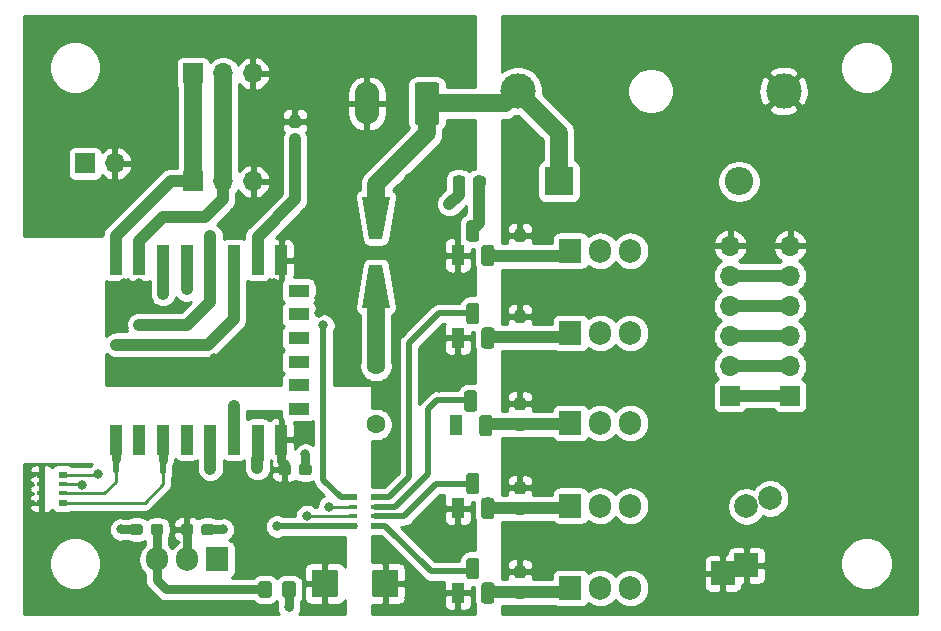
<source format=gbr>
G04 #@! TF.GenerationSoftware,KiCad,Pcbnew,5.1.5*
G04 #@! TF.CreationDate,2020-05-11T17:48:03+02:00*
G04 #@! TF.ProjectId,esp-12_led_strip_controller,6573702d-3132-45f6-9c65-645f73747269,rev?*
G04 #@! TF.SameCoordinates,Original*
G04 #@! TF.FileFunction,Copper,L1,Top*
G04 #@! TF.FilePolarity,Positive*
%FSLAX46Y46*%
G04 Gerber Fmt 4.6, Leading zero omitted, Abs format (unit mm)*
G04 Created by KiCad (PCBNEW 5.1.5) date 2020-05-11 17:48:03*
%MOMM*%
%LPD*%
G04 APERTURE LIST*
%ADD10C,0.100000*%
%ADD11O,1.905000X2.000000*%
%ADD12R,1.905000X2.000000*%
%ADD13O,1.700000X1.700000*%
%ADD14R,1.700000X1.700000*%
%ADD15C,2.000000*%
%ADD16R,2.000000X2.000000*%
%ADD17O,2.400000X2.400000*%
%ADD18R,2.400000X2.400000*%
%ADD19C,3.000000*%
%ADD20C,1.600000*%
%ADD21R,1.100000X1.800000*%
%ADD22R,0.800000X0.500000*%
%ADD23R,0.800000X0.400000*%
%ADD24R,1.000000X2.500000*%
%ADD25R,1.800000X1.000000*%
%ADD26O,2.080000X3.600000*%
%ADD27C,0.800000*%
%ADD28C,0.762000*%
%ADD29C,1.524000*%
%ADD30C,1.016000*%
%ADD31C,0.254000*%
%ADD32C,0.508000*%
G04 APERTURE END LIST*
G04 #@! TA.AperFunction,SMDPad,CuDef*
D10*
G36*
X90938779Y-132826144D02*
G01*
X90961834Y-132829563D01*
X90984443Y-132835227D01*
X91006387Y-132843079D01*
X91027457Y-132853044D01*
X91047448Y-132865026D01*
X91066168Y-132878910D01*
X91083438Y-132894562D01*
X91099090Y-132911832D01*
X91112974Y-132930552D01*
X91124956Y-132950543D01*
X91134921Y-132971613D01*
X91142773Y-132993557D01*
X91148437Y-133016166D01*
X91151856Y-133039221D01*
X91153000Y-133062500D01*
X91153000Y-133637500D01*
X91151856Y-133660779D01*
X91148437Y-133683834D01*
X91142773Y-133706443D01*
X91134921Y-133728387D01*
X91124956Y-133749457D01*
X91112974Y-133769448D01*
X91099090Y-133788168D01*
X91083438Y-133805438D01*
X91066168Y-133821090D01*
X91047448Y-133834974D01*
X91027457Y-133846956D01*
X91006387Y-133856921D01*
X90984443Y-133864773D01*
X90961834Y-133870437D01*
X90938779Y-133873856D01*
X90915500Y-133875000D01*
X90440500Y-133875000D01*
X90417221Y-133873856D01*
X90394166Y-133870437D01*
X90371557Y-133864773D01*
X90349613Y-133856921D01*
X90328543Y-133846956D01*
X90308552Y-133834974D01*
X90289832Y-133821090D01*
X90272562Y-133805438D01*
X90256910Y-133788168D01*
X90243026Y-133769448D01*
X90231044Y-133749457D01*
X90221079Y-133728387D01*
X90213227Y-133706443D01*
X90207563Y-133683834D01*
X90204144Y-133660779D01*
X90203000Y-133637500D01*
X90203000Y-133062500D01*
X90204144Y-133039221D01*
X90207563Y-133016166D01*
X90213227Y-132993557D01*
X90221079Y-132971613D01*
X90231044Y-132950543D01*
X90243026Y-132930552D01*
X90256910Y-132911832D01*
X90272562Y-132894562D01*
X90289832Y-132878910D01*
X90308552Y-132865026D01*
X90328543Y-132853044D01*
X90349613Y-132843079D01*
X90371557Y-132835227D01*
X90394166Y-132829563D01*
X90417221Y-132826144D01*
X90440500Y-132825000D01*
X90915500Y-132825000D01*
X90938779Y-132826144D01*
G37*
G04 #@! TD.AperFunction*
G04 #@! TA.AperFunction,SMDPad,CuDef*
G36*
X90938779Y-131076144D02*
G01*
X90961834Y-131079563D01*
X90984443Y-131085227D01*
X91006387Y-131093079D01*
X91027457Y-131103044D01*
X91047448Y-131115026D01*
X91066168Y-131128910D01*
X91083438Y-131144562D01*
X91099090Y-131161832D01*
X91112974Y-131180552D01*
X91124956Y-131200543D01*
X91134921Y-131221613D01*
X91142773Y-131243557D01*
X91148437Y-131266166D01*
X91151856Y-131289221D01*
X91153000Y-131312500D01*
X91153000Y-131887500D01*
X91151856Y-131910779D01*
X91148437Y-131933834D01*
X91142773Y-131956443D01*
X91134921Y-131978387D01*
X91124956Y-131999457D01*
X91112974Y-132019448D01*
X91099090Y-132038168D01*
X91083438Y-132055438D01*
X91066168Y-132071090D01*
X91047448Y-132084974D01*
X91027457Y-132096956D01*
X91006387Y-132106921D01*
X90984443Y-132114773D01*
X90961834Y-132120437D01*
X90938779Y-132123856D01*
X90915500Y-132125000D01*
X90440500Y-132125000D01*
X90417221Y-132123856D01*
X90394166Y-132120437D01*
X90371557Y-132114773D01*
X90349613Y-132106921D01*
X90328543Y-132096956D01*
X90308552Y-132084974D01*
X90289832Y-132071090D01*
X90272562Y-132055438D01*
X90256910Y-132038168D01*
X90243026Y-132019448D01*
X90231044Y-131999457D01*
X90221079Y-131978387D01*
X90213227Y-131956443D01*
X90207563Y-131933834D01*
X90204144Y-131910779D01*
X90203000Y-131887500D01*
X90203000Y-131312500D01*
X90204144Y-131289221D01*
X90207563Y-131266166D01*
X90213227Y-131243557D01*
X90221079Y-131221613D01*
X90231044Y-131200543D01*
X90243026Y-131180552D01*
X90256910Y-131161832D01*
X90272562Y-131144562D01*
X90289832Y-131128910D01*
X90308552Y-131115026D01*
X90328543Y-131103044D01*
X90349613Y-131093079D01*
X90371557Y-131085227D01*
X90394166Y-131079563D01*
X90417221Y-131076144D01*
X90440500Y-131075000D01*
X90915500Y-131075000D01*
X90938779Y-131076144D01*
G37*
G04 #@! TD.AperFunction*
G04 #@! TA.AperFunction,SMDPad,CuDef*
G36*
X90938779Y-118320144D02*
G01*
X90961834Y-118323563D01*
X90984443Y-118329227D01*
X91006387Y-118337079D01*
X91027457Y-118347044D01*
X91047448Y-118359026D01*
X91066168Y-118372910D01*
X91083438Y-118388562D01*
X91099090Y-118405832D01*
X91112974Y-118424552D01*
X91124956Y-118444543D01*
X91134921Y-118465613D01*
X91142773Y-118487557D01*
X91148437Y-118510166D01*
X91151856Y-118533221D01*
X91153000Y-118556500D01*
X91153000Y-119131500D01*
X91151856Y-119154779D01*
X91148437Y-119177834D01*
X91142773Y-119200443D01*
X91134921Y-119222387D01*
X91124956Y-119243457D01*
X91112974Y-119263448D01*
X91099090Y-119282168D01*
X91083438Y-119299438D01*
X91066168Y-119315090D01*
X91047448Y-119328974D01*
X91027457Y-119340956D01*
X91006387Y-119350921D01*
X90984443Y-119358773D01*
X90961834Y-119364437D01*
X90938779Y-119367856D01*
X90915500Y-119369000D01*
X90440500Y-119369000D01*
X90417221Y-119367856D01*
X90394166Y-119364437D01*
X90371557Y-119358773D01*
X90349613Y-119350921D01*
X90328543Y-119340956D01*
X90308552Y-119328974D01*
X90289832Y-119315090D01*
X90272562Y-119299438D01*
X90256910Y-119282168D01*
X90243026Y-119263448D01*
X90231044Y-119243457D01*
X90221079Y-119222387D01*
X90213227Y-119200443D01*
X90207563Y-119177834D01*
X90204144Y-119154779D01*
X90203000Y-119131500D01*
X90203000Y-118556500D01*
X90204144Y-118533221D01*
X90207563Y-118510166D01*
X90213227Y-118487557D01*
X90221079Y-118465613D01*
X90231044Y-118444543D01*
X90243026Y-118424552D01*
X90256910Y-118405832D01*
X90272562Y-118388562D01*
X90289832Y-118372910D01*
X90308552Y-118359026D01*
X90328543Y-118347044D01*
X90349613Y-118337079D01*
X90371557Y-118329227D01*
X90394166Y-118323563D01*
X90417221Y-118320144D01*
X90440500Y-118319000D01*
X90915500Y-118319000D01*
X90938779Y-118320144D01*
G37*
G04 #@! TD.AperFunction*
G04 #@! TA.AperFunction,SMDPad,CuDef*
G36*
X90938779Y-116570144D02*
G01*
X90961834Y-116573563D01*
X90984443Y-116579227D01*
X91006387Y-116587079D01*
X91027457Y-116597044D01*
X91047448Y-116609026D01*
X91066168Y-116622910D01*
X91083438Y-116638562D01*
X91099090Y-116655832D01*
X91112974Y-116674552D01*
X91124956Y-116694543D01*
X91134921Y-116715613D01*
X91142773Y-116737557D01*
X91148437Y-116760166D01*
X91151856Y-116783221D01*
X91153000Y-116806500D01*
X91153000Y-117381500D01*
X91151856Y-117404779D01*
X91148437Y-117427834D01*
X91142773Y-117450443D01*
X91134921Y-117472387D01*
X91124956Y-117493457D01*
X91112974Y-117513448D01*
X91099090Y-117532168D01*
X91083438Y-117549438D01*
X91066168Y-117565090D01*
X91047448Y-117578974D01*
X91027457Y-117590956D01*
X91006387Y-117600921D01*
X90984443Y-117608773D01*
X90961834Y-117614437D01*
X90938779Y-117617856D01*
X90915500Y-117619000D01*
X90440500Y-117619000D01*
X90417221Y-117617856D01*
X90394166Y-117614437D01*
X90371557Y-117608773D01*
X90349613Y-117600921D01*
X90328543Y-117590956D01*
X90308552Y-117578974D01*
X90289832Y-117565090D01*
X90272562Y-117549438D01*
X90256910Y-117532168D01*
X90243026Y-117513448D01*
X90231044Y-117493457D01*
X90221079Y-117472387D01*
X90213227Y-117450443D01*
X90207563Y-117427834D01*
X90204144Y-117404779D01*
X90203000Y-117381500D01*
X90203000Y-116806500D01*
X90204144Y-116783221D01*
X90207563Y-116760166D01*
X90213227Y-116737557D01*
X90221079Y-116715613D01*
X90231044Y-116694543D01*
X90243026Y-116674552D01*
X90256910Y-116655832D01*
X90272562Y-116638562D01*
X90289832Y-116622910D01*
X90308552Y-116609026D01*
X90328543Y-116597044D01*
X90349613Y-116587079D01*
X90371557Y-116579227D01*
X90394166Y-116573563D01*
X90417221Y-116570144D01*
X90440500Y-116569000D01*
X90915500Y-116569000D01*
X90938779Y-116570144D01*
G37*
G04 #@! TD.AperFunction*
G04 #@! TA.AperFunction,SMDPad,CuDef*
G36*
X90938779Y-139938144D02*
G01*
X90961834Y-139941563D01*
X90984443Y-139947227D01*
X91006387Y-139955079D01*
X91027457Y-139965044D01*
X91047448Y-139977026D01*
X91066168Y-139990910D01*
X91083438Y-140006562D01*
X91099090Y-140023832D01*
X91112974Y-140042552D01*
X91124956Y-140062543D01*
X91134921Y-140083613D01*
X91142773Y-140105557D01*
X91148437Y-140128166D01*
X91151856Y-140151221D01*
X91153000Y-140174500D01*
X91153000Y-140749500D01*
X91151856Y-140772779D01*
X91148437Y-140795834D01*
X91142773Y-140818443D01*
X91134921Y-140840387D01*
X91124956Y-140861457D01*
X91112974Y-140881448D01*
X91099090Y-140900168D01*
X91083438Y-140917438D01*
X91066168Y-140933090D01*
X91047448Y-140946974D01*
X91027457Y-140958956D01*
X91006387Y-140968921D01*
X90984443Y-140976773D01*
X90961834Y-140982437D01*
X90938779Y-140985856D01*
X90915500Y-140987000D01*
X90440500Y-140987000D01*
X90417221Y-140985856D01*
X90394166Y-140982437D01*
X90371557Y-140976773D01*
X90349613Y-140968921D01*
X90328543Y-140958956D01*
X90308552Y-140946974D01*
X90289832Y-140933090D01*
X90272562Y-140917438D01*
X90256910Y-140900168D01*
X90243026Y-140881448D01*
X90231044Y-140861457D01*
X90221079Y-140840387D01*
X90213227Y-140818443D01*
X90207563Y-140795834D01*
X90204144Y-140772779D01*
X90203000Y-140749500D01*
X90203000Y-140174500D01*
X90204144Y-140151221D01*
X90207563Y-140128166D01*
X90213227Y-140105557D01*
X90221079Y-140083613D01*
X90231044Y-140062543D01*
X90243026Y-140042552D01*
X90256910Y-140023832D01*
X90272562Y-140006562D01*
X90289832Y-139990910D01*
X90308552Y-139977026D01*
X90328543Y-139965044D01*
X90349613Y-139955079D01*
X90371557Y-139947227D01*
X90394166Y-139941563D01*
X90417221Y-139938144D01*
X90440500Y-139937000D01*
X90915500Y-139937000D01*
X90938779Y-139938144D01*
G37*
G04 #@! TD.AperFunction*
G04 #@! TA.AperFunction,SMDPad,CuDef*
G36*
X90938779Y-138188144D02*
G01*
X90961834Y-138191563D01*
X90984443Y-138197227D01*
X91006387Y-138205079D01*
X91027457Y-138215044D01*
X91047448Y-138227026D01*
X91066168Y-138240910D01*
X91083438Y-138256562D01*
X91099090Y-138273832D01*
X91112974Y-138292552D01*
X91124956Y-138312543D01*
X91134921Y-138333613D01*
X91142773Y-138355557D01*
X91148437Y-138378166D01*
X91151856Y-138401221D01*
X91153000Y-138424500D01*
X91153000Y-138999500D01*
X91151856Y-139022779D01*
X91148437Y-139045834D01*
X91142773Y-139068443D01*
X91134921Y-139090387D01*
X91124956Y-139111457D01*
X91112974Y-139131448D01*
X91099090Y-139150168D01*
X91083438Y-139167438D01*
X91066168Y-139183090D01*
X91047448Y-139196974D01*
X91027457Y-139208956D01*
X91006387Y-139218921D01*
X90984443Y-139226773D01*
X90961834Y-139232437D01*
X90938779Y-139235856D01*
X90915500Y-139237000D01*
X90440500Y-139237000D01*
X90417221Y-139235856D01*
X90394166Y-139232437D01*
X90371557Y-139226773D01*
X90349613Y-139218921D01*
X90328543Y-139208956D01*
X90308552Y-139196974D01*
X90289832Y-139183090D01*
X90272562Y-139167438D01*
X90256910Y-139150168D01*
X90243026Y-139131448D01*
X90231044Y-139111457D01*
X90221079Y-139090387D01*
X90213227Y-139068443D01*
X90207563Y-139045834D01*
X90204144Y-139022779D01*
X90203000Y-138999500D01*
X90203000Y-138424500D01*
X90204144Y-138401221D01*
X90207563Y-138378166D01*
X90213227Y-138355557D01*
X90221079Y-138333613D01*
X90231044Y-138312543D01*
X90243026Y-138292552D01*
X90256910Y-138273832D01*
X90272562Y-138256562D01*
X90289832Y-138240910D01*
X90308552Y-138227026D01*
X90328543Y-138215044D01*
X90349613Y-138205079D01*
X90371557Y-138197227D01*
X90394166Y-138191563D01*
X90417221Y-138188144D01*
X90440500Y-138187000D01*
X90915500Y-138187000D01*
X90938779Y-138188144D01*
G37*
G04 #@! TD.AperFunction*
G04 #@! TA.AperFunction,SMDPad,CuDef*
G36*
X90938779Y-125714144D02*
G01*
X90961834Y-125717563D01*
X90984443Y-125723227D01*
X91006387Y-125731079D01*
X91027457Y-125741044D01*
X91047448Y-125753026D01*
X91066168Y-125766910D01*
X91083438Y-125782562D01*
X91099090Y-125799832D01*
X91112974Y-125818552D01*
X91124956Y-125838543D01*
X91134921Y-125859613D01*
X91142773Y-125881557D01*
X91148437Y-125904166D01*
X91151856Y-125927221D01*
X91153000Y-125950500D01*
X91153000Y-126525500D01*
X91151856Y-126548779D01*
X91148437Y-126571834D01*
X91142773Y-126594443D01*
X91134921Y-126616387D01*
X91124956Y-126637457D01*
X91112974Y-126657448D01*
X91099090Y-126676168D01*
X91083438Y-126693438D01*
X91066168Y-126709090D01*
X91047448Y-126722974D01*
X91027457Y-126734956D01*
X91006387Y-126744921D01*
X90984443Y-126752773D01*
X90961834Y-126758437D01*
X90938779Y-126761856D01*
X90915500Y-126763000D01*
X90440500Y-126763000D01*
X90417221Y-126761856D01*
X90394166Y-126758437D01*
X90371557Y-126752773D01*
X90349613Y-126744921D01*
X90328543Y-126734956D01*
X90308552Y-126722974D01*
X90289832Y-126709090D01*
X90272562Y-126693438D01*
X90256910Y-126676168D01*
X90243026Y-126657448D01*
X90231044Y-126637457D01*
X90221079Y-126616387D01*
X90213227Y-126594443D01*
X90207563Y-126571834D01*
X90204144Y-126548779D01*
X90203000Y-126525500D01*
X90203000Y-125950500D01*
X90204144Y-125927221D01*
X90207563Y-125904166D01*
X90213227Y-125881557D01*
X90221079Y-125859613D01*
X90231044Y-125838543D01*
X90243026Y-125818552D01*
X90256910Y-125799832D01*
X90272562Y-125782562D01*
X90289832Y-125766910D01*
X90308552Y-125753026D01*
X90328543Y-125741044D01*
X90349613Y-125731079D01*
X90371557Y-125723227D01*
X90394166Y-125717563D01*
X90417221Y-125714144D01*
X90440500Y-125713000D01*
X90915500Y-125713000D01*
X90938779Y-125714144D01*
G37*
G04 #@! TD.AperFunction*
G04 #@! TA.AperFunction,SMDPad,CuDef*
G36*
X90938779Y-123964144D02*
G01*
X90961834Y-123967563D01*
X90984443Y-123973227D01*
X91006387Y-123981079D01*
X91027457Y-123991044D01*
X91047448Y-124003026D01*
X91066168Y-124016910D01*
X91083438Y-124032562D01*
X91099090Y-124049832D01*
X91112974Y-124068552D01*
X91124956Y-124088543D01*
X91134921Y-124109613D01*
X91142773Y-124131557D01*
X91148437Y-124154166D01*
X91151856Y-124177221D01*
X91153000Y-124200500D01*
X91153000Y-124775500D01*
X91151856Y-124798779D01*
X91148437Y-124821834D01*
X91142773Y-124844443D01*
X91134921Y-124866387D01*
X91124956Y-124887457D01*
X91112974Y-124907448D01*
X91099090Y-124926168D01*
X91083438Y-124943438D01*
X91066168Y-124959090D01*
X91047448Y-124972974D01*
X91027457Y-124984956D01*
X91006387Y-124994921D01*
X90984443Y-125002773D01*
X90961834Y-125008437D01*
X90938779Y-125011856D01*
X90915500Y-125013000D01*
X90440500Y-125013000D01*
X90417221Y-125011856D01*
X90394166Y-125008437D01*
X90371557Y-125002773D01*
X90349613Y-124994921D01*
X90328543Y-124984956D01*
X90308552Y-124972974D01*
X90289832Y-124959090D01*
X90272562Y-124943438D01*
X90256910Y-124926168D01*
X90243026Y-124907448D01*
X90231044Y-124887457D01*
X90221079Y-124866387D01*
X90213227Y-124844443D01*
X90207563Y-124821834D01*
X90204144Y-124798779D01*
X90203000Y-124775500D01*
X90203000Y-124200500D01*
X90204144Y-124177221D01*
X90207563Y-124154166D01*
X90213227Y-124131557D01*
X90221079Y-124109613D01*
X90231044Y-124088543D01*
X90243026Y-124068552D01*
X90256910Y-124049832D01*
X90272562Y-124032562D01*
X90289832Y-124016910D01*
X90308552Y-124003026D01*
X90328543Y-123991044D01*
X90349613Y-123981079D01*
X90371557Y-123973227D01*
X90394166Y-123967563D01*
X90417221Y-123964144D01*
X90440500Y-123963000D01*
X90915500Y-123963000D01*
X90938779Y-123964144D01*
G37*
G04 #@! TD.AperFunction*
D11*
X59944000Y-137668000D03*
X62484000Y-137668000D03*
D12*
X65024000Y-137668000D03*
G04 #@! TA.AperFunction,SMDPad,CuDef*
D10*
G36*
X62794779Y-134654144D02*
G01*
X62817834Y-134657563D01*
X62840443Y-134663227D01*
X62862387Y-134671079D01*
X62883457Y-134681044D01*
X62903448Y-134693026D01*
X62922168Y-134706910D01*
X62939438Y-134722562D01*
X62955090Y-134739832D01*
X62968974Y-134758552D01*
X62980956Y-134778543D01*
X62990921Y-134799613D01*
X62998773Y-134821557D01*
X63004437Y-134844166D01*
X63007856Y-134867221D01*
X63009000Y-134890500D01*
X63009000Y-135365500D01*
X63007856Y-135388779D01*
X63004437Y-135411834D01*
X62998773Y-135434443D01*
X62990921Y-135456387D01*
X62980956Y-135477457D01*
X62968974Y-135497448D01*
X62955090Y-135516168D01*
X62939438Y-135533438D01*
X62922168Y-135549090D01*
X62903448Y-135562974D01*
X62883457Y-135574956D01*
X62862387Y-135584921D01*
X62840443Y-135592773D01*
X62817834Y-135598437D01*
X62794779Y-135601856D01*
X62771500Y-135603000D01*
X62196500Y-135603000D01*
X62173221Y-135601856D01*
X62150166Y-135598437D01*
X62127557Y-135592773D01*
X62105613Y-135584921D01*
X62084543Y-135574956D01*
X62064552Y-135562974D01*
X62045832Y-135549090D01*
X62028562Y-135533438D01*
X62012910Y-135516168D01*
X61999026Y-135497448D01*
X61987044Y-135477457D01*
X61977079Y-135456387D01*
X61969227Y-135434443D01*
X61963563Y-135411834D01*
X61960144Y-135388779D01*
X61959000Y-135365500D01*
X61959000Y-134890500D01*
X61960144Y-134867221D01*
X61963563Y-134844166D01*
X61969227Y-134821557D01*
X61977079Y-134799613D01*
X61987044Y-134778543D01*
X61999026Y-134758552D01*
X62012910Y-134739832D01*
X62028562Y-134722562D01*
X62045832Y-134706910D01*
X62064552Y-134693026D01*
X62084543Y-134681044D01*
X62105613Y-134671079D01*
X62127557Y-134663227D01*
X62150166Y-134657563D01*
X62173221Y-134654144D01*
X62196500Y-134653000D01*
X62771500Y-134653000D01*
X62794779Y-134654144D01*
G37*
G04 #@! TD.AperFunction*
G04 #@! TA.AperFunction,SMDPad,CuDef*
G36*
X64544779Y-134654144D02*
G01*
X64567834Y-134657563D01*
X64590443Y-134663227D01*
X64612387Y-134671079D01*
X64633457Y-134681044D01*
X64653448Y-134693026D01*
X64672168Y-134706910D01*
X64689438Y-134722562D01*
X64705090Y-134739832D01*
X64718974Y-134758552D01*
X64730956Y-134778543D01*
X64740921Y-134799613D01*
X64748773Y-134821557D01*
X64754437Y-134844166D01*
X64757856Y-134867221D01*
X64759000Y-134890500D01*
X64759000Y-135365500D01*
X64757856Y-135388779D01*
X64754437Y-135411834D01*
X64748773Y-135434443D01*
X64740921Y-135456387D01*
X64730956Y-135477457D01*
X64718974Y-135497448D01*
X64705090Y-135516168D01*
X64689438Y-135533438D01*
X64672168Y-135549090D01*
X64653448Y-135562974D01*
X64633457Y-135574956D01*
X64612387Y-135584921D01*
X64590443Y-135592773D01*
X64567834Y-135598437D01*
X64544779Y-135601856D01*
X64521500Y-135603000D01*
X63946500Y-135603000D01*
X63923221Y-135601856D01*
X63900166Y-135598437D01*
X63877557Y-135592773D01*
X63855613Y-135584921D01*
X63834543Y-135574956D01*
X63814552Y-135562974D01*
X63795832Y-135549090D01*
X63778562Y-135533438D01*
X63762910Y-135516168D01*
X63749026Y-135497448D01*
X63737044Y-135477457D01*
X63727079Y-135456387D01*
X63719227Y-135434443D01*
X63713563Y-135411834D01*
X63710144Y-135388779D01*
X63709000Y-135365500D01*
X63709000Y-134890500D01*
X63710144Y-134867221D01*
X63713563Y-134844166D01*
X63719227Y-134821557D01*
X63727079Y-134799613D01*
X63737044Y-134778543D01*
X63749026Y-134758552D01*
X63762910Y-134739832D01*
X63778562Y-134722562D01*
X63795832Y-134706910D01*
X63814552Y-134693026D01*
X63834543Y-134681044D01*
X63855613Y-134671079D01*
X63877557Y-134663227D01*
X63900166Y-134657563D01*
X63923221Y-134654144D01*
X63946500Y-134653000D01*
X64521500Y-134653000D01*
X64544779Y-134654144D01*
G37*
G04 #@! TD.AperFunction*
G04 #@! TA.AperFunction,SMDPad,CuDef*
G36*
X58504779Y-134654144D02*
G01*
X58527834Y-134657563D01*
X58550443Y-134663227D01*
X58572387Y-134671079D01*
X58593457Y-134681044D01*
X58613448Y-134693026D01*
X58632168Y-134706910D01*
X58649438Y-134722562D01*
X58665090Y-134739832D01*
X58678974Y-134758552D01*
X58690956Y-134778543D01*
X58700921Y-134799613D01*
X58708773Y-134821557D01*
X58714437Y-134844166D01*
X58717856Y-134867221D01*
X58719000Y-134890500D01*
X58719000Y-135365500D01*
X58717856Y-135388779D01*
X58714437Y-135411834D01*
X58708773Y-135434443D01*
X58700921Y-135456387D01*
X58690956Y-135477457D01*
X58678974Y-135497448D01*
X58665090Y-135516168D01*
X58649438Y-135533438D01*
X58632168Y-135549090D01*
X58613448Y-135562974D01*
X58593457Y-135574956D01*
X58572387Y-135584921D01*
X58550443Y-135592773D01*
X58527834Y-135598437D01*
X58504779Y-135601856D01*
X58481500Y-135603000D01*
X57906500Y-135603000D01*
X57883221Y-135601856D01*
X57860166Y-135598437D01*
X57837557Y-135592773D01*
X57815613Y-135584921D01*
X57794543Y-135574956D01*
X57774552Y-135562974D01*
X57755832Y-135549090D01*
X57738562Y-135533438D01*
X57722910Y-135516168D01*
X57709026Y-135497448D01*
X57697044Y-135477457D01*
X57687079Y-135456387D01*
X57679227Y-135434443D01*
X57673563Y-135411834D01*
X57670144Y-135388779D01*
X57669000Y-135365500D01*
X57669000Y-134890500D01*
X57670144Y-134867221D01*
X57673563Y-134844166D01*
X57679227Y-134821557D01*
X57687079Y-134799613D01*
X57697044Y-134778543D01*
X57709026Y-134758552D01*
X57722910Y-134739832D01*
X57738562Y-134722562D01*
X57755832Y-134706910D01*
X57774552Y-134693026D01*
X57794543Y-134681044D01*
X57815613Y-134671079D01*
X57837557Y-134663227D01*
X57860166Y-134657563D01*
X57883221Y-134654144D01*
X57906500Y-134653000D01*
X58481500Y-134653000D01*
X58504779Y-134654144D01*
G37*
G04 #@! TD.AperFunction*
G04 #@! TA.AperFunction,SMDPad,CuDef*
G36*
X60254779Y-134654144D02*
G01*
X60277834Y-134657563D01*
X60300443Y-134663227D01*
X60322387Y-134671079D01*
X60343457Y-134681044D01*
X60363448Y-134693026D01*
X60382168Y-134706910D01*
X60399438Y-134722562D01*
X60415090Y-134739832D01*
X60428974Y-134758552D01*
X60440956Y-134778543D01*
X60450921Y-134799613D01*
X60458773Y-134821557D01*
X60464437Y-134844166D01*
X60467856Y-134867221D01*
X60469000Y-134890500D01*
X60469000Y-135365500D01*
X60467856Y-135388779D01*
X60464437Y-135411834D01*
X60458773Y-135434443D01*
X60450921Y-135456387D01*
X60440956Y-135477457D01*
X60428974Y-135497448D01*
X60415090Y-135516168D01*
X60399438Y-135533438D01*
X60382168Y-135549090D01*
X60363448Y-135562974D01*
X60343457Y-135574956D01*
X60322387Y-135584921D01*
X60300443Y-135592773D01*
X60277834Y-135598437D01*
X60254779Y-135601856D01*
X60231500Y-135603000D01*
X59656500Y-135603000D01*
X59633221Y-135601856D01*
X59610166Y-135598437D01*
X59587557Y-135592773D01*
X59565613Y-135584921D01*
X59544543Y-135574956D01*
X59524552Y-135562974D01*
X59505832Y-135549090D01*
X59488562Y-135533438D01*
X59472910Y-135516168D01*
X59459026Y-135497448D01*
X59447044Y-135477457D01*
X59437079Y-135456387D01*
X59429227Y-135434443D01*
X59423563Y-135411834D01*
X59420144Y-135388779D01*
X59419000Y-135365500D01*
X59419000Y-134890500D01*
X59420144Y-134867221D01*
X59423563Y-134844166D01*
X59429227Y-134821557D01*
X59437079Y-134799613D01*
X59447044Y-134778543D01*
X59459026Y-134758552D01*
X59472910Y-134739832D01*
X59488562Y-134722562D01*
X59505832Y-134706910D01*
X59524552Y-134693026D01*
X59544543Y-134681044D01*
X59565613Y-134671079D01*
X59587557Y-134663227D01*
X59610166Y-134657563D01*
X59633221Y-134654144D01*
X59656500Y-134653000D01*
X60231500Y-134653000D01*
X60254779Y-134654144D01*
G37*
G04 #@! TD.AperFunction*
D13*
X113540000Y-111110000D03*
X113540000Y-113650000D03*
X113540000Y-116190000D03*
X113540000Y-118730000D03*
X113540000Y-121270000D03*
D14*
X113540000Y-123810000D03*
X108460000Y-123810000D03*
D13*
X108460000Y-116190000D03*
X108460000Y-113650000D03*
X108460000Y-121270000D03*
X108460000Y-118730000D03*
X108460000Y-111110000D03*
G04 #@! TA.AperFunction,SMDPad,CuDef*
D10*
G36*
X71063779Y-129574144D02*
G01*
X71086834Y-129577563D01*
X71109443Y-129583227D01*
X71131387Y-129591079D01*
X71152457Y-129601044D01*
X71172448Y-129613026D01*
X71191168Y-129626910D01*
X71208438Y-129642562D01*
X71224090Y-129659832D01*
X71237974Y-129678552D01*
X71249956Y-129698543D01*
X71259921Y-129719613D01*
X71267773Y-129741557D01*
X71273437Y-129764166D01*
X71276856Y-129787221D01*
X71278000Y-129810500D01*
X71278000Y-130285500D01*
X71276856Y-130308779D01*
X71273437Y-130331834D01*
X71267773Y-130354443D01*
X71259921Y-130376387D01*
X71249956Y-130397457D01*
X71237974Y-130417448D01*
X71224090Y-130436168D01*
X71208438Y-130453438D01*
X71191168Y-130469090D01*
X71172448Y-130482974D01*
X71152457Y-130494956D01*
X71131387Y-130504921D01*
X71109443Y-130512773D01*
X71086834Y-130518437D01*
X71063779Y-130521856D01*
X71040500Y-130523000D01*
X70465500Y-130523000D01*
X70442221Y-130521856D01*
X70419166Y-130518437D01*
X70396557Y-130512773D01*
X70374613Y-130504921D01*
X70353543Y-130494956D01*
X70333552Y-130482974D01*
X70314832Y-130469090D01*
X70297562Y-130453438D01*
X70281910Y-130436168D01*
X70268026Y-130417448D01*
X70256044Y-130397457D01*
X70246079Y-130376387D01*
X70238227Y-130354443D01*
X70232563Y-130331834D01*
X70229144Y-130308779D01*
X70228000Y-130285500D01*
X70228000Y-129810500D01*
X70229144Y-129787221D01*
X70232563Y-129764166D01*
X70238227Y-129741557D01*
X70246079Y-129719613D01*
X70256044Y-129698543D01*
X70268026Y-129678552D01*
X70281910Y-129659832D01*
X70297562Y-129642562D01*
X70314832Y-129626910D01*
X70333552Y-129613026D01*
X70353543Y-129601044D01*
X70374613Y-129591079D01*
X70396557Y-129583227D01*
X70419166Y-129577563D01*
X70442221Y-129574144D01*
X70465500Y-129573000D01*
X71040500Y-129573000D01*
X71063779Y-129574144D01*
G37*
G04 #@! TD.AperFunction*
G04 #@! TA.AperFunction,SMDPad,CuDef*
G36*
X72813779Y-129574144D02*
G01*
X72836834Y-129577563D01*
X72859443Y-129583227D01*
X72881387Y-129591079D01*
X72902457Y-129601044D01*
X72922448Y-129613026D01*
X72941168Y-129626910D01*
X72958438Y-129642562D01*
X72974090Y-129659832D01*
X72987974Y-129678552D01*
X72999956Y-129698543D01*
X73009921Y-129719613D01*
X73017773Y-129741557D01*
X73023437Y-129764166D01*
X73026856Y-129787221D01*
X73028000Y-129810500D01*
X73028000Y-130285500D01*
X73026856Y-130308779D01*
X73023437Y-130331834D01*
X73017773Y-130354443D01*
X73009921Y-130376387D01*
X72999956Y-130397457D01*
X72987974Y-130417448D01*
X72974090Y-130436168D01*
X72958438Y-130453438D01*
X72941168Y-130469090D01*
X72922448Y-130482974D01*
X72902457Y-130494956D01*
X72881387Y-130504921D01*
X72859443Y-130512773D01*
X72836834Y-130518437D01*
X72813779Y-130521856D01*
X72790500Y-130523000D01*
X72215500Y-130523000D01*
X72192221Y-130521856D01*
X72169166Y-130518437D01*
X72146557Y-130512773D01*
X72124613Y-130504921D01*
X72103543Y-130494956D01*
X72083552Y-130482974D01*
X72064832Y-130469090D01*
X72047562Y-130453438D01*
X72031910Y-130436168D01*
X72018026Y-130417448D01*
X72006044Y-130397457D01*
X71996079Y-130376387D01*
X71988227Y-130354443D01*
X71982563Y-130331834D01*
X71979144Y-130308779D01*
X71978000Y-130285500D01*
X71978000Y-129810500D01*
X71979144Y-129787221D01*
X71982563Y-129764166D01*
X71988227Y-129741557D01*
X71996079Y-129719613D01*
X72006044Y-129698543D01*
X72018026Y-129678552D01*
X72031910Y-129659832D01*
X72047562Y-129642562D01*
X72064832Y-129626910D01*
X72083552Y-129613026D01*
X72103543Y-129601044D01*
X72124613Y-129591079D01*
X72146557Y-129583227D01*
X72169166Y-129577563D01*
X72192221Y-129574144D01*
X72215500Y-129573000D01*
X72790500Y-129573000D01*
X72813779Y-129574144D01*
G37*
G04 #@! TD.AperFunction*
D15*
X111855000Y-132503856D03*
D16*
X107855000Y-138848144D03*
D15*
X109855000Y-133176000D03*
D16*
X109855000Y-138176000D03*
G04 #@! TA.AperFunction,SMDPad,CuDef*
D10*
G36*
X71478505Y-139509204D02*
G01*
X71502773Y-139512804D01*
X71526572Y-139518765D01*
X71549671Y-139527030D01*
X71571850Y-139537520D01*
X71592893Y-139550132D01*
X71612599Y-139564747D01*
X71630777Y-139581223D01*
X71647253Y-139599401D01*
X71661868Y-139619107D01*
X71674480Y-139640150D01*
X71684970Y-139662329D01*
X71693235Y-139685428D01*
X71699196Y-139709227D01*
X71702796Y-139733495D01*
X71704000Y-139757999D01*
X71704000Y-140658001D01*
X71702796Y-140682505D01*
X71699196Y-140706773D01*
X71693235Y-140730572D01*
X71684970Y-140753671D01*
X71674480Y-140775850D01*
X71661868Y-140796893D01*
X71647253Y-140816599D01*
X71630777Y-140834777D01*
X71612599Y-140851253D01*
X71592893Y-140865868D01*
X71571850Y-140878480D01*
X71549671Y-140888970D01*
X71526572Y-140897235D01*
X71502773Y-140903196D01*
X71478505Y-140906796D01*
X71454001Y-140908000D01*
X70803999Y-140908000D01*
X70779495Y-140906796D01*
X70755227Y-140903196D01*
X70731428Y-140897235D01*
X70708329Y-140888970D01*
X70686150Y-140878480D01*
X70665107Y-140865868D01*
X70645401Y-140851253D01*
X70627223Y-140834777D01*
X70610747Y-140816599D01*
X70596132Y-140796893D01*
X70583520Y-140775850D01*
X70573030Y-140753671D01*
X70564765Y-140730572D01*
X70558804Y-140706773D01*
X70555204Y-140682505D01*
X70554000Y-140658001D01*
X70554000Y-139757999D01*
X70555204Y-139733495D01*
X70558804Y-139709227D01*
X70564765Y-139685428D01*
X70573030Y-139662329D01*
X70583520Y-139640150D01*
X70596132Y-139619107D01*
X70610747Y-139599401D01*
X70627223Y-139581223D01*
X70645401Y-139564747D01*
X70665107Y-139550132D01*
X70686150Y-139537520D01*
X70708329Y-139527030D01*
X70731428Y-139518765D01*
X70755227Y-139512804D01*
X70779495Y-139509204D01*
X70803999Y-139508000D01*
X71454001Y-139508000D01*
X71478505Y-139509204D01*
G37*
G04 #@! TD.AperFunction*
G04 #@! TA.AperFunction,SMDPad,CuDef*
G36*
X69428505Y-139509204D02*
G01*
X69452773Y-139512804D01*
X69476572Y-139518765D01*
X69499671Y-139527030D01*
X69521850Y-139537520D01*
X69542893Y-139550132D01*
X69562599Y-139564747D01*
X69580777Y-139581223D01*
X69597253Y-139599401D01*
X69611868Y-139619107D01*
X69624480Y-139640150D01*
X69634970Y-139662329D01*
X69643235Y-139685428D01*
X69649196Y-139709227D01*
X69652796Y-139733495D01*
X69654000Y-139757999D01*
X69654000Y-140658001D01*
X69652796Y-140682505D01*
X69649196Y-140706773D01*
X69643235Y-140730572D01*
X69634970Y-140753671D01*
X69624480Y-140775850D01*
X69611868Y-140796893D01*
X69597253Y-140816599D01*
X69580777Y-140834777D01*
X69562599Y-140851253D01*
X69542893Y-140865868D01*
X69521850Y-140878480D01*
X69499671Y-140888970D01*
X69476572Y-140897235D01*
X69452773Y-140903196D01*
X69428505Y-140906796D01*
X69404001Y-140908000D01*
X68753999Y-140908000D01*
X68729495Y-140906796D01*
X68705227Y-140903196D01*
X68681428Y-140897235D01*
X68658329Y-140888970D01*
X68636150Y-140878480D01*
X68615107Y-140865868D01*
X68595401Y-140851253D01*
X68577223Y-140834777D01*
X68560747Y-140816599D01*
X68546132Y-140796893D01*
X68533520Y-140775850D01*
X68523030Y-140753671D01*
X68514765Y-140730572D01*
X68508804Y-140706773D01*
X68505204Y-140682505D01*
X68504000Y-140658001D01*
X68504000Y-139757999D01*
X68505204Y-139733495D01*
X68508804Y-139709227D01*
X68514765Y-139685428D01*
X68523030Y-139662329D01*
X68533520Y-139640150D01*
X68546132Y-139619107D01*
X68560747Y-139599401D01*
X68577223Y-139581223D01*
X68595401Y-139564747D01*
X68615107Y-139550132D01*
X68636150Y-139537520D01*
X68658329Y-139527030D01*
X68681428Y-139518765D01*
X68705227Y-139512804D01*
X68729495Y-139509204D01*
X68753999Y-139508000D01*
X69404001Y-139508000D01*
X69428505Y-139509204D01*
G37*
G04 #@! TD.AperFunction*
G04 #@! TA.AperFunction,SMDPad,CuDef*
G36*
X80157505Y-138526204D02*
G01*
X80181773Y-138529804D01*
X80205572Y-138535765D01*
X80228671Y-138544030D01*
X80250850Y-138554520D01*
X80271893Y-138567132D01*
X80291599Y-138581747D01*
X80309777Y-138598223D01*
X80326253Y-138616401D01*
X80340868Y-138636107D01*
X80353480Y-138657150D01*
X80363970Y-138679329D01*
X80372235Y-138702428D01*
X80378196Y-138726227D01*
X80381796Y-138750495D01*
X80383000Y-138774999D01*
X80383000Y-140625001D01*
X80381796Y-140649505D01*
X80378196Y-140673773D01*
X80372235Y-140697572D01*
X80363970Y-140720671D01*
X80353480Y-140742850D01*
X80340868Y-140763893D01*
X80326253Y-140783599D01*
X80309777Y-140801777D01*
X80291599Y-140818253D01*
X80271893Y-140832868D01*
X80250850Y-140845480D01*
X80228671Y-140855970D01*
X80205572Y-140864235D01*
X80181773Y-140870196D01*
X80157505Y-140873796D01*
X80133001Y-140875000D01*
X78382999Y-140875000D01*
X78358495Y-140873796D01*
X78334227Y-140870196D01*
X78310428Y-140864235D01*
X78287329Y-140855970D01*
X78265150Y-140845480D01*
X78244107Y-140832868D01*
X78224401Y-140818253D01*
X78206223Y-140801777D01*
X78189747Y-140783599D01*
X78175132Y-140763893D01*
X78162520Y-140742850D01*
X78152030Y-140720671D01*
X78143765Y-140697572D01*
X78137804Y-140673773D01*
X78134204Y-140649505D01*
X78133000Y-140625001D01*
X78133000Y-138774999D01*
X78134204Y-138750495D01*
X78137804Y-138726227D01*
X78143765Y-138702428D01*
X78152030Y-138679329D01*
X78162520Y-138657150D01*
X78175132Y-138636107D01*
X78189747Y-138616401D01*
X78206223Y-138598223D01*
X78224401Y-138581747D01*
X78244107Y-138567132D01*
X78265150Y-138554520D01*
X78287329Y-138544030D01*
X78310428Y-138535765D01*
X78334227Y-138529804D01*
X78358495Y-138526204D01*
X78382999Y-138525000D01*
X80133001Y-138525000D01*
X80157505Y-138526204D01*
G37*
G04 #@! TD.AperFunction*
G04 #@! TA.AperFunction,SMDPad,CuDef*
G36*
X75057505Y-138526204D02*
G01*
X75081773Y-138529804D01*
X75105572Y-138535765D01*
X75128671Y-138544030D01*
X75150850Y-138554520D01*
X75171893Y-138567132D01*
X75191599Y-138581747D01*
X75209777Y-138598223D01*
X75226253Y-138616401D01*
X75240868Y-138636107D01*
X75253480Y-138657150D01*
X75263970Y-138679329D01*
X75272235Y-138702428D01*
X75278196Y-138726227D01*
X75281796Y-138750495D01*
X75283000Y-138774999D01*
X75283000Y-140625001D01*
X75281796Y-140649505D01*
X75278196Y-140673773D01*
X75272235Y-140697572D01*
X75263970Y-140720671D01*
X75253480Y-140742850D01*
X75240868Y-140763893D01*
X75226253Y-140783599D01*
X75209777Y-140801777D01*
X75191599Y-140818253D01*
X75171893Y-140832868D01*
X75150850Y-140845480D01*
X75128671Y-140855970D01*
X75105572Y-140864235D01*
X75081773Y-140870196D01*
X75057505Y-140873796D01*
X75033001Y-140875000D01*
X73282999Y-140875000D01*
X73258495Y-140873796D01*
X73234227Y-140870196D01*
X73210428Y-140864235D01*
X73187329Y-140855970D01*
X73165150Y-140845480D01*
X73144107Y-140832868D01*
X73124401Y-140818253D01*
X73106223Y-140801777D01*
X73089747Y-140783599D01*
X73075132Y-140763893D01*
X73062520Y-140742850D01*
X73052030Y-140720671D01*
X73043765Y-140697572D01*
X73037804Y-140673773D01*
X73034204Y-140649505D01*
X73033000Y-140625001D01*
X73033000Y-138774999D01*
X73034204Y-138750495D01*
X73037804Y-138726227D01*
X73043765Y-138702428D01*
X73052030Y-138679329D01*
X73062520Y-138657150D01*
X73075132Y-138636107D01*
X73089747Y-138616401D01*
X73106223Y-138598223D01*
X73124401Y-138581747D01*
X73144107Y-138567132D01*
X73165150Y-138554520D01*
X73187329Y-138544030D01*
X73210428Y-138535765D01*
X73234227Y-138529804D01*
X73258495Y-138526204D01*
X73282999Y-138525000D01*
X75033001Y-138525000D01*
X75057505Y-138526204D01*
G37*
G04 #@! TD.AperFunction*
D17*
X109220000Y-105664000D03*
D18*
X93980000Y-105664000D03*
G04 #@! TA.AperFunction,SMDPad,CuDef*
D10*
G36*
X77336000Y-106954000D02*
G01*
X79636000Y-106954000D01*
X79036000Y-110554000D01*
X77936000Y-110554000D01*
X77336000Y-106954000D01*
G37*
G04 #@! TD.AperFunction*
G04 #@! TA.AperFunction,SMDPad,CuDef*
G36*
X79636000Y-116354000D02*
G01*
X77336000Y-116354000D01*
X77936000Y-112754000D01*
X79036000Y-112754000D01*
X79636000Y-116354000D01*
G37*
G04 #@! TD.AperFunction*
D19*
X90500000Y-98000000D03*
X113000000Y-98000000D03*
D20*
X78486000Y-121238000D03*
X78486000Y-126238000D03*
D21*
X85408000Y-111922000D03*
G04 #@! TA.AperFunction,ComponentPad*
D10*
G36*
X88249955Y-111023324D02*
G01*
X88276650Y-111027284D01*
X88302828Y-111033841D01*
X88328238Y-111042933D01*
X88352634Y-111054472D01*
X88375782Y-111068346D01*
X88397458Y-111084422D01*
X88417454Y-111102546D01*
X88435578Y-111122542D01*
X88451654Y-111144218D01*
X88465528Y-111167366D01*
X88477067Y-111191762D01*
X88486159Y-111217172D01*
X88492716Y-111243350D01*
X88496676Y-111270045D01*
X88498000Y-111297000D01*
X88498000Y-112547000D01*
X88496676Y-112573955D01*
X88492716Y-112600650D01*
X88486159Y-112626828D01*
X88477067Y-112652238D01*
X88465528Y-112676634D01*
X88451654Y-112699782D01*
X88435578Y-112721458D01*
X88417454Y-112741454D01*
X88397458Y-112759578D01*
X88375782Y-112775654D01*
X88352634Y-112789528D01*
X88328238Y-112801067D01*
X88302828Y-112810159D01*
X88276650Y-112816716D01*
X88249955Y-112820676D01*
X88223000Y-112822000D01*
X87673000Y-112822000D01*
X87646045Y-112820676D01*
X87619350Y-112816716D01*
X87593172Y-112810159D01*
X87567762Y-112801067D01*
X87543366Y-112789528D01*
X87520218Y-112775654D01*
X87498542Y-112759578D01*
X87478546Y-112741454D01*
X87460422Y-112721458D01*
X87444346Y-112699782D01*
X87430472Y-112676634D01*
X87418933Y-112652238D01*
X87409841Y-112626828D01*
X87403284Y-112600650D01*
X87399324Y-112573955D01*
X87398000Y-112547000D01*
X87398000Y-111297000D01*
X87399324Y-111270045D01*
X87403284Y-111243350D01*
X87409841Y-111217172D01*
X87418933Y-111191762D01*
X87430472Y-111167366D01*
X87444346Y-111144218D01*
X87460422Y-111122542D01*
X87478546Y-111102546D01*
X87498542Y-111084422D01*
X87520218Y-111068346D01*
X87543366Y-111054472D01*
X87567762Y-111042933D01*
X87593172Y-111033841D01*
X87619350Y-111027284D01*
X87646045Y-111023324D01*
X87673000Y-111022000D01*
X88223000Y-111022000D01*
X88249955Y-111023324D01*
G37*
G04 #@! TD.AperFunction*
G04 #@! TA.AperFunction,ComponentPad*
G36*
X86979955Y-108953324D02*
G01*
X87006650Y-108957284D01*
X87032828Y-108963841D01*
X87058238Y-108972933D01*
X87082634Y-108984472D01*
X87105782Y-108998346D01*
X87127458Y-109014422D01*
X87147454Y-109032546D01*
X87165578Y-109052542D01*
X87181654Y-109074218D01*
X87195528Y-109097366D01*
X87207067Y-109121762D01*
X87216159Y-109147172D01*
X87222716Y-109173350D01*
X87226676Y-109200045D01*
X87228000Y-109227000D01*
X87228000Y-110477000D01*
X87226676Y-110503955D01*
X87222716Y-110530650D01*
X87216159Y-110556828D01*
X87207067Y-110582238D01*
X87195528Y-110606634D01*
X87181654Y-110629782D01*
X87165578Y-110651458D01*
X87147454Y-110671454D01*
X87127458Y-110689578D01*
X87105782Y-110705654D01*
X87082634Y-110719528D01*
X87058238Y-110731067D01*
X87032828Y-110740159D01*
X87006650Y-110746716D01*
X86979955Y-110750676D01*
X86953000Y-110752000D01*
X86403000Y-110752000D01*
X86376045Y-110750676D01*
X86349350Y-110746716D01*
X86323172Y-110740159D01*
X86297762Y-110731067D01*
X86273366Y-110719528D01*
X86250218Y-110705654D01*
X86228542Y-110689578D01*
X86208546Y-110671454D01*
X86190422Y-110651458D01*
X86174346Y-110629782D01*
X86160472Y-110606634D01*
X86148933Y-110582238D01*
X86139841Y-110556828D01*
X86133284Y-110530650D01*
X86129324Y-110503955D01*
X86128000Y-110477000D01*
X86128000Y-109227000D01*
X86129324Y-109200045D01*
X86133284Y-109173350D01*
X86139841Y-109147172D01*
X86148933Y-109121762D01*
X86160472Y-109097366D01*
X86174346Y-109074218D01*
X86190422Y-109052542D01*
X86208546Y-109032546D01*
X86228542Y-109014422D01*
X86250218Y-108998346D01*
X86273366Y-108984472D01*
X86297762Y-108972933D01*
X86323172Y-108963841D01*
X86349350Y-108957284D01*
X86376045Y-108953324D01*
X86403000Y-108952000D01*
X86953000Y-108952000D01*
X86979955Y-108953324D01*
G37*
G04 #@! TD.AperFunction*
G04 #@! TA.AperFunction,ComponentPad*
G36*
X86809955Y-123353324D02*
G01*
X86836650Y-123357284D01*
X86862828Y-123363841D01*
X86888238Y-123372933D01*
X86912634Y-123384472D01*
X86935782Y-123398346D01*
X86957458Y-123414422D01*
X86977454Y-123432546D01*
X86995578Y-123452542D01*
X87011654Y-123474218D01*
X87025528Y-123497366D01*
X87037067Y-123521762D01*
X87046159Y-123547172D01*
X87052716Y-123573350D01*
X87056676Y-123600045D01*
X87058000Y-123627000D01*
X87058000Y-124877000D01*
X87056676Y-124903955D01*
X87052716Y-124930650D01*
X87046159Y-124956828D01*
X87037067Y-124982238D01*
X87025528Y-125006634D01*
X87011654Y-125029782D01*
X86995578Y-125051458D01*
X86977454Y-125071454D01*
X86957458Y-125089578D01*
X86935782Y-125105654D01*
X86912634Y-125119528D01*
X86888238Y-125131067D01*
X86862828Y-125140159D01*
X86836650Y-125146716D01*
X86809955Y-125150676D01*
X86783000Y-125152000D01*
X86233000Y-125152000D01*
X86206045Y-125150676D01*
X86179350Y-125146716D01*
X86153172Y-125140159D01*
X86127762Y-125131067D01*
X86103366Y-125119528D01*
X86080218Y-125105654D01*
X86058542Y-125089578D01*
X86038546Y-125071454D01*
X86020422Y-125051458D01*
X86004346Y-125029782D01*
X85990472Y-125006634D01*
X85978933Y-124982238D01*
X85969841Y-124956828D01*
X85963284Y-124930650D01*
X85959324Y-124903955D01*
X85958000Y-124877000D01*
X85958000Y-123627000D01*
X85959324Y-123600045D01*
X85963284Y-123573350D01*
X85969841Y-123547172D01*
X85978933Y-123521762D01*
X85990472Y-123497366D01*
X86004346Y-123474218D01*
X86020422Y-123452542D01*
X86038546Y-123432546D01*
X86058542Y-123414422D01*
X86080218Y-123398346D01*
X86103366Y-123384472D01*
X86127762Y-123372933D01*
X86153172Y-123363841D01*
X86179350Y-123357284D01*
X86206045Y-123353324D01*
X86233000Y-123352000D01*
X86783000Y-123352000D01*
X86809955Y-123353324D01*
G37*
G04 #@! TD.AperFunction*
G04 #@! TA.AperFunction,ComponentPad*
G36*
X88079955Y-125423324D02*
G01*
X88106650Y-125427284D01*
X88132828Y-125433841D01*
X88158238Y-125442933D01*
X88182634Y-125454472D01*
X88205782Y-125468346D01*
X88227458Y-125484422D01*
X88247454Y-125502546D01*
X88265578Y-125522542D01*
X88281654Y-125544218D01*
X88295528Y-125567366D01*
X88307067Y-125591762D01*
X88316159Y-125617172D01*
X88322716Y-125643350D01*
X88326676Y-125670045D01*
X88328000Y-125697000D01*
X88328000Y-126947000D01*
X88326676Y-126973955D01*
X88322716Y-127000650D01*
X88316159Y-127026828D01*
X88307067Y-127052238D01*
X88295528Y-127076634D01*
X88281654Y-127099782D01*
X88265578Y-127121458D01*
X88247454Y-127141454D01*
X88227458Y-127159578D01*
X88205782Y-127175654D01*
X88182634Y-127189528D01*
X88158238Y-127201067D01*
X88132828Y-127210159D01*
X88106650Y-127216716D01*
X88079955Y-127220676D01*
X88053000Y-127222000D01*
X87503000Y-127222000D01*
X87476045Y-127220676D01*
X87449350Y-127216716D01*
X87423172Y-127210159D01*
X87397762Y-127201067D01*
X87373366Y-127189528D01*
X87350218Y-127175654D01*
X87328542Y-127159578D01*
X87308546Y-127141454D01*
X87290422Y-127121458D01*
X87274346Y-127099782D01*
X87260472Y-127076634D01*
X87248933Y-127052238D01*
X87239841Y-127026828D01*
X87233284Y-127000650D01*
X87229324Y-126973955D01*
X87228000Y-126947000D01*
X87228000Y-125697000D01*
X87229324Y-125670045D01*
X87233284Y-125643350D01*
X87239841Y-125617172D01*
X87248933Y-125591762D01*
X87260472Y-125567366D01*
X87274346Y-125544218D01*
X87290422Y-125522542D01*
X87308546Y-125502546D01*
X87328542Y-125484422D01*
X87350218Y-125468346D01*
X87373366Y-125454472D01*
X87397762Y-125442933D01*
X87423172Y-125433841D01*
X87449350Y-125427284D01*
X87476045Y-125423324D01*
X87503000Y-125422000D01*
X88053000Y-125422000D01*
X88079955Y-125423324D01*
G37*
G04 #@! TD.AperFunction*
D21*
X85238000Y-126322000D03*
X85408000Y-140497000D03*
G04 #@! TA.AperFunction,ComponentPad*
D10*
G36*
X88249955Y-139598324D02*
G01*
X88276650Y-139602284D01*
X88302828Y-139608841D01*
X88328238Y-139617933D01*
X88352634Y-139629472D01*
X88375782Y-139643346D01*
X88397458Y-139659422D01*
X88417454Y-139677546D01*
X88435578Y-139697542D01*
X88451654Y-139719218D01*
X88465528Y-139742366D01*
X88477067Y-139766762D01*
X88486159Y-139792172D01*
X88492716Y-139818350D01*
X88496676Y-139845045D01*
X88498000Y-139872000D01*
X88498000Y-141122000D01*
X88496676Y-141148955D01*
X88492716Y-141175650D01*
X88486159Y-141201828D01*
X88477067Y-141227238D01*
X88465528Y-141251634D01*
X88451654Y-141274782D01*
X88435578Y-141296458D01*
X88417454Y-141316454D01*
X88397458Y-141334578D01*
X88375782Y-141350654D01*
X88352634Y-141364528D01*
X88328238Y-141376067D01*
X88302828Y-141385159D01*
X88276650Y-141391716D01*
X88249955Y-141395676D01*
X88223000Y-141397000D01*
X87673000Y-141397000D01*
X87646045Y-141395676D01*
X87619350Y-141391716D01*
X87593172Y-141385159D01*
X87567762Y-141376067D01*
X87543366Y-141364528D01*
X87520218Y-141350654D01*
X87498542Y-141334578D01*
X87478546Y-141316454D01*
X87460422Y-141296458D01*
X87444346Y-141274782D01*
X87430472Y-141251634D01*
X87418933Y-141227238D01*
X87409841Y-141201828D01*
X87403284Y-141175650D01*
X87399324Y-141148955D01*
X87398000Y-141122000D01*
X87398000Y-139872000D01*
X87399324Y-139845045D01*
X87403284Y-139818350D01*
X87409841Y-139792172D01*
X87418933Y-139766762D01*
X87430472Y-139742366D01*
X87444346Y-139719218D01*
X87460422Y-139697542D01*
X87478546Y-139677546D01*
X87498542Y-139659422D01*
X87520218Y-139643346D01*
X87543366Y-139629472D01*
X87567762Y-139617933D01*
X87593172Y-139608841D01*
X87619350Y-139602284D01*
X87646045Y-139598324D01*
X87673000Y-139597000D01*
X88223000Y-139597000D01*
X88249955Y-139598324D01*
G37*
G04 #@! TD.AperFunction*
G04 #@! TA.AperFunction,ComponentPad*
G36*
X86979955Y-137528324D02*
G01*
X87006650Y-137532284D01*
X87032828Y-137538841D01*
X87058238Y-137547933D01*
X87082634Y-137559472D01*
X87105782Y-137573346D01*
X87127458Y-137589422D01*
X87147454Y-137607546D01*
X87165578Y-137627542D01*
X87181654Y-137649218D01*
X87195528Y-137672366D01*
X87207067Y-137696762D01*
X87216159Y-137722172D01*
X87222716Y-137748350D01*
X87226676Y-137775045D01*
X87228000Y-137802000D01*
X87228000Y-139052000D01*
X87226676Y-139078955D01*
X87222716Y-139105650D01*
X87216159Y-139131828D01*
X87207067Y-139157238D01*
X87195528Y-139181634D01*
X87181654Y-139204782D01*
X87165578Y-139226458D01*
X87147454Y-139246454D01*
X87127458Y-139264578D01*
X87105782Y-139280654D01*
X87082634Y-139294528D01*
X87058238Y-139306067D01*
X87032828Y-139315159D01*
X87006650Y-139321716D01*
X86979955Y-139325676D01*
X86953000Y-139327000D01*
X86403000Y-139327000D01*
X86376045Y-139325676D01*
X86349350Y-139321716D01*
X86323172Y-139315159D01*
X86297762Y-139306067D01*
X86273366Y-139294528D01*
X86250218Y-139280654D01*
X86228542Y-139264578D01*
X86208546Y-139246454D01*
X86190422Y-139226458D01*
X86174346Y-139204782D01*
X86160472Y-139181634D01*
X86148933Y-139157238D01*
X86139841Y-139131828D01*
X86133284Y-139105650D01*
X86129324Y-139078955D01*
X86128000Y-139052000D01*
X86128000Y-137802000D01*
X86129324Y-137775045D01*
X86133284Y-137748350D01*
X86139841Y-137722172D01*
X86148933Y-137696762D01*
X86160472Y-137672366D01*
X86174346Y-137649218D01*
X86190422Y-137627542D01*
X86208546Y-137607546D01*
X86228542Y-137589422D01*
X86250218Y-137573346D01*
X86273366Y-137559472D01*
X86297762Y-137547933D01*
X86323172Y-137538841D01*
X86349350Y-137532284D01*
X86376045Y-137528324D01*
X86403000Y-137527000D01*
X86953000Y-137527000D01*
X86979955Y-137528324D01*
G37*
G04 #@! TD.AperFunction*
D12*
X94933000Y-111522000D03*
D11*
X97473000Y-111522000D03*
X100013000Y-111522000D03*
D12*
X94933000Y-126127000D03*
D11*
X97473000Y-126127000D03*
X100013000Y-126127000D03*
X100013000Y-140097000D03*
X97473000Y-140097000D03*
D12*
X94933000Y-140097000D03*
D21*
X85408000Y-118907000D03*
G04 #@! TA.AperFunction,ComponentPad*
D10*
G36*
X88249955Y-118008324D02*
G01*
X88276650Y-118012284D01*
X88302828Y-118018841D01*
X88328238Y-118027933D01*
X88352634Y-118039472D01*
X88375782Y-118053346D01*
X88397458Y-118069422D01*
X88417454Y-118087546D01*
X88435578Y-118107542D01*
X88451654Y-118129218D01*
X88465528Y-118152366D01*
X88477067Y-118176762D01*
X88486159Y-118202172D01*
X88492716Y-118228350D01*
X88496676Y-118255045D01*
X88498000Y-118282000D01*
X88498000Y-119532000D01*
X88496676Y-119558955D01*
X88492716Y-119585650D01*
X88486159Y-119611828D01*
X88477067Y-119637238D01*
X88465528Y-119661634D01*
X88451654Y-119684782D01*
X88435578Y-119706458D01*
X88417454Y-119726454D01*
X88397458Y-119744578D01*
X88375782Y-119760654D01*
X88352634Y-119774528D01*
X88328238Y-119786067D01*
X88302828Y-119795159D01*
X88276650Y-119801716D01*
X88249955Y-119805676D01*
X88223000Y-119807000D01*
X87673000Y-119807000D01*
X87646045Y-119805676D01*
X87619350Y-119801716D01*
X87593172Y-119795159D01*
X87567762Y-119786067D01*
X87543366Y-119774528D01*
X87520218Y-119760654D01*
X87498542Y-119744578D01*
X87478546Y-119726454D01*
X87460422Y-119706458D01*
X87444346Y-119684782D01*
X87430472Y-119661634D01*
X87418933Y-119637238D01*
X87409841Y-119611828D01*
X87403284Y-119585650D01*
X87399324Y-119558955D01*
X87398000Y-119532000D01*
X87398000Y-118282000D01*
X87399324Y-118255045D01*
X87403284Y-118228350D01*
X87409841Y-118202172D01*
X87418933Y-118176762D01*
X87430472Y-118152366D01*
X87444346Y-118129218D01*
X87460422Y-118107542D01*
X87478546Y-118087546D01*
X87498542Y-118069422D01*
X87520218Y-118053346D01*
X87543366Y-118039472D01*
X87567762Y-118027933D01*
X87593172Y-118018841D01*
X87619350Y-118012284D01*
X87646045Y-118008324D01*
X87673000Y-118007000D01*
X88223000Y-118007000D01*
X88249955Y-118008324D01*
G37*
G04 #@! TD.AperFunction*
G04 #@! TA.AperFunction,ComponentPad*
G36*
X86979955Y-115938324D02*
G01*
X87006650Y-115942284D01*
X87032828Y-115948841D01*
X87058238Y-115957933D01*
X87082634Y-115969472D01*
X87105782Y-115983346D01*
X87127458Y-115999422D01*
X87147454Y-116017546D01*
X87165578Y-116037542D01*
X87181654Y-116059218D01*
X87195528Y-116082366D01*
X87207067Y-116106762D01*
X87216159Y-116132172D01*
X87222716Y-116158350D01*
X87226676Y-116185045D01*
X87228000Y-116212000D01*
X87228000Y-117462000D01*
X87226676Y-117488955D01*
X87222716Y-117515650D01*
X87216159Y-117541828D01*
X87207067Y-117567238D01*
X87195528Y-117591634D01*
X87181654Y-117614782D01*
X87165578Y-117636458D01*
X87147454Y-117656454D01*
X87127458Y-117674578D01*
X87105782Y-117690654D01*
X87082634Y-117704528D01*
X87058238Y-117716067D01*
X87032828Y-117725159D01*
X87006650Y-117731716D01*
X86979955Y-117735676D01*
X86953000Y-117737000D01*
X86403000Y-117737000D01*
X86376045Y-117735676D01*
X86349350Y-117731716D01*
X86323172Y-117725159D01*
X86297762Y-117716067D01*
X86273366Y-117704528D01*
X86250218Y-117690654D01*
X86228542Y-117674578D01*
X86208546Y-117656454D01*
X86190422Y-117636458D01*
X86174346Y-117614782D01*
X86160472Y-117591634D01*
X86148933Y-117567238D01*
X86139841Y-117541828D01*
X86133284Y-117515650D01*
X86129324Y-117488955D01*
X86128000Y-117462000D01*
X86128000Y-116212000D01*
X86129324Y-116185045D01*
X86133284Y-116158350D01*
X86139841Y-116132172D01*
X86148933Y-116106762D01*
X86160472Y-116082366D01*
X86174346Y-116059218D01*
X86190422Y-116037542D01*
X86208546Y-116017546D01*
X86228542Y-115999422D01*
X86250218Y-115983346D01*
X86273366Y-115969472D01*
X86297762Y-115957933D01*
X86323172Y-115948841D01*
X86349350Y-115942284D01*
X86376045Y-115938324D01*
X86403000Y-115937000D01*
X86953000Y-115937000D01*
X86979955Y-115938324D01*
G37*
G04 #@! TD.AperFunction*
G04 #@! TA.AperFunction,ComponentPad*
G36*
X86979955Y-130353324D02*
G01*
X87006650Y-130357284D01*
X87032828Y-130363841D01*
X87058238Y-130372933D01*
X87082634Y-130384472D01*
X87105782Y-130398346D01*
X87127458Y-130414422D01*
X87147454Y-130432546D01*
X87165578Y-130452542D01*
X87181654Y-130474218D01*
X87195528Y-130497366D01*
X87207067Y-130521762D01*
X87216159Y-130547172D01*
X87222716Y-130573350D01*
X87226676Y-130600045D01*
X87228000Y-130627000D01*
X87228000Y-131877000D01*
X87226676Y-131903955D01*
X87222716Y-131930650D01*
X87216159Y-131956828D01*
X87207067Y-131982238D01*
X87195528Y-132006634D01*
X87181654Y-132029782D01*
X87165578Y-132051458D01*
X87147454Y-132071454D01*
X87127458Y-132089578D01*
X87105782Y-132105654D01*
X87082634Y-132119528D01*
X87058238Y-132131067D01*
X87032828Y-132140159D01*
X87006650Y-132146716D01*
X86979955Y-132150676D01*
X86953000Y-132152000D01*
X86403000Y-132152000D01*
X86376045Y-132150676D01*
X86349350Y-132146716D01*
X86323172Y-132140159D01*
X86297762Y-132131067D01*
X86273366Y-132119528D01*
X86250218Y-132105654D01*
X86228542Y-132089578D01*
X86208546Y-132071454D01*
X86190422Y-132051458D01*
X86174346Y-132029782D01*
X86160472Y-132006634D01*
X86148933Y-131982238D01*
X86139841Y-131956828D01*
X86133284Y-131930650D01*
X86129324Y-131903955D01*
X86128000Y-131877000D01*
X86128000Y-130627000D01*
X86129324Y-130600045D01*
X86133284Y-130573350D01*
X86139841Y-130547172D01*
X86148933Y-130521762D01*
X86160472Y-130497366D01*
X86174346Y-130474218D01*
X86190422Y-130452542D01*
X86208546Y-130432546D01*
X86228542Y-130414422D01*
X86250218Y-130398346D01*
X86273366Y-130384472D01*
X86297762Y-130372933D01*
X86323172Y-130363841D01*
X86349350Y-130357284D01*
X86376045Y-130353324D01*
X86403000Y-130352000D01*
X86953000Y-130352000D01*
X86979955Y-130353324D01*
G37*
G04 #@! TD.AperFunction*
G04 #@! TA.AperFunction,ComponentPad*
G36*
X88249955Y-132423324D02*
G01*
X88276650Y-132427284D01*
X88302828Y-132433841D01*
X88328238Y-132442933D01*
X88352634Y-132454472D01*
X88375782Y-132468346D01*
X88397458Y-132484422D01*
X88417454Y-132502546D01*
X88435578Y-132522542D01*
X88451654Y-132544218D01*
X88465528Y-132567366D01*
X88477067Y-132591762D01*
X88486159Y-132617172D01*
X88492716Y-132643350D01*
X88496676Y-132670045D01*
X88498000Y-132697000D01*
X88498000Y-133947000D01*
X88496676Y-133973955D01*
X88492716Y-134000650D01*
X88486159Y-134026828D01*
X88477067Y-134052238D01*
X88465528Y-134076634D01*
X88451654Y-134099782D01*
X88435578Y-134121458D01*
X88417454Y-134141454D01*
X88397458Y-134159578D01*
X88375782Y-134175654D01*
X88352634Y-134189528D01*
X88328238Y-134201067D01*
X88302828Y-134210159D01*
X88276650Y-134216716D01*
X88249955Y-134220676D01*
X88223000Y-134222000D01*
X87673000Y-134222000D01*
X87646045Y-134220676D01*
X87619350Y-134216716D01*
X87593172Y-134210159D01*
X87567762Y-134201067D01*
X87543366Y-134189528D01*
X87520218Y-134175654D01*
X87498542Y-134159578D01*
X87478546Y-134141454D01*
X87460422Y-134121458D01*
X87444346Y-134099782D01*
X87430472Y-134076634D01*
X87418933Y-134052238D01*
X87409841Y-134026828D01*
X87403284Y-134000650D01*
X87399324Y-133973955D01*
X87398000Y-133947000D01*
X87398000Y-132697000D01*
X87399324Y-132670045D01*
X87403284Y-132643350D01*
X87409841Y-132617172D01*
X87418933Y-132591762D01*
X87430472Y-132567366D01*
X87444346Y-132544218D01*
X87460422Y-132522542D01*
X87478546Y-132502546D01*
X87498542Y-132484422D01*
X87520218Y-132468346D01*
X87543366Y-132454472D01*
X87567762Y-132442933D01*
X87593172Y-132433841D01*
X87619350Y-132427284D01*
X87646045Y-132423324D01*
X87673000Y-132422000D01*
X88223000Y-132422000D01*
X88249955Y-132423324D01*
G37*
G04 #@! TD.AperFunction*
D21*
X85408000Y-133322000D03*
D12*
X94933000Y-118507000D03*
D11*
X97473000Y-118507000D03*
X100013000Y-118507000D03*
D12*
X94933000Y-133112000D03*
D11*
X97473000Y-133112000D03*
X100013000Y-133112000D03*
G04 #@! TA.AperFunction,SMDPad,CuDef*
D10*
G36*
X71888779Y-100060144D02*
G01*
X71911834Y-100063563D01*
X71934443Y-100069227D01*
X71956387Y-100077079D01*
X71977457Y-100087044D01*
X71997448Y-100099026D01*
X72016168Y-100112910D01*
X72033438Y-100128562D01*
X72049090Y-100145832D01*
X72062974Y-100164552D01*
X72074956Y-100184543D01*
X72084921Y-100205613D01*
X72092773Y-100227557D01*
X72098437Y-100250166D01*
X72101856Y-100273221D01*
X72103000Y-100296500D01*
X72103000Y-100871500D01*
X72101856Y-100894779D01*
X72098437Y-100917834D01*
X72092773Y-100940443D01*
X72084921Y-100962387D01*
X72074956Y-100983457D01*
X72062974Y-101003448D01*
X72049090Y-101022168D01*
X72033438Y-101039438D01*
X72016168Y-101055090D01*
X71997448Y-101068974D01*
X71977457Y-101080956D01*
X71956387Y-101090921D01*
X71934443Y-101098773D01*
X71911834Y-101104437D01*
X71888779Y-101107856D01*
X71865500Y-101109000D01*
X71390500Y-101109000D01*
X71367221Y-101107856D01*
X71344166Y-101104437D01*
X71321557Y-101098773D01*
X71299613Y-101090921D01*
X71278543Y-101080956D01*
X71258552Y-101068974D01*
X71239832Y-101055090D01*
X71222562Y-101039438D01*
X71206910Y-101022168D01*
X71193026Y-101003448D01*
X71181044Y-100983457D01*
X71171079Y-100962387D01*
X71163227Y-100940443D01*
X71157563Y-100917834D01*
X71154144Y-100894779D01*
X71153000Y-100871500D01*
X71153000Y-100296500D01*
X71154144Y-100273221D01*
X71157563Y-100250166D01*
X71163227Y-100227557D01*
X71171079Y-100205613D01*
X71181044Y-100184543D01*
X71193026Y-100164552D01*
X71206910Y-100145832D01*
X71222562Y-100128562D01*
X71239832Y-100112910D01*
X71258552Y-100099026D01*
X71278543Y-100087044D01*
X71299613Y-100077079D01*
X71321557Y-100069227D01*
X71344166Y-100063563D01*
X71367221Y-100060144D01*
X71390500Y-100059000D01*
X71865500Y-100059000D01*
X71888779Y-100060144D01*
G37*
G04 #@! TD.AperFunction*
G04 #@! TA.AperFunction,SMDPad,CuDef*
G36*
X71888779Y-101810144D02*
G01*
X71911834Y-101813563D01*
X71934443Y-101819227D01*
X71956387Y-101827079D01*
X71977457Y-101837044D01*
X71997448Y-101849026D01*
X72016168Y-101862910D01*
X72033438Y-101878562D01*
X72049090Y-101895832D01*
X72062974Y-101914552D01*
X72074956Y-101934543D01*
X72084921Y-101955613D01*
X72092773Y-101977557D01*
X72098437Y-102000166D01*
X72101856Y-102023221D01*
X72103000Y-102046500D01*
X72103000Y-102621500D01*
X72101856Y-102644779D01*
X72098437Y-102667834D01*
X72092773Y-102690443D01*
X72084921Y-102712387D01*
X72074956Y-102733457D01*
X72062974Y-102753448D01*
X72049090Y-102772168D01*
X72033438Y-102789438D01*
X72016168Y-102805090D01*
X71997448Y-102818974D01*
X71977457Y-102830956D01*
X71956387Y-102840921D01*
X71934443Y-102848773D01*
X71911834Y-102854437D01*
X71888779Y-102857856D01*
X71865500Y-102859000D01*
X71390500Y-102859000D01*
X71367221Y-102857856D01*
X71344166Y-102854437D01*
X71321557Y-102848773D01*
X71299613Y-102840921D01*
X71278543Y-102830956D01*
X71258552Y-102818974D01*
X71239832Y-102805090D01*
X71222562Y-102789438D01*
X71206910Y-102772168D01*
X71193026Y-102753448D01*
X71181044Y-102733457D01*
X71171079Y-102712387D01*
X71163227Y-102690443D01*
X71157563Y-102667834D01*
X71154144Y-102644779D01*
X71153000Y-102621500D01*
X71153000Y-102046500D01*
X71154144Y-102023221D01*
X71157563Y-102000166D01*
X71163227Y-101977557D01*
X71171079Y-101955613D01*
X71181044Y-101934543D01*
X71193026Y-101914552D01*
X71206910Y-101895832D01*
X71222562Y-101878562D01*
X71239832Y-101862910D01*
X71258552Y-101849026D01*
X71278543Y-101837044D01*
X71299613Y-101827079D01*
X71321557Y-101819227D01*
X71344166Y-101813563D01*
X71367221Y-101810144D01*
X71390500Y-101809000D01*
X71865500Y-101809000D01*
X71888779Y-101810144D01*
G37*
G04 #@! TD.AperFunction*
G04 #@! TA.AperFunction,SMDPad,CuDef*
G36*
X90938779Y-109712144D02*
G01*
X90961834Y-109715563D01*
X90984443Y-109721227D01*
X91006387Y-109729079D01*
X91027457Y-109739044D01*
X91047448Y-109751026D01*
X91066168Y-109764910D01*
X91083438Y-109780562D01*
X91099090Y-109797832D01*
X91112974Y-109816552D01*
X91124956Y-109836543D01*
X91134921Y-109857613D01*
X91142773Y-109879557D01*
X91148437Y-109902166D01*
X91151856Y-109925221D01*
X91153000Y-109948500D01*
X91153000Y-110523500D01*
X91151856Y-110546779D01*
X91148437Y-110569834D01*
X91142773Y-110592443D01*
X91134921Y-110614387D01*
X91124956Y-110635457D01*
X91112974Y-110655448D01*
X91099090Y-110674168D01*
X91083438Y-110691438D01*
X91066168Y-110707090D01*
X91047448Y-110720974D01*
X91027457Y-110732956D01*
X91006387Y-110742921D01*
X90984443Y-110750773D01*
X90961834Y-110756437D01*
X90938779Y-110759856D01*
X90915500Y-110761000D01*
X90440500Y-110761000D01*
X90417221Y-110759856D01*
X90394166Y-110756437D01*
X90371557Y-110750773D01*
X90349613Y-110742921D01*
X90328543Y-110732956D01*
X90308552Y-110720974D01*
X90289832Y-110707090D01*
X90272562Y-110691438D01*
X90256910Y-110674168D01*
X90243026Y-110655448D01*
X90231044Y-110635457D01*
X90221079Y-110614387D01*
X90213227Y-110592443D01*
X90207563Y-110569834D01*
X90204144Y-110546779D01*
X90203000Y-110523500D01*
X90203000Y-109948500D01*
X90204144Y-109925221D01*
X90207563Y-109902166D01*
X90213227Y-109879557D01*
X90221079Y-109857613D01*
X90231044Y-109836543D01*
X90243026Y-109816552D01*
X90256910Y-109797832D01*
X90272562Y-109780562D01*
X90289832Y-109764910D01*
X90308552Y-109751026D01*
X90328543Y-109739044D01*
X90349613Y-109729079D01*
X90371557Y-109721227D01*
X90394166Y-109715563D01*
X90417221Y-109712144D01*
X90440500Y-109711000D01*
X90915500Y-109711000D01*
X90938779Y-109712144D01*
G37*
G04 #@! TD.AperFunction*
G04 #@! TA.AperFunction,SMDPad,CuDef*
G36*
X90938779Y-111462144D02*
G01*
X90961834Y-111465563D01*
X90984443Y-111471227D01*
X91006387Y-111479079D01*
X91027457Y-111489044D01*
X91047448Y-111501026D01*
X91066168Y-111514910D01*
X91083438Y-111530562D01*
X91099090Y-111547832D01*
X91112974Y-111566552D01*
X91124956Y-111586543D01*
X91134921Y-111607613D01*
X91142773Y-111629557D01*
X91148437Y-111652166D01*
X91151856Y-111675221D01*
X91153000Y-111698500D01*
X91153000Y-112273500D01*
X91151856Y-112296779D01*
X91148437Y-112319834D01*
X91142773Y-112342443D01*
X91134921Y-112364387D01*
X91124956Y-112385457D01*
X91112974Y-112405448D01*
X91099090Y-112424168D01*
X91083438Y-112441438D01*
X91066168Y-112457090D01*
X91047448Y-112470974D01*
X91027457Y-112482956D01*
X91006387Y-112492921D01*
X90984443Y-112500773D01*
X90961834Y-112506437D01*
X90938779Y-112509856D01*
X90915500Y-112511000D01*
X90440500Y-112511000D01*
X90417221Y-112509856D01*
X90394166Y-112506437D01*
X90371557Y-112500773D01*
X90349613Y-112492921D01*
X90328543Y-112482956D01*
X90308552Y-112470974D01*
X90289832Y-112457090D01*
X90272562Y-112441438D01*
X90256910Y-112424168D01*
X90243026Y-112405448D01*
X90231044Y-112385457D01*
X90221079Y-112364387D01*
X90213227Y-112342443D01*
X90207563Y-112319834D01*
X90204144Y-112296779D01*
X90203000Y-112273500D01*
X90203000Y-111698500D01*
X90204144Y-111675221D01*
X90207563Y-111652166D01*
X90213227Y-111629557D01*
X90221079Y-111607613D01*
X90231044Y-111586543D01*
X90243026Y-111566552D01*
X90256910Y-111547832D01*
X90272562Y-111530562D01*
X90289832Y-111514910D01*
X90308552Y-111501026D01*
X90328543Y-111489044D01*
X90349613Y-111479079D01*
X90371557Y-111471227D01*
X90394166Y-111465563D01*
X90417221Y-111462144D01*
X90440500Y-111461000D01*
X90915500Y-111461000D01*
X90938779Y-111462144D01*
G37*
G04 #@! TD.AperFunction*
D22*
X51954000Y-132880000D03*
D23*
X51954000Y-131280000D03*
X51954000Y-132080000D03*
D22*
X51954000Y-130480000D03*
D23*
X50154000Y-132080000D03*
D22*
X50154000Y-132880000D03*
D23*
X50154000Y-131280000D03*
D22*
X50154000Y-130480000D03*
X76570000Y-132404000D03*
D23*
X76570000Y-134004000D03*
X76570000Y-133204000D03*
D22*
X76570000Y-134804000D03*
D23*
X78370000Y-133204000D03*
D22*
X78370000Y-132404000D03*
D23*
X78370000Y-134004000D03*
D22*
X78370000Y-134804000D03*
D24*
X56460000Y-112320000D03*
X58460000Y-112320000D03*
X60460000Y-112320000D03*
X62460000Y-112320000D03*
X64460000Y-112320000D03*
X66460000Y-112320000D03*
X68460000Y-112320000D03*
X70460000Y-112320000D03*
D25*
X71960000Y-114920000D03*
X71960000Y-116920000D03*
X71960000Y-118920000D03*
X71960000Y-120920000D03*
X71960000Y-122920000D03*
X71960000Y-124920000D03*
D24*
X70460000Y-127520000D03*
X68460000Y-127520000D03*
X66460000Y-127520000D03*
X64460000Y-127520000D03*
X62460000Y-127520000D03*
X60460000Y-127520000D03*
X58460000Y-127520000D03*
X56460000Y-127520000D03*
D26*
X77724000Y-99060000D03*
G04 #@! TA.AperFunction,ComponentPad*
D10*
G36*
X83618505Y-97261204D02*
G01*
X83642773Y-97264804D01*
X83666572Y-97270765D01*
X83689671Y-97279030D01*
X83711850Y-97289520D01*
X83732893Y-97302132D01*
X83752599Y-97316747D01*
X83770777Y-97333223D01*
X83787253Y-97351401D01*
X83801868Y-97371107D01*
X83814480Y-97392150D01*
X83824970Y-97414329D01*
X83833235Y-97437428D01*
X83839196Y-97461227D01*
X83842796Y-97485495D01*
X83844000Y-97509999D01*
X83844000Y-100610001D01*
X83842796Y-100634505D01*
X83839196Y-100658773D01*
X83833235Y-100682572D01*
X83824970Y-100705671D01*
X83814480Y-100727850D01*
X83801868Y-100748893D01*
X83787253Y-100768599D01*
X83770777Y-100786777D01*
X83752599Y-100803253D01*
X83732893Y-100817868D01*
X83711850Y-100830480D01*
X83689671Y-100840970D01*
X83666572Y-100849235D01*
X83642773Y-100855196D01*
X83618505Y-100858796D01*
X83594001Y-100860000D01*
X82013999Y-100860000D01*
X81989495Y-100858796D01*
X81965227Y-100855196D01*
X81941428Y-100849235D01*
X81918329Y-100840970D01*
X81896150Y-100830480D01*
X81875107Y-100817868D01*
X81855401Y-100803253D01*
X81837223Y-100786777D01*
X81820747Y-100768599D01*
X81806132Y-100748893D01*
X81793520Y-100727850D01*
X81783030Y-100705671D01*
X81774765Y-100682572D01*
X81768804Y-100658773D01*
X81765204Y-100634505D01*
X81764000Y-100610001D01*
X81764000Y-97509999D01*
X81765204Y-97485495D01*
X81768804Y-97461227D01*
X81774765Y-97437428D01*
X81783030Y-97414329D01*
X81793520Y-97392150D01*
X81806132Y-97371107D01*
X81820747Y-97351401D01*
X81837223Y-97333223D01*
X81855401Y-97316747D01*
X81875107Y-97302132D01*
X81896150Y-97289520D01*
X81918329Y-97279030D01*
X81941428Y-97270765D01*
X81965227Y-97264804D01*
X81989495Y-97261204D01*
X82013999Y-97260000D01*
X83594001Y-97260000D01*
X83618505Y-97261204D01*
G37*
G04 #@! TD.AperFunction*
D13*
X56388000Y-104140000D03*
D14*
X53848000Y-104140000D03*
G04 #@! TA.AperFunction,SMDPad,CuDef*
D10*
G36*
X85809779Y-105190144D02*
G01*
X85832834Y-105193563D01*
X85855443Y-105199227D01*
X85877387Y-105207079D01*
X85898457Y-105217044D01*
X85918448Y-105229026D01*
X85937168Y-105242910D01*
X85954438Y-105258562D01*
X85970090Y-105275832D01*
X85983974Y-105294552D01*
X85995956Y-105314543D01*
X86005921Y-105335613D01*
X86013773Y-105357557D01*
X86019437Y-105380166D01*
X86022856Y-105403221D01*
X86024000Y-105426500D01*
X86024000Y-105901500D01*
X86022856Y-105924779D01*
X86019437Y-105947834D01*
X86013773Y-105970443D01*
X86005921Y-105992387D01*
X85995956Y-106013457D01*
X85983974Y-106033448D01*
X85970090Y-106052168D01*
X85954438Y-106069438D01*
X85937168Y-106085090D01*
X85918448Y-106098974D01*
X85898457Y-106110956D01*
X85877387Y-106120921D01*
X85855443Y-106128773D01*
X85832834Y-106134437D01*
X85809779Y-106137856D01*
X85786500Y-106139000D01*
X85211500Y-106139000D01*
X85188221Y-106137856D01*
X85165166Y-106134437D01*
X85142557Y-106128773D01*
X85120613Y-106120921D01*
X85099543Y-106110956D01*
X85079552Y-106098974D01*
X85060832Y-106085090D01*
X85043562Y-106069438D01*
X85027910Y-106052168D01*
X85014026Y-106033448D01*
X85002044Y-106013457D01*
X84992079Y-105992387D01*
X84984227Y-105970443D01*
X84978563Y-105947834D01*
X84975144Y-105924779D01*
X84974000Y-105901500D01*
X84974000Y-105426500D01*
X84975144Y-105403221D01*
X84978563Y-105380166D01*
X84984227Y-105357557D01*
X84992079Y-105335613D01*
X85002044Y-105314543D01*
X85014026Y-105294552D01*
X85027910Y-105275832D01*
X85043562Y-105258562D01*
X85060832Y-105242910D01*
X85079552Y-105229026D01*
X85099543Y-105217044D01*
X85120613Y-105207079D01*
X85142557Y-105199227D01*
X85165166Y-105193563D01*
X85188221Y-105190144D01*
X85211500Y-105189000D01*
X85786500Y-105189000D01*
X85809779Y-105190144D01*
G37*
G04 #@! TD.AperFunction*
G04 #@! TA.AperFunction,SMDPad,CuDef*
G36*
X87559779Y-105190144D02*
G01*
X87582834Y-105193563D01*
X87605443Y-105199227D01*
X87627387Y-105207079D01*
X87648457Y-105217044D01*
X87668448Y-105229026D01*
X87687168Y-105242910D01*
X87704438Y-105258562D01*
X87720090Y-105275832D01*
X87733974Y-105294552D01*
X87745956Y-105314543D01*
X87755921Y-105335613D01*
X87763773Y-105357557D01*
X87769437Y-105380166D01*
X87772856Y-105403221D01*
X87774000Y-105426500D01*
X87774000Y-105901500D01*
X87772856Y-105924779D01*
X87769437Y-105947834D01*
X87763773Y-105970443D01*
X87755921Y-105992387D01*
X87745956Y-106013457D01*
X87733974Y-106033448D01*
X87720090Y-106052168D01*
X87704438Y-106069438D01*
X87687168Y-106085090D01*
X87668448Y-106098974D01*
X87648457Y-106110956D01*
X87627387Y-106120921D01*
X87605443Y-106128773D01*
X87582834Y-106134437D01*
X87559779Y-106137856D01*
X87536500Y-106139000D01*
X86961500Y-106139000D01*
X86938221Y-106137856D01*
X86915166Y-106134437D01*
X86892557Y-106128773D01*
X86870613Y-106120921D01*
X86849543Y-106110956D01*
X86829552Y-106098974D01*
X86810832Y-106085090D01*
X86793562Y-106069438D01*
X86777910Y-106052168D01*
X86764026Y-106033448D01*
X86752044Y-106013457D01*
X86742079Y-105992387D01*
X86734227Y-105970443D01*
X86728563Y-105947834D01*
X86725144Y-105924779D01*
X86724000Y-105901500D01*
X86724000Y-105426500D01*
X86725144Y-105403221D01*
X86728563Y-105380166D01*
X86734227Y-105357557D01*
X86742079Y-105335613D01*
X86752044Y-105314543D01*
X86764026Y-105294552D01*
X86777910Y-105275832D01*
X86793562Y-105258562D01*
X86810832Y-105242910D01*
X86829552Y-105229026D01*
X86849543Y-105217044D01*
X86870613Y-105207079D01*
X86892557Y-105199227D01*
X86915166Y-105193563D01*
X86938221Y-105190144D01*
X86961500Y-105189000D01*
X87536500Y-105189000D01*
X87559779Y-105190144D01*
G37*
G04 #@! TD.AperFunction*
D14*
X63000000Y-105664000D03*
D13*
X65540000Y-105664000D03*
X68080000Y-105664000D03*
D14*
X62992000Y-96520000D03*
D13*
X65532000Y-96520000D03*
X68072000Y-96520000D03*
D27*
X56896000Y-135128000D03*
X65532000Y-135128000D03*
X72517000Y-128778000D03*
X71120000Y-141732000D03*
X81280000Y-139700000D03*
X83820000Y-137160000D03*
X83820000Y-134620000D03*
X83820000Y-135890000D03*
X82550000Y-135890000D03*
X82550000Y-134620000D03*
X80010000Y-137160000D03*
X82550000Y-139700000D03*
X81280000Y-138430000D03*
X81280000Y-140970000D03*
X82550000Y-140970000D03*
X85090000Y-135890000D03*
X83820000Y-123190000D03*
X82550000Y-123190000D03*
X82550000Y-121920000D03*
X83820000Y-121920000D03*
X85090000Y-121920000D03*
X83820000Y-120650000D03*
X82550000Y-120650000D03*
X83820000Y-119380000D03*
X81280000Y-116840000D03*
X82550000Y-115570000D03*
X81280000Y-115570000D03*
X83820000Y-115570000D03*
X85090000Y-115570000D03*
X85090000Y-114300000D03*
X83820000Y-114300000D03*
X82550000Y-114300000D03*
X81280000Y-114300000D03*
X81280000Y-113030000D03*
X82550000Y-113030000D03*
X83820000Y-113030000D03*
X83820000Y-105410000D03*
X82550000Y-106680000D03*
X81280000Y-106680000D03*
X81280000Y-107950000D03*
X81280000Y-105410000D03*
X82550000Y-105410000D03*
X54610000Y-109220000D03*
X53340000Y-109220000D03*
X52070000Y-109220000D03*
X50800000Y-107950000D03*
X49530000Y-107950000D03*
X49530000Y-106680000D03*
X50800000Y-106680000D03*
X50800000Y-105410000D03*
X49530000Y-105410000D03*
X50800000Y-104140000D03*
X49530000Y-104140000D03*
X49530000Y-102870000D03*
X50800000Y-102870000D03*
X50800000Y-101600000D03*
X49530000Y-101600000D03*
X49530000Y-100330000D03*
X49530000Y-99060000D03*
X50800000Y-100330000D03*
X52070000Y-100330000D03*
X52070000Y-101600000D03*
X53340000Y-101600000D03*
X53340000Y-100330000D03*
X55880000Y-99060000D03*
X60960000Y-104140000D03*
X59690000Y-104140000D03*
X59690000Y-102870000D03*
X60960000Y-102870000D03*
X60960000Y-101600000D03*
X59690000Y-101600000D03*
X58420000Y-101600000D03*
X57150000Y-101600000D03*
X57150000Y-100330000D03*
X58420000Y-100330000D03*
X59690000Y-100330000D03*
X60960000Y-100330000D03*
X60960000Y-99060000D03*
X59690000Y-99060000D03*
X58420000Y-99060000D03*
X57150000Y-99060000D03*
X60960000Y-97790000D03*
X59690000Y-97790000D03*
X58420000Y-97790000D03*
X57150000Y-97790000D03*
X57150000Y-96520000D03*
X58420000Y-96520000D03*
X58420000Y-95250000D03*
X57150000Y-95250000D03*
X59690000Y-95250000D03*
X60960000Y-95250000D03*
X60960000Y-93980000D03*
X59690000Y-93980000D03*
X58420000Y-93980000D03*
X57150000Y-93980000D03*
X57150000Y-92710000D03*
X55880000Y-92710000D03*
X49530000Y-92710000D03*
X58420000Y-92710000D03*
X59690000Y-92710000D03*
X60960000Y-92710000D03*
X62230000Y-92710000D03*
X64770000Y-92710000D03*
X63500000Y-92710000D03*
X62230000Y-93980000D03*
X63500000Y-93980000D03*
X64770000Y-93980000D03*
X66040000Y-92710000D03*
X66040000Y-93980000D03*
X67310000Y-93980000D03*
X67310000Y-92710000D03*
X68580000Y-92710000D03*
X68580000Y-93980000D03*
X69850000Y-93980000D03*
X69850000Y-92710000D03*
X71120000Y-92710000D03*
X71120000Y-93980000D03*
X72390000Y-93980000D03*
X72390000Y-92710000D03*
X73660000Y-92710000D03*
X73660000Y-93980000D03*
X72390000Y-95250000D03*
X71120000Y-95250000D03*
X71120000Y-96520000D03*
X72390000Y-96520000D03*
X80010000Y-92710000D03*
X80010000Y-93980000D03*
X86360000Y-92710000D03*
X86360000Y-93980000D03*
X80010000Y-99060000D03*
X80010000Y-100330000D03*
X80010000Y-101600000D03*
X76200000Y-101600000D03*
X85090000Y-101600000D03*
X80010000Y-97790000D03*
X74930000Y-107950000D03*
X73660000Y-107950000D03*
X76200000Y-105410000D03*
X73660000Y-106680000D03*
X74930000Y-106680000D03*
X80010000Y-111760000D03*
X78740000Y-111760000D03*
X77470000Y-111760000D03*
X74930000Y-111760000D03*
X73660000Y-111760000D03*
X73660000Y-113030000D03*
X74930000Y-113030000D03*
X74930000Y-114300000D03*
X73660000Y-114300000D03*
X66040000Y-109220000D03*
X57150000Y-115570000D03*
X58420000Y-115570000D03*
X57150000Y-116840000D03*
X57150000Y-118110000D03*
X59690000Y-121920000D03*
X60960000Y-121920000D03*
X62230000Y-121920000D03*
X63500000Y-121920000D03*
X64770000Y-121920000D03*
X64770000Y-120650000D03*
X66040000Y-120650000D03*
X67310000Y-119380000D03*
X68580000Y-119380000D03*
X69850000Y-119380000D03*
X69850000Y-120650000D03*
X69850000Y-121920000D03*
X68580000Y-121920000D03*
X67310000Y-121920000D03*
X66040000Y-121920000D03*
X67310000Y-120650000D03*
X68580000Y-120650000D03*
X68580000Y-116840000D03*
X69850000Y-116840000D03*
X69850000Y-115570000D03*
X68580000Y-115570000D03*
X69850000Y-114300000D03*
X57150000Y-114300000D03*
X58420000Y-114300000D03*
X73660000Y-115570000D03*
X74930000Y-115570000D03*
X74930000Y-116840000D03*
X73660000Y-116840000D03*
X76200000Y-118110000D03*
X76200000Y-119380000D03*
X76200000Y-120650000D03*
X76200000Y-121920000D03*
X78740000Y-123190000D03*
X78740000Y-124460000D03*
X69850000Y-102870000D03*
X69850000Y-101600000D03*
X69850000Y-100330000D03*
X69850000Y-99060000D03*
X58420000Y-117856000D03*
X53624480Y-131353000D03*
X64452500Y-110299500D03*
X56500000Y-119500000D03*
X54991000Y-130429000D03*
X74041000Y-117856000D03*
X60452000Y-115189000D03*
X68453000Y-129921000D03*
X72644000Y-133985000D03*
X74523600Y-133197600D03*
X66497200Y-124663200D03*
X64460000Y-129992000D03*
X70104000Y-134874000D03*
X62484000Y-114808000D03*
X84709000Y-107569000D03*
D28*
X70374000Y-127535000D02*
X70374000Y-127540000D01*
X70753000Y-129573000D02*
X70485000Y-129305000D01*
X70753000Y-130048000D02*
X70753000Y-129573000D01*
X70485000Y-129305000D02*
X70485000Y-127635000D01*
X62484000Y-137668000D02*
X62484000Y-135128000D01*
X58194000Y-135128000D02*
X56896000Y-135128000D01*
X64234000Y-135128000D02*
X65532000Y-135128000D01*
X72503000Y-130048000D02*
X72503000Y-128792000D01*
X72503000Y-128792000D02*
X72517000Y-128778000D01*
X71129000Y-141723000D02*
X71120000Y-141732000D01*
X71129000Y-140208000D02*
X71129000Y-141723000D01*
X59944000Y-137668000D02*
X59944000Y-135128000D01*
X69079000Y-140208000D02*
X60960000Y-140208000D01*
X60722000Y-140208000D02*
X59944000Y-139430000D01*
X60960000Y-140208000D02*
X60722000Y-140208000D01*
X59944000Y-139430000D02*
X59944000Y-137668000D01*
D29*
X90424000Y-98044000D02*
X89408000Y-99060000D01*
X93980000Y-105664000D02*
X93980000Y-101600000D01*
X89408000Y-99060000D02*
X82804000Y-99060000D01*
X93980000Y-101600000D02*
X90424000Y-98044000D01*
X82804000Y-99060000D02*
X82804000Y-101600000D01*
X82804000Y-101600000D02*
X78486000Y-105918000D01*
X78486000Y-105918000D02*
X78486000Y-108458000D01*
X78486000Y-114554000D02*
X78486000Y-121158000D01*
D28*
X58436000Y-112300000D02*
X58436028Y-112300028D01*
D30*
X58460000Y-111524198D02*
X58420000Y-111484198D01*
D28*
X58460000Y-112320000D02*
X58460000Y-111524198D01*
D30*
X58420000Y-111484198D02*
X58420000Y-110744000D01*
X58420000Y-110744000D02*
X60452000Y-108712000D01*
X60452000Y-108712000D02*
X64008000Y-108712000D01*
X64008000Y-108712000D02*
X65532000Y-107188000D01*
X65532000Y-107188000D02*
X65532000Y-105664000D01*
D29*
X65532000Y-96520000D02*
X65532000Y-105664000D01*
D30*
X113540000Y-113650000D02*
X108473000Y-113650000D01*
X108460000Y-116190000D02*
X113523000Y-116190000D01*
X113540000Y-118730000D02*
X108473000Y-118730000D01*
X108460000Y-121270000D02*
X113523000Y-121270000D01*
X113523000Y-121270000D02*
X113538000Y-121285000D01*
X111674000Y-123810000D02*
X111659000Y-123825000D01*
X113540000Y-123810000D02*
X111674000Y-123810000D01*
X111659000Y-123825000D02*
X108458000Y-123825000D01*
D31*
X51954000Y-131280000D02*
X53551480Y-131280000D01*
D32*
X53551480Y-131280000D02*
X53624480Y-131353000D01*
D30*
X58420000Y-117856000D02*
X62484000Y-117856000D01*
X64460000Y-115880000D02*
X62484000Y-117856000D01*
X64460000Y-112320000D02*
X64460000Y-115880000D01*
X64460000Y-112320000D02*
X64460000Y-110307000D01*
X64460000Y-110307000D02*
X64452500Y-110299500D01*
X87249000Y-105664000D02*
X87249000Y-106139000D01*
X87249000Y-106139000D02*
X87249000Y-109220000D01*
X87249000Y-109220000D02*
X86741000Y-109728000D01*
D32*
X79024000Y-133204000D02*
X79043000Y-133223000D01*
X78370000Y-133204000D02*
X79024000Y-133204000D01*
X79043000Y-133223000D02*
X80137000Y-133223000D01*
X80137000Y-133223000D02*
X82931000Y-130429000D01*
X82931000Y-130429000D02*
X82931000Y-126590398D01*
X82931000Y-126590398D02*
X82931000Y-125476000D01*
X82931000Y-125476000D02*
X82931000Y-124968000D01*
X82931000Y-124968000D02*
X83693000Y-124206000D01*
X83693000Y-124206000D02*
X86487000Y-124206000D01*
X79278000Y-134804000D02*
X83158000Y-138684000D01*
X78370000Y-134804000D02*
X79278000Y-134804000D01*
X83158000Y-138684000D02*
X86614000Y-138684000D01*
X78370000Y-132404000D02*
X79559000Y-132404000D01*
X79559000Y-132404000D02*
X81280000Y-130683000D01*
X81280000Y-130683000D02*
X81280000Y-119380000D01*
X81280000Y-119380000D02*
X83820000Y-116840000D01*
X83820000Y-116840000D02*
X86614000Y-116840000D01*
X78370000Y-134004000D02*
X80880000Y-134004000D01*
X80880000Y-134004000D02*
X83312000Y-131572000D01*
X83312000Y-131572000D02*
X83566000Y-131318000D01*
X83566000Y-131318000D02*
X84455000Y-131318000D01*
X84455000Y-131318000D02*
X86614000Y-131318000D01*
D30*
X68460000Y-112320000D02*
X68460000Y-110356000D01*
X68460000Y-110356000D02*
X71628000Y-107188000D01*
X71628000Y-107188000D02*
X71628000Y-102108000D01*
D31*
X51954000Y-130480000D02*
X54940000Y-130480000D01*
D32*
X54940000Y-130480000D02*
X54991000Y-130429000D01*
D30*
X56500000Y-119500000D02*
X64269000Y-119500000D01*
X66460000Y-117309000D02*
X64269000Y-119500000D01*
X66460000Y-112320000D02*
X66460000Y-117309000D01*
D28*
X56460000Y-127520000D02*
X56460000Y-129163200D01*
D32*
X56460000Y-129163200D02*
X56438800Y-129184400D01*
D31*
X51816000Y-132080000D02*
X55473600Y-132080000D01*
D32*
X56460000Y-129163200D02*
X56460000Y-130145400D01*
D31*
X56460000Y-131093600D02*
X55473600Y-132080000D01*
X56460000Y-130145400D02*
X56460000Y-131093600D01*
D28*
X60460000Y-127520000D02*
X60460000Y-129227200D01*
D32*
X60460000Y-129227200D02*
X60460000Y-130294000D01*
D31*
X58890000Y-132880000D02*
X51954000Y-132880000D01*
X60460000Y-130294000D02*
X60460000Y-131310000D01*
X60460000Y-131310000D02*
X58890000Y-132880000D01*
D32*
X76570000Y-132404000D02*
X75508000Y-132404000D01*
X75508000Y-132404000D02*
X74041000Y-130937000D01*
X74041000Y-130937000D02*
X74041000Y-117856000D01*
D30*
X60460000Y-115181000D02*
X60452000Y-115189000D01*
X60460000Y-112320000D02*
X60460000Y-115181000D01*
X68460000Y-127520000D02*
X68460000Y-129166000D01*
X68453000Y-129173000D02*
X68460000Y-129166000D01*
X68453000Y-129921000D02*
X68453000Y-129173000D01*
D31*
X73298000Y-134004000D02*
X73319219Y-134004000D01*
X73319219Y-134004000D02*
X76570000Y-134004000D01*
X72644000Y-133985000D02*
X73298000Y-134004000D01*
X76570000Y-133204000D02*
X74720500Y-133204000D01*
X74720500Y-133204000D02*
X74530000Y-133204000D01*
X74530000Y-133204000D02*
X74523600Y-133197600D01*
D30*
X66460000Y-124700400D02*
X66497200Y-124663200D01*
X66460000Y-127520000D02*
X66460000Y-124700400D01*
X64460000Y-127520000D02*
X64460000Y-129992000D01*
D32*
X70104000Y-134874000D02*
X75184000Y-134874000D01*
X75184000Y-134874000D02*
X76708000Y-134874000D01*
D30*
X62484000Y-114808000D02*
X62484000Y-112395000D01*
X85499000Y-105664000D02*
X85499000Y-106779000D01*
X85499000Y-106779000D02*
X84709000Y-107569000D01*
X56460000Y-110308000D02*
X61104000Y-105664000D01*
X56460000Y-112320000D02*
X56460000Y-110308000D01*
X61104000Y-105664000D02*
X62992000Y-105664000D01*
D29*
X63000000Y-105664000D02*
X63000000Y-96528000D01*
X63000000Y-96528000D02*
X62992000Y-96520000D01*
D30*
X87948000Y-111522000D02*
X87948000Y-111570000D01*
X87948000Y-111570000D02*
X88392000Y-112014000D01*
X88392000Y-112014000D02*
X90678000Y-112014000D01*
X90678000Y-112014000D02*
X94488000Y-112014000D01*
X94488000Y-112014000D02*
X94996000Y-111506000D01*
X87778000Y-125922000D02*
X87822000Y-125922000D01*
X87822000Y-125922000D02*
X88138000Y-126238000D01*
X88138000Y-126238000D02*
X90678000Y-126238000D01*
X90678000Y-126238000D02*
X94996000Y-126238000D01*
X87948000Y-140097000D02*
X88027000Y-140097000D01*
X88027000Y-140097000D02*
X88392000Y-140462000D01*
X88392000Y-140462000D02*
X90678000Y-140462000D01*
X90678000Y-140462000D02*
X94742000Y-140462000D01*
X94742000Y-140462000D02*
X94996000Y-140208000D01*
X87948000Y-118507000D02*
X88027000Y-118507000D01*
X88027000Y-118507000D02*
X88392000Y-118872000D01*
X88392000Y-118872000D02*
X90678000Y-118872000D01*
X90678000Y-118872000D02*
X94742000Y-118872000D01*
X94742000Y-118872000D02*
X94996000Y-118618000D01*
X87948000Y-132922000D02*
X87964000Y-132922000D01*
X87964000Y-132922000D02*
X88392000Y-133350000D01*
X88392000Y-133350000D02*
X90678000Y-133350000D01*
X90678000Y-133350000D02*
X94742000Y-133350000D01*
X94742000Y-133350000D02*
X94996000Y-133096000D01*
X94996000Y-133096000D02*
X94742000Y-133096000D01*
D31*
G36*
X124323000Y-142323000D02*
G01*
X89127000Y-142323000D01*
X89127000Y-141597000D01*
X90260163Y-141597000D01*
X90271253Y-141600364D01*
X90440500Y-141617033D01*
X90915500Y-141617033D01*
X91084747Y-141600364D01*
X91095837Y-141597000D01*
X93601407Y-141597000D01*
X93630472Y-141620853D01*
X93739397Y-141679075D01*
X93857587Y-141714927D01*
X93980500Y-141727033D01*
X95885500Y-141727033D01*
X96008413Y-141714927D01*
X96126603Y-141679075D01*
X96235528Y-141620853D01*
X96331001Y-141542501D01*
X96409353Y-141447028D01*
X96458445Y-141355185D01*
X96591232Y-141464160D01*
X96865628Y-141610828D01*
X97163365Y-141701146D01*
X97473000Y-141731642D01*
X97782636Y-141701146D01*
X98080373Y-141610828D01*
X98354769Y-141464160D01*
X98595279Y-141266779D01*
X98743000Y-141086780D01*
X98890721Y-141266779D01*
X99131232Y-141464160D01*
X99405628Y-141610828D01*
X99703365Y-141701146D01*
X100013000Y-141731642D01*
X100322636Y-141701146D01*
X100620373Y-141610828D01*
X100894769Y-141464160D01*
X101135279Y-141266779D01*
X101332660Y-141026268D01*
X101479328Y-140751872D01*
X101569646Y-140454135D01*
X101592500Y-140222091D01*
X101592500Y-139971908D01*
X101580311Y-139848144D01*
X106216928Y-139848144D01*
X106229188Y-139972626D01*
X106265498Y-140092324D01*
X106324463Y-140202638D01*
X106403815Y-140299329D01*
X106500506Y-140378681D01*
X106610820Y-140437646D01*
X106730518Y-140473956D01*
X106855000Y-140486216D01*
X107569250Y-140483144D01*
X107728000Y-140324394D01*
X107728000Y-138975144D01*
X106378750Y-138975144D01*
X106220000Y-139133894D01*
X106216928Y-139848144D01*
X101580311Y-139848144D01*
X101569646Y-139739864D01*
X101479328Y-139442127D01*
X101332660Y-139167731D01*
X101135279Y-138927221D01*
X100894768Y-138729840D01*
X100620372Y-138583172D01*
X100322635Y-138492854D01*
X100013000Y-138462358D01*
X99703364Y-138492854D01*
X99405627Y-138583172D01*
X99131231Y-138729840D01*
X98890721Y-138927221D01*
X98743000Y-139107220D01*
X98595279Y-138927221D01*
X98354768Y-138729840D01*
X98080372Y-138583172D01*
X97782635Y-138492854D01*
X97473000Y-138462358D01*
X97163364Y-138492854D01*
X96865627Y-138583172D01*
X96591231Y-138729840D01*
X96458444Y-138838815D01*
X96409353Y-138746972D01*
X96331001Y-138651499D01*
X96235528Y-138573147D01*
X96126603Y-138514925D01*
X96008413Y-138479073D01*
X95885500Y-138466967D01*
X93980500Y-138466967D01*
X93857587Y-138479073D01*
X93739397Y-138514925D01*
X93630472Y-138573147D01*
X93534999Y-138651499D01*
X93456647Y-138746972D01*
X93398425Y-138855897D01*
X93362573Y-138974087D01*
X93350467Y-139097000D01*
X93350467Y-139327000D01*
X91782208Y-139327000D01*
X91791072Y-139237000D01*
X91788000Y-138997750D01*
X91629250Y-138839000D01*
X90805000Y-138839000D01*
X90805000Y-138859000D01*
X90551000Y-138859000D01*
X90551000Y-138839000D01*
X89726750Y-138839000D01*
X89568000Y-138997750D01*
X89564928Y-139237000D01*
X89573792Y-139327000D01*
X89127000Y-139327000D01*
X89127000Y-138187000D01*
X89564928Y-138187000D01*
X89568000Y-138426250D01*
X89726750Y-138585000D01*
X90551000Y-138585000D01*
X90551000Y-137710750D01*
X90805000Y-137710750D01*
X90805000Y-138585000D01*
X91629250Y-138585000D01*
X91788000Y-138426250D01*
X91791072Y-138187000D01*
X91778812Y-138062518D01*
X91742502Y-137942820D01*
X91691896Y-137848144D01*
X106216928Y-137848144D01*
X106220000Y-138562394D01*
X106378750Y-138721144D01*
X107728000Y-138721144D01*
X107728000Y-137371894D01*
X107982000Y-137371894D01*
X107982000Y-138721144D01*
X108002000Y-138721144D01*
X108002000Y-138975144D01*
X107982000Y-138975144D01*
X107982000Y-140324394D01*
X108140750Y-140483144D01*
X108855000Y-140486216D01*
X108979482Y-140473956D01*
X109099180Y-140437646D01*
X109209494Y-140378681D01*
X109306185Y-140299329D01*
X109385537Y-140202638D01*
X109444502Y-140092324D01*
X109480812Y-139972626D01*
X109493072Y-139848144D01*
X109492914Y-139811328D01*
X109569250Y-139811000D01*
X109728000Y-139652250D01*
X109728000Y-138303000D01*
X109982000Y-138303000D01*
X109982000Y-139652250D01*
X110140750Y-139811000D01*
X110855000Y-139814072D01*
X110979482Y-139801812D01*
X111099180Y-139765502D01*
X111209494Y-139706537D01*
X111306185Y-139627185D01*
X111385537Y-139530494D01*
X111444502Y-139420180D01*
X111480812Y-139300482D01*
X111493072Y-139176000D01*
X111490000Y-138461750D01*
X111331250Y-138303000D01*
X109982000Y-138303000D01*
X109728000Y-138303000D01*
X109708000Y-138303000D01*
X109708000Y-138049000D01*
X109728000Y-138049000D01*
X109728000Y-136699750D01*
X109982000Y-136699750D01*
X109982000Y-138049000D01*
X111331250Y-138049000D01*
X111490000Y-137890250D01*
X111490471Y-137780660D01*
X117773000Y-137780660D01*
X117773000Y-138219340D01*
X117858582Y-138649592D01*
X118026458Y-139054880D01*
X118270176Y-139419630D01*
X118580370Y-139729824D01*
X118945120Y-139973542D01*
X119350408Y-140141418D01*
X119780660Y-140227000D01*
X120219340Y-140227000D01*
X120649592Y-140141418D01*
X121054880Y-139973542D01*
X121419630Y-139729824D01*
X121729824Y-139419630D01*
X121973542Y-139054880D01*
X122141418Y-138649592D01*
X122227000Y-138219340D01*
X122227000Y-137780660D01*
X122141418Y-137350408D01*
X121973542Y-136945120D01*
X121729824Y-136580370D01*
X121419630Y-136270176D01*
X121054880Y-136026458D01*
X120649592Y-135858582D01*
X120219340Y-135773000D01*
X119780660Y-135773000D01*
X119350408Y-135858582D01*
X118945120Y-136026458D01*
X118580370Y-136270176D01*
X118270176Y-136580370D01*
X118026458Y-136945120D01*
X117858582Y-137350408D01*
X117773000Y-137780660D01*
X111490471Y-137780660D01*
X111493072Y-137176000D01*
X111480812Y-137051518D01*
X111444502Y-136931820D01*
X111385537Y-136821506D01*
X111306185Y-136724815D01*
X111209494Y-136645463D01*
X111099180Y-136586498D01*
X110979482Y-136550188D01*
X110855000Y-136537928D01*
X110140750Y-136541000D01*
X109982000Y-136699750D01*
X109728000Y-136699750D01*
X109569250Y-136541000D01*
X108855000Y-136537928D01*
X108730518Y-136550188D01*
X108610820Y-136586498D01*
X108500506Y-136645463D01*
X108403815Y-136724815D01*
X108324463Y-136821506D01*
X108265498Y-136931820D01*
X108229188Y-137051518D01*
X108216928Y-137176000D01*
X108217086Y-137212816D01*
X108140750Y-137213144D01*
X107982000Y-137371894D01*
X107728000Y-137371894D01*
X107569250Y-137213144D01*
X106855000Y-137210072D01*
X106730518Y-137222332D01*
X106610820Y-137258642D01*
X106500506Y-137317607D01*
X106403815Y-137396959D01*
X106324463Y-137493650D01*
X106265498Y-137603964D01*
X106229188Y-137723662D01*
X106216928Y-137848144D01*
X91691896Y-137848144D01*
X91683537Y-137832506D01*
X91604185Y-137735815D01*
X91507494Y-137656463D01*
X91397180Y-137597498D01*
X91277482Y-137561188D01*
X91153000Y-137548928D01*
X90963750Y-137552000D01*
X90805000Y-137710750D01*
X90551000Y-137710750D01*
X90392250Y-137552000D01*
X90203000Y-137548928D01*
X90078518Y-137561188D01*
X89958820Y-137597498D01*
X89848506Y-137656463D01*
X89751815Y-137735815D01*
X89672463Y-137832506D01*
X89613498Y-137942820D01*
X89577188Y-138062518D01*
X89564928Y-138187000D01*
X89127000Y-138187000D01*
X89127000Y-134485000D01*
X90260163Y-134485000D01*
X90271253Y-134488364D01*
X90440500Y-134505033D01*
X90915500Y-134505033D01*
X91084747Y-134488364D01*
X91095837Y-134485000D01*
X93475499Y-134485000D01*
X93534999Y-134557501D01*
X93630472Y-134635853D01*
X93739397Y-134694075D01*
X93857587Y-134729927D01*
X93980500Y-134742033D01*
X95885500Y-134742033D01*
X96008413Y-134729927D01*
X96126603Y-134694075D01*
X96235528Y-134635853D01*
X96331001Y-134557501D01*
X96409353Y-134462028D01*
X96458445Y-134370185D01*
X96591232Y-134479160D01*
X96865628Y-134625828D01*
X97163365Y-134716146D01*
X97473000Y-134746642D01*
X97782636Y-134716146D01*
X98080373Y-134625828D01*
X98354769Y-134479160D01*
X98595279Y-134281779D01*
X98743000Y-134101780D01*
X98890721Y-134281779D01*
X99131232Y-134479160D01*
X99405628Y-134625828D01*
X99703365Y-134716146D01*
X100013000Y-134746642D01*
X100322636Y-134716146D01*
X100620373Y-134625828D01*
X100894769Y-134479160D01*
X101135279Y-134281779D01*
X101332660Y-134041268D01*
X101479328Y-133766872D01*
X101569646Y-133469135D01*
X101592500Y-133237091D01*
X101592500Y-133015755D01*
X108228000Y-133015755D01*
X108228000Y-133336245D01*
X108290525Y-133650578D01*
X108413172Y-133946673D01*
X108591227Y-134213152D01*
X108817848Y-134439773D01*
X109084327Y-134617828D01*
X109380422Y-134740475D01*
X109694755Y-134803000D01*
X110015245Y-134803000D01*
X110329578Y-134740475D01*
X110625673Y-134617828D01*
X110892152Y-134439773D01*
X111118773Y-134213152D01*
X111251281Y-134014839D01*
X111380422Y-134068331D01*
X111694755Y-134130856D01*
X112015245Y-134130856D01*
X112329578Y-134068331D01*
X112625673Y-133945684D01*
X112892152Y-133767629D01*
X113118773Y-133541008D01*
X113296828Y-133274529D01*
X113419475Y-132978434D01*
X113482000Y-132664101D01*
X113482000Y-132343611D01*
X113419475Y-132029278D01*
X113296828Y-131733183D01*
X113118773Y-131466704D01*
X112892152Y-131240083D01*
X112625673Y-131062028D01*
X112329578Y-130939381D01*
X112015245Y-130876856D01*
X111694755Y-130876856D01*
X111380422Y-130939381D01*
X111084327Y-131062028D01*
X110817848Y-131240083D01*
X110591227Y-131466704D01*
X110458719Y-131665017D01*
X110329578Y-131611525D01*
X110015245Y-131549000D01*
X109694755Y-131549000D01*
X109380422Y-131611525D01*
X109084327Y-131734172D01*
X108817848Y-131912227D01*
X108591227Y-132138848D01*
X108413172Y-132405327D01*
X108290525Y-132701422D01*
X108228000Y-133015755D01*
X101592500Y-133015755D01*
X101592500Y-132986908D01*
X101569646Y-132754864D01*
X101479328Y-132457127D01*
X101332660Y-132182731D01*
X101135279Y-131942221D01*
X100894768Y-131744840D01*
X100620372Y-131598172D01*
X100322635Y-131507854D01*
X100013000Y-131477358D01*
X99703364Y-131507854D01*
X99405627Y-131598172D01*
X99131231Y-131744840D01*
X98890721Y-131942221D01*
X98743000Y-132122220D01*
X98595279Y-131942221D01*
X98354768Y-131744840D01*
X98080372Y-131598172D01*
X97782635Y-131507854D01*
X97473000Y-131477358D01*
X97163364Y-131507854D01*
X96865627Y-131598172D01*
X96591231Y-131744840D01*
X96458444Y-131853815D01*
X96409353Y-131761972D01*
X96331001Y-131666499D01*
X96235528Y-131588147D01*
X96126603Y-131529925D01*
X96008413Y-131494073D01*
X95885500Y-131481967D01*
X93980500Y-131481967D01*
X93857587Y-131494073D01*
X93739397Y-131529925D01*
X93630472Y-131588147D01*
X93534999Y-131666499D01*
X93456647Y-131761972D01*
X93398425Y-131870897D01*
X93362573Y-131989087D01*
X93350467Y-132112000D01*
X93350467Y-132215000D01*
X91782208Y-132215000D01*
X91791072Y-132125000D01*
X91788000Y-131885750D01*
X91629250Y-131727000D01*
X90805000Y-131727000D01*
X90805000Y-131747000D01*
X90551000Y-131747000D01*
X90551000Y-131727000D01*
X89726750Y-131727000D01*
X89568000Y-131885750D01*
X89564928Y-132125000D01*
X89573792Y-132215000D01*
X89127000Y-132215000D01*
X89127000Y-131075000D01*
X89564928Y-131075000D01*
X89568000Y-131314250D01*
X89726750Y-131473000D01*
X90551000Y-131473000D01*
X90551000Y-130598750D01*
X90805000Y-130598750D01*
X90805000Y-131473000D01*
X91629250Y-131473000D01*
X91788000Y-131314250D01*
X91791072Y-131075000D01*
X91778812Y-130950518D01*
X91742502Y-130830820D01*
X91683537Y-130720506D01*
X91604185Y-130623815D01*
X91507494Y-130544463D01*
X91397180Y-130485498D01*
X91277482Y-130449188D01*
X91153000Y-130436928D01*
X90963750Y-130440000D01*
X90805000Y-130598750D01*
X90551000Y-130598750D01*
X90392250Y-130440000D01*
X90203000Y-130436928D01*
X90078518Y-130449188D01*
X89958820Y-130485498D01*
X89848506Y-130544463D01*
X89751815Y-130623815D01*
X89672463Y-130720506D01*
X89613498Y-130830820D01*
X89577188Y-130950518D01*
X89564928Y-131075000D01*
X89127000Y-131075000D01*
X89127000Y-127373000D01*
X90260163Y-127373000D01*
X90271253Y-127376364D01*
X90440500Y-127393033D01*
X90915500Y-127393033D01*
X91084747Y-127376364D01*
X91095837Y-127373000D01*
X93401043Y-127373000D01*
X93456647Y-127477028D01*
X93534999Y-127572501D01*
X93630472Y-127650853D01*
X93739397Y-127709075D01*
X93857587Y-127744927D01*
X93980500Y-127757033D01*
X95885500Y-127757033D01*
X96008413Y-127744927D01*
X96126603Y-127709075D01*
X96235528Y-127650853D01*
X96331001Y-127572501D01*
X96409353Y-127477028D01*
X96458445Y-127385185D01*
X96591232Y-127494160D01*
X96865628Y-127640828D01*
X97163365Y-127731146D01*
X97473000Y-127761642D01*
X97782636Y-127731146D01*
X98080373Y-127640828D01*
X98354769Y-127494160D01*
X98595279Y-127296779D01*
X98743000Y-127116780D01*
X98890721Y-127296779D01*
X99131232Y-127494160D01*
X99405628Y-127640828D01*
X99703365Y-127731146D01*
X100013000Y-127761642D01*
X100322636Y-127731146D01*
X100620373Y-127640828D01*
X100894769Y-127494160D01*
X101135279Y-127296779D01*
X101332660Y-127056268D01*
X101479328Y-126781872D01*
X101569646Y-126484135D01*
X101592500Y-126252091D01*
X101592500Y-126001908D01*
X101569646Y-125769864D01*
X101479328Y-125472127D01*
X101332660Y-125197731D01*
X101135279Y-124957221D01*
X100894768Y-124759840D01*
X100620372Y-124613172D01*
X100322635Y-124522854D01*
X100013000Y-124492358D01*
X99703364Y-124522854D01*
X99405627Y-124613172D01*
X99131231Y-124759840D01*
X98890721Y-124957221D01*
X98743000Y-125137220D01*
X98595279Y-124957221D01*
X98354768Y-124759840D01*
X98080372Y-124613172D01*
X97782635Y-124522854D01*
X97473000Y-124492358D01*
X97163364Y-124522854D01*
X96865627Y-124613172D01*
X96591231Y-124759840D01*
X96458444Y-124868815D01*
X96409353Y-124776972D01*
X96331001Y-124681499D01*
X96235528Y-124603147D01*
X96126603Y-124544925D01*
X96008413Y-124509073D01*
X95885500Y-124496967D01*
X93980500Y-124496967D01*
X93857587Y-124509073D01*
X93739397Y-124544925D01*
X93630472Y-124603147D01*
X93534999Y-124681499D01*
X93456647Y-124776972D01*
X93398425Y-124885897D01*
X93362573Y-125004087D01*
X93352831Y-125103000D01*
X91782208Y-125103000D01*
X91791072Y-125013000D01*
X91788000Y-124773750D01*
X91629250Y-124615000D01*
X90805000Y-124615000D01*
X90805000Y-124635000D01*
X90551000Y-124635000D01*
X90551000Y-124615000D01*
X89726750Y-124615000D01*
X89568000Y-124773750D01*
X89564928Y-125013000D01*
X89573792Y-125103000D01*
X89127000Y-125103000D01*
X89127000Y-123963000D01*
X89564928Y-123963000D01*
X89568000Y-124202250D01*
X89726750Y-124361000D01*
X90551000Y-124361000D01*
X90551000Y-123486750D01*
X90805000Y-123486750D01*
X90805000Y-124361000D01*
X91629250Y-124361000D01*
X91788000Y-124202250D01*
X91791072Y-123963000D01*
X91778812Y-123838518D01*
X91742502Y-123718820D01*
X91683537Y-123608506D01*
X91604185Y-123511815D01*
X91507494Y-123432463D01*
X91397180Y-123373498D01*
X91277482Y-123337188D01*
X91153000Y-123324928D01*
X90963750Y-123328000D01*
X90805000Y-123486750D01*
X90551000Y-123486750D01*
X90392250Y-123328000D01*
X90203000Y-123324928D01*
X90078518Y-123337188D01*
X89958820Y-123373498D01*
X89848506Y-123432463D01*
X89751815Y-123511815D01*
X89672463Y-123608506D01*
X89613498Y-123718820D01*
X89577188Y-123838518D01*
X89564928Y-123963000D01*
X89127000Y-123963000D01*
X89127000Y-122960000D01*
X106979967Y-122960000D01*
X106979967Y-124660000D01*
X106992073Y-124782913D01*
X107027925Y-124901103D01*
X107086147Y-125010028D01*
X107164499Y-125105501D01*
X107259972Y-125183853D01*
X107368897Y-125242075D01*
X107487087Y-125277927D01*
X107610000Y-125290033D01*
X109310000Y-125290033D01*
X109432913Y-125277927D01*
X109551103Y-125242075D01*
X109660028Y-125183853D01*
X109755501Y-125105501D01*
X109833853Y-125010028D01*
X109860594Y-124960000D01*
X111603249Y-124960000D01*
X111659000Y-124965491D01*
X111714751Y-124960000D01*
X111714752Y-124960000D01*
X111867051Y-124945000D01*
X112131389Y-124945000D01*
X112166147Y-125010028D01*
X112244499Y-125105501D01*
X112339972Y-125183853D01*
X112448897Y-125242075D01*
X112567087Y-125277927D01*
X112690000Y-125290033D01*
X114390000Y-125290033D01*
X114512913Y-125277927D01*
X114631103Y-125242075D01*
X114740028Y-125183853D01*
X114835501Y-125105501D01*
X114913853Y-125010028D01*
X114972075Y-124901103D01*
X115007927Y-124782913D01*
X115020033Y-124660000D01*
X115020033Y-122960000D01*
X115007927Y-122837087D01*
X114972075Y-122718897D01*
X114913853Y-122609972D01*
X114835501Y-122514499D01*
X114740028Y-122436147D01*
X114631103Y-122377925D01*
X114546525Y-122352269D01*
X114687261Y-122211533D01*
X114848901Y-121969622D01*
X114960240Y-121700825D01*
X115017000Y-121415472D01*
X115017000Y-121124528D01*
X114960240Y-120839175D01*
X114848901Y-120570378D01*
X114687261Y-120328467D01*
X114481533Y-120122739D01*
X114297841Y-120000000D01*
X114481533Y-119877261D01*
X114687261Y-119671533D01*
X114848901Y-119429622D01*
X114960240Y-119160825D01*
X115017000Y-118875472D01*
X115017000Y-118584528D01*
X114960240Y-118299175D01*
X114848901Y-118030378D01*
X114687261Y-117788467D01*
X114481533Y-117582739D01*
X114297841Y-117460000D01*
X114481533Y-117337261D01*
X114687261Y-117131533D01*
X114848901Y-116889622D01*
X114960240Y-116620825D01*
X115017000Y-116335472D01*
X115017000Y-116044528D01*
X114960240Y-115759175D01*
X114848901Y-115490378D01*
X114687261Y-115248467D01*
X114481533Y-115042739D01*
X114297841Y-114920000D01*
X114481533Y-114797261D01*
X114687261Y-114591533D01*
X114848901Y-114349622D01*
X114960240Y-114080825D01*
X115017000Y-113795472D01*
X115017000Y-113504528D01*
X114960240Y-113219175D01*
X114848901Y-112950378D01*
X114687261Y-112708467D01*
X114481533Y-112502739D01*
X114296853Y-112379340D01*
X114421355Y-112305178D01*
X114637588Y-112110269D01*
X114811641Y-111876920D01*
X114936825Y-111614099D01*
X114981476Y-111466890D01*
X114860155Y-111237000D01*
X113667000Y-111237000D01*
X113667000Y-111257000D01*
X113413000Y-111257000D01*
X113413000Y-111237000D01*
X112219845Y-111237000D01*
X112098524Y-111466890D01*
X112143175Y-111614099D01*
X112268359Y-111876920D01*
X112442412Y-112110269D01*
X112658645Y-112305178D01*
X112783147Y-112379340D01*
X112598467Y-112502739D01*
X112586206Y-112515000D01*
X109413794Y-112515000D01*
X109401533Y-112502739D01*
X109216853Y-112379340D01*
X109341355Y-112305178D01*
X109557588Y-112110269D01*
X109731641Y-111876920D01*
X109856825Y-111614099D01*
X109901476Y-111466890D01*
X109780155Y-111237000D01*
X108587000Y-111237000D01*
X108587000Y-111257000D01*
X108333000Y-111257000D01*
X108333000Y-111237000D01*
X107139845Y-111237000D01*
X107018524Y-111466890D01*
X107063175Y-111614099D01*
X107188359Y-111876920D01*
X107362412Y-112110269D01*
X107578645Y-112305178D01*
X107703147Y-112379340D01*
X107518467Y-112502739D01*
X107312739Y-112708467D01*
X107151099Y-112950378D01*
X107039760Y-113219175D01*
X106983000Y-113504528D01*
X106983000Y-113795472D01*
X107039760Y-114080825D01*
X107151099Y-114349622D01*
X107312739Y-114591533D01*
X107518467Y-114797261D01*
X107702159Y-114920000D01*
X107518467Y-115042739D01*
X107312739Y-115248467D01*
X107151099Y-115490378D01*
X107039760Y-115759175D01*
X106983000Y-116044528D01*
X106983000Y-116335472D01*
X107039760Y-116620825D01*
X107151099Y-116889622D01*
X107312739Y-117131533D01*
X107518467Y-117337261D01*
X107702159Y-117460000D01*
X107518467Y-117582739D01*
X107312739Y-117788467D01*
X107151099Y-118030378D01*
X107039760Y-118299175D01*
X106983000Y-118584528D01*
X106983000Y-118875472D01*
X107039760Y-119160825D01*
X107151099Y-119429622D01*
X107312739Y-119671533D01*
X107518467Y-119877261D01*
X107702159Y-120000000D01*
X107518467Y-120122739D01*
X107312739Y-120328467D01*
X107151099Y-120570378D01*
X107039760Y-120839175D01*
X106983000Y-121124528D01*
X106983000Y-121415472D01*
X107039760Y-121700825D01*
X107151099Y-121969622D01*
X107312739Y-122211533D01*
X107453475Y-122352269D01*
X107368897Y-122377925D01*
X107259972Y-122436147D01*
X107164499Y-122514499D01*
X107086147Y-122609972D01*
X107027925Y-122718897D01*
X106992073Y-122837087D01*
X106979967Y-122960000D01*
X89127000Y-122960000D01*
X89127000Y-120007000D01*
X93601407Y-120007000D01*
X93630472Y-120030853D01*
X93739397Y-120089075D01*
X93857587Y-120124927D01*
X93980500Y-120137033D01*
X95885500Y-120137033D01*
X96008413Y-120124927D01*
X96126603Y-120089075D01*
X96235528Y-120030853D01*
X96331001Y-119952501D01*
X96409353Y-119857028D01*
X96458445Y-119765185D01*
X96591232Y-119874160D01*
X96865628Y-120020828D01*
X97163365Y-120111146D01*
X97473000Y-120141642D01*
X97782636Y-120111146D01*
X98080373Y-120020828D01*
X98354769Y-119874160D01*
X98595279Y-119676779D01*
X98743000Y-119496780D01*
X98890721Y-119676779D01*
X99131232Y-119874160D01*
X99405628Y-120020828D01*
X99703365Y-120111146D01*
X100013000Y-120141642D01*
X100322636Y-120111146D01*
X100620373Y-120020828D01*
X100894769Y-119874160D01*
X101135279Y-119676779D01*
X101332660Y-119436268D01*
X101479328Y-119161872D01*
X101569646Y-118864135D01*
X101592500Y-118632091D01*
X101592500Y-118381908D01*
X101569646Y-118149864D01*
X101479328Y-117852127D01*
X101332660Y-117577731D01*
X101135279Y-117337221D01*
X100894768Y-117139840D01*
X100620372Y-116993172D01*
X100322635Y-116902854D01*
X100013000Y-116872358D01*
X99703364Y-116902854D01*
X99405627Y-116993172D01*
X99131231Y-117139840D01*
X98890721Y-117337221D01*
X98743000Y-117517220D01*
X98595279Y-117337221D01*
X98354768Y-117139840D01*
X98080372Y-116993172D01*
X97782635Y-116902854D01*
X97473000Y-116872358D01*
X97163364Y-116902854D01*
X96865627Y-116993172D01*
X96591231Y-117139840D01*
X96458444Y-117248815D01*
X96409353Y-117156972D01*
X96331001Y-117061499D01*
X96235528Y-116983147D01*
X96126603Y-116924925D01*
X96008413Y-116889073D01*
X95885500Y-116876967D01*
X93980500Y-116876967D01*
X93857587Y-116889073D01*
X93739397Y-116924925D01*
X93630472Y-116983147D01*
X93534999Y-117061499D01*
X93456647Y-117156972D01*
X93398425Y-117265897D01*
X93362573Y-117384087D01*
X93350467Y-117507000D01*
X93350467Y-117737000D01*
X91779450Y-117737000D01*
X91791072Y-117619000D01*
X91788000Y-117379750D01*
X91629250Y-117221000D01*
X90805000Y-117221000D01*
X90805000Y-117241000D01*
X90551000Y-117241000D01*
X90551000Y-117221000D01*
X89726750Y-117221000D01*
X89568000Y-117379750D01*
X89564928Y-117619000D01*
X89576550Y-117737000D01*
X89127000Y-117737000D01*
X89127000Y-116569000D01*
X89564928Y-116569000D01*
X89568000Y-116808250D01*
X89726750Y-116967000D01*
X90551000Y-116967000D01*
X90551000Y-116092750D01*
X90805000Y-116092750D01*
X90805000Y-116967000D01*
X91629250Y-116967000D01*
X91788000Y-116808250D01*
X91791072Y-116569000D01*
X91778812Y-116444518D01*
X91742502Y-116324820D01*
X91683537Y-116214506D01*
X91604185Y-116117815D01*
X91507494Y-116038463D01*
X91397180Y-115979498D01*
X91277482Y-115943188D01*
X91153000Y-115930928D01*
X90963750Y-115934000D01*
X90805000Y-116092750D01*
X90551000Y-116092750D01*
X90392250Y-115934000D01*
X90203000Y-115930928D01*
X90078518Y-115943188D01*
X89958820Y-115979498D01*
X89848506Y-116038463D01*
X89751815Y-116117815D01*
X89672463Y-116214506D01*
X89613498Y-116324820D01*
X89577188Y-116444518D01*
X89564928Y-116569000D01*
X89127000Y-116569000D01*
X89127000Y-113149000D01*
X93949706Y-113149000D01*
X93980500Y-113152033D01*
X94463043Y-113152033D01*
X94488000Y-113154491D01*
X94512957Y-113152033D01*
X95885500Y-113152033D01*
X96008413Y-113139927D01*
X96126603Y-113104075D01*
X96235528Y-113045853D01*
X96331001Y-112967501D01*
X96409353Y-112872028D01*
X96458445Y-112780185D01*
X96591232Y-112889160D01*
X96865628Y-113035828D01*
X97163365Y-113126146D01*
X97473000Y-113156642D01*
X97782636Y-113126146D01*
X98080373Y-113035828D01*
X98354769Y-112889160D01*
X98595279Y-112691779D01*
X98743000Y-112511780D01*
X98890721Y-112691779D01*
X99131232Y-112889160D01*
X99405628Y-113035828D01*
X99703365Y-113126146D01*
X100013000Y-113156642D01*
X100322636Y-113126146D01*
X100620373Y-113035828D01*
X100894769Y-112889160D01*
X101135279Y-112691779D01*
X101332660Y-112451268D01*
X101479328Y-112176872D01*
X101569646Y-111879135D01*
X101592500Y-111647091D01*
X101592500Y-111396908D01*
X101569646Y-111164864D01*
X101479328Y-110867127D01*
X101418385Y-110753110D01*
X107018524Y-110753110D01*
X107139845Y-110983000D01*
X108333000Y-110983000D01*
X108333000Y-109789186D01*
X108587000Y-109789186D01*
X108587000Y-110983000D01*
X109780155Y-110983000D01*
X109901476Y-110753110D01*
X112098524Y-110753110D01*
X112219845Y-110983000D01*
X113413000Y-110983000D01*
X113413000Y-109789186D01*
X113667000Y-109789186D01*
X113667000Y-110983000D01*
X114860155Y-110983000D01*
X114981476Y-110753110D01*
X114936825Y-110605901D01*
X114811641Y-110343080D01*
X114637588Y-110109731D01*
X114421355Y-109914822D01*
X114171252Y-109765843D01*
X113896891Y-109668519D01*
X113667000Y-109789186D01*
X113413000Y-109789186D01*
X113183109Y-109668519D01*
X112908748Y-109765843D01*
X112658645Y-109914822D01*
X112442412Y-110109731D01*
X112268359Y-110343080D01*
X112143175Y-110605901D01*
X112098524Y-110753110D01*
X109901476Y-110753110D01*
X109856825Y-110605901D01*
X109731641Y-110343080D01*
X109557588Y-110109731D01*
X109341355Y-109914822D01*
X109091252Y-109765843D01*
X108816891Y-109668519D01*
X108587000Y-109789186D01*
X108333000Y-109789186D01*
X108103109Y-109668519D01*
X107828748Y-109765843D01*
X107578645Y-109914822D01*
X107362412Y-110109731D01*
X107188359Y-110343080D01*
X107063175Y-110605901D01*
X107018524Y-110753110D01*
X101418385Y-110753110D01*
X101332660Y-110592731D01*
X101135279Y-110352221D01*
X100894768Y-110154840D01*
X100620372Y-110008172D01*
X100322635Y-109917854D01*
X100013000Y-109887358D01*
X99703364Y-109917854D01*
X99405627Y-110008172D01*
X99131231Y-110154840D01*
X98890721Y-110352221D01*
X98743000Y-110532220D01*
X98595279Y-110352221D01*
X98354768Y-110154840D01*
X98080372Y-110008172D01*
X97782635Y-109917854D01*
X97473000Y-109887358D01*
X97163364Y-109917854D01*
X96865627Y-110008172D01*
X96591231Y-110154840D01*
X96458444Y-110263815D01*
X96409353Y-110171972D01*
X96331001Y-110076499D01*
X96235528Y-109998147D01*
X96126603Y-109939925D01*
X96008413Y-109904073D01*
X95885500Y-109891967D01*
X93980500Y-109891967D01*
X93857587Y-109904073D01*
X93739397Y-109939925D01*
X93630472Y-109998147D01*
X93534999Y-110076499D01*
X93456647Y-110171972D01*
X93398425Y-110280897D01*
X93362573Y-110399087D01*
X93350467Y-110522000D01*
X93350467Y-110879000D01*
X91779450Y-110879000D01*
X91791072Y-110761000D01*
X91788000Y-110521750D01*
X91629250Y-110363000D01*
X90805000Y-110363000D01*
X90805000Y-110383000D01*
X90551000Y-110383000D01*
X90551000Y-110363000D01*
X89726750Y-110363000D01*
X89568000Y-110521750D01*
X89564928Y-110761000D01*
X89576550Y-110879000D01*
X89127000Y-110879000D01*
X89127000Y-109711000D01*
X89564928Y-109711000D01*
X89568000Y-109950250D01*
X89726750Y-110109000D01*
X90551000Y-110109000D01*
X90551000Y-109234750D01*
X90805000Y-109234750D01*
X90805000Y-110109000D01*
X91629250Y-110109000D01*
X91788000Y-109950250D01*
X91791072Y-109711000D01*
X91778812Y-109586518D01*
X91742502Y-109466820D01*
X91683537Y-109356506D01*
X91604185Y-109259815D01*
X91507494Y-109180463D01*
X91397180Y-109121498D01*
X91277482Y-109085188D01*
X91153000Y-109072928D01*
X90963750Y-109076000D01*
X90805000Y-109234750D01*
X90551000Y-109234750D01*
X90392250Y-109076000D01*
X90203000Y-109072928D01*
X90078518Y-109085188D01*
X89958820Y-109121498D01*
X89848506Y-109180463D01*
X89751815Y-109259815D01*
X89672463Y-109356506D01*
X89613498Y-109466820D01*
X89577188Y-109586518D01*
X89564928Y-109711000D01*
X89127000Y-109711000D01*
X89127000Y-100449000D01*
X89339780Y-100449000D01*
X89408000Y-100455719D01*
X89476220Y-100449000D01*
X89476230Y-100449000D01*
X89680291Y-100428902D01*
X89942119Y-100349477D01*
X90183420Y-100220499D01*
X90297349Y-100127000D01*
X90542658Y-100127000D01*
X92591001Y-102175343D01*
X92591000Y-103866120D01*
X92538897Y-103881925D01*
X92429972Y-103940147D01*
X92334499Y-104018499D01*
X92256147Y-104113972D01*
X92197925Y-104222897D01*
X92162073Y-104341087D01*
X92149967Y-104464000D01*
X92149967Y-106864000D01*
X92162073Y-106986913D01*
X92197925Y-107105103D01*
X92256147Y-107214028D01*
X92334499Y-107309501D01*
X92429972Y-107387853D01*
X92538897Y-107446075D01*
X92657087Y-107481927D01*
X92780000Y-107494033D01*
X95180000Y-107494033D01*
X95302913Y-107481927D01*
X95421103Y-107446075D01*
X95530028Y-107387853D01*
X95625501Y-107309501D01*
X95703853Y-107214028D01*
X95762075Y-107105103D01*
X95797927Y-106986913D01*
X95810033Y-106864000D01*
X95810033Y-105484056D01*
X107393000Y-105484056D01*
X107393000Y-105843944D01*
X107463211Y-106196916D01*
X107600934Y-106529409D01*
X107800876Y-106828645D01*
X108055355Y-107083124D01*
X108354591Y-107283066D01*
X108687084Y-107420789D01*
X109040056Y-107491000D01*
X109399944Y-107491000D01*
X109752916Y-107420789D01*
X110085409Y-107283066D01*
X110384645Y-107083124D01*
X110639124Y-106828645D01*
X110839066Y-106529409D01*
X110976789Y-106196916D01*
X111047000Y-105843944D01*
X111047000Y-105484056D01*
X110976789Y-105131084D01*
X110839066Y-104798591D01*
X110639124Y-104499355D01*
X110384645Y-104244876D01*
X110085409Y-104044934D01*
X109752916Y-103907211D01*
X109399944Y-103837000D01*
X109040056Y-103837000D01*
X108687084Y-103907211D01*
X108354591Y-104044934D01*
X108055355Y-104244876D01*
X107800876Y-104499355D01*
X107600934Y-104798591D01*
X107463211Y-105131084D01*
X107393000Y-105484056D01*
X95810033Y-105484056D01*
X95810033Y-104464000D01*
X95797927Y-104341087D01*
X95762075Y-104222897D01*
X95703853Y-104113972D01*
X95625501Y-104018499D01*
X95530028Y-103940147D01*
X95421103Y-103881925D01*
X95369000Y-103866120D01*
X95369000Y-101668219D01*
X95375719Y-101599999D01*
X95369000Y-101531779D01*
X95369000Y-101531770D01*
X95348902Y-101327709D01*
X95269477Y-101065881D01*
X95140499Y-100824580D01*
X95140498Y-100824578D01*
X95067865Y-100736076D01*
X94966923Y-100613077D01*
X94913923Y-100569581D01*
X92614861Y-98270519D01*
X92627000Y-98209491D01*
X92627000Y-97805282D01*
X99773000Y-97805282D01*
X99773000Y-98194718D01*
X99848975Y-98576670D01*
X99998005Y-98936461D01*
X100214364Y-99260264D01*
X100489736Y-99535636D01*
X100813539Y-99751995D01*
X101173330Y-99901025D01*
X101555282Y-99977000D01*
X101944718Y-99977000D01*
X102326670Y-99901025D01*
X102686461Y-99751995D01*
X103010264Y-99535636D01*
X103054247Y-99491653D01*
X111687952Y-99491653D01*
X111843962Y-99807214D01*
X112218745Y-99998020D01*
X112623551Y-100112044D01*
X113042824Y-100144902D01*
X113460451Y-100095334D01*
X113860383Y-99965243D01*
X114156038Y-99807214D01*
X114312048Y-99491653D01*
X113000000Y-98179605D01*
X111687952Y-99491653D01*
X103054247Y-99491653D01*
X103285636Y-99260264D01*
X103501995Y-98936461D01*
X103651025Y-98576670D01*
X103727000Y-98194718D01*
X103727000Y-98042824D01*
X110855098Y-98042824D01*
X110904666Y-98460451D01*
X111034757Y-98860383D01*
X111192786Y-99156038D01*
X111508347Y-99312048D01*
X112820395Y-98000000D01*
X113179605Y-98000000D01*
X114491653Y-99312048D01*
X114807214Y-99156038D01*
X114998020Y-98781255D01*
X115112044Y-98376449D01*
X115144902Y-97957176D01*
X115095334Y-97539549D01*
X114965243Y-97139617D01*
X114807214Y-96843962D01*
X114491653Y-96687952D01*
X113179605Y-98000000D01*
X112820395Y-98000000D01*
X111508347Y-96687952D01*
X111192786Y-96843962D01*
X111001980Y-97218745D01*
X110887956Y-97623551D01*
X110855098Y-98042824D01*
X103727000Y-98042824D01*
X103727000Y-97805282D01*
X103651025Y-97423330D01*
X103501995Y-97063539D01*
X103285636Y-96739736D01*
X103054247Y-96508347D01*
X111687952Y-96508347D01*
X113000000Y-97820395D01*
X114312048Y-96508347D01*
X114156038Y-96192786D01*
X113781255Y-96001980D01*
X113376449Y-95887956D01*
X112957176Y-95855098D01*
X112539549Y-95904666D01*
X112139617Y-96034757D01*
X111843962Y-96192786D01*
X111687952Y-96508347D01*
X103054247Y-96508347D01*
X103010264Y-96464364D01*
X102686461Y-96248005D01*
X102326670Y-96098975D01*
X101944718Y-96023000D01*
X101555282Y-96023000D01*
X101173330Y-96098975D01*
X100813539Y-96248005D01*
X100489736Y-96464364D01*
X100214364Y-96739736D01*
X99998005Y-97063539D01*
X99848975Y-97423330D01*
X99773000Y-97805282D01*
X92627000Y-97805282D01*
X92627000Y-97790509D01*
X92545261Y-97379577D01*
X92384923Y-96992488D01*
X92152149Y-96644116D01*
X91855884Y-96347851D01*
X91507512Y-96115077D01*
X91120423Y-95954739D01*
X90709491Y-95873000D01*
X90290509Y-95873000D01*
X89879577Y-95954739D01*
X89492488Y-96115077D01*
X89144116Y-96347851D01*
X89127000Y-96364967D01*
X89127000Y-95780660D01*
X117773000Y-95780660D01*
X117773000Y-96219340D01*
X117858582Y-96649592D01*
X118026458Y-97054880D01*
X118270176Y-97419630D01*
X118580370Y-97729824D01*
X118945120Y-97973542D01*
X119350408Y-98141418D01*
X119780660Y-98227000D01*
X120219340Y-98227000D01*
X120649592Y-98141418D01*
X121054880Y-97973542D01*
X121419630Y-97729824D01*
X121729824Y-97419630D01*
X121973542Y-97054880D01*
X122141418Y-96649592D01*
X122227000Y-96219340D01*
X122227000Y-95780660D01*
X122141418Y-95350408D01*
X121973542Y-94945120D01*
X121729824Y-94580370D01*
X121419630Y-94270176D01*
X121054880Y-94026458D01*
X120649592Y-93858582D01*
X120219340Y-93773000D01*
X119780660Y-93773000D01*
X119350408Y-93858582D01*
X118945120Y-94026458D01*
X118580370Y-94270176D01*
X118270176Y-94580370D01*
X118026458Y-94945120D01*
X117858582Y-95350408D01*
X117773000Y-95780660D01*
X89127000Y-95780660D01*
X89127000Y-91677000D01*
X124323001Y-91677000D01*
X124323000Y-142323000D01*
G37*
X124323000Y-142323000D02*
X89127000Y-142323000D01*
X89127000Y-141597000D01*
X90260163Y-141597000D01*
X90271253Y-141600364D01*
X90440500Y-141617033D01*
X90915500Y-141617033D01*
X91084747Y-141600364D01*
X91095837Y-141597000D01*
X93601407Y-141597000D01*
X93630472Y-141620853D01*
X93739397Y-141679075D01*
X93857587Y-141714927D01*
X93980500Y-141727033D01*
X95885500Y-141727033D01*
X96008413Y-141714927D01*
X96126603Y-141679075D01*
X96235528Y-141620853D01*
X96331001Y-141542501D01*
X96409353Y-141447028D01*
X96458445Y-141355185D01*
X96591232Y-141464160D01*
X96865628Y-141610828D01*
X97163365Y-141701146D01*
X97473000Y-141731642D01*
X97782636Y-141701146D01*
X98080373Y-141610828D01*
X98354769Y-141464160D01*
X98595279Y-141266779D01*
X98743000Y-141086780D01*
X98890721Y-141266779D01*
X99131232Y-141464160D01*
X99405628Y-141610828D01*
X99703365Y-141701146D01*
X100013000Y-141731642D01*
X100322636Y-141701146D01*
X100620373Y-141610828D01*
X100894769Y-141464160D01*
X101135279Y-141266779D01*
X101332660Y-141026268D01*
X101479328Y-140751872D01*
X101569646Y-140454135D01*
X101592500Y-140222091D01*
X101592500Y-139971908D01*
X101580311Y-139848144D01*
X106216928Y-139848144D01*
X106229188Y-139972626D01*
X106265498Y-140092324D01*
X106324463Y-140202638D01*
X106403815Y-140299329D01*
X106500506Y-140378681D01*
X106610820Y-140437646D01*
X106730518Y-140473956D01*
X106855000Y-140486216D01*
X107569250Y-140483144D01*
X107728000Y-140324394D01*
X107728000Y-138975144D01*
X106378750Y-138975144D01*
X106220000Y-139133894D01*
X106216928Y-139848144D01*
X101580311Y-139848144D01*
X101569646Y-139739864D01*
X101479328Y-139442127D01*
X101332660Y-139167731D01*
X101135279Y-138927221D01*
X100894768Y-138729840D01*
X100620372Y-138583172D01*
X100322635Y-138492854D01*
X100013000Y-138462358D01*
X99703364Y-138492854D01*
X99405627Y-138583172D01*
X99131231Y-138729840D01*
X98890721Y-138927221D01*
X98743000Y-139107220D01*
X98595279Y-138927221D01*
X98354768Y-138729840D01*
X98080372Y-138583172D01*
X97782635Y-138492854D01*
X97473000Y-138462358D01*
X97163364Y-138492854D01*
X96865627Y-138583172D01*
X96591231Y-138729840D01*
X96458444Y-138838815D01*
X96409353Y-138746972D01*
X96331001Y-138651499D01*
X96235528Y-138573147D01*
X96126603Y-138514925D01*
X96008413Y-138479073D01*
X95885500Y-138466967D01*
X93980500Y-138466967D01*
X93857587Y-138479073D01*
X93739397Y-138514925D01*
X93630472Y-138573147D01*
X93534999Y-138651499D01*
X93456647Y-138746972D01*
X93398425Y-138855897D01*
X93362573Y-138974087D01*
X93350467Y-139097000D01*
X93350467Y-139327000D01*
X91782208Y-139327000D01*
X91791072Y-139237000D01*
X91788000Y-138997750D01*
X91629250Y-138839000D01*
X90805000Y-138839000D01*
X90805000Y-138859000D01*
X90551000Y-138859000D01*
X90551000Y-138839000D01*
X89726750Y-138839000D01*
X89568000Y-138997750D01*
X89564928Y-139237000D01*
X89573792Y-139327000D01*
X89127000Y-139327000D01*
X89127000Y-138187000D01*
X89564928Y-138187000D01*
X89568000Y-138426250D01*
X89726750Y-138585000D01*
X90551000Y-138585000D01*
X90551000Y-137710750D01*
X90805000Y-137710750D01*
X90805000Y-138585000D01*
X91629250Y-138585000D01*
X91788000Y-138426250D01*
X91791072Y-138187000D01*
X91778812Y-138062518D01*
X91742502Y-137942820D01*
X91691896Y-137848144D01*
X106216928Y-137848144D01*
X106220000Y-138562394D01*
X106378750Y-138721144D01*
X107728000Y-138721144D01*
X107728000Y-137371894D01*
X107982000Y-137371894D01*
X107982000Y-138721144D01*
X108002000Y-138721144D01*
X108002000Y-138975144D01*
X107982000Y-138975144D01*
X107982000Y-140324394D01*
X108140750Y-140483144D01*
X108855000Y-140486216D01*
X108979482Y-140473956D01*
X109099180Y-140437646D01*
X109209494Y-140378681D01*
X109306185Y-140299329D01*
X109385537Y-140202638D01*
X109444502Y-140092324D01*
X109480812Y-139972626D01*
X109493072Y-139848144D01*
X109492914Y-139811328D01*
X109569250Y-139811000D01*
X109728000Y-139652250D01*
X109728000Y-138303000D01*
X109982000Y-138303000D01*
X109982000Y-139652250D01*
X110140750Y-139811000D01*
X110855000Y-139814072D01*
X110979482Y-139801812D01*
X111099180Y-139765502D01*
X111209494Y-139706537D01*
X111306185Y-139627185D01*
X111385537Y-139530494D01*
X111444502Y-139420180D01*
X111480812Y-139300482D01*
X111493072Y-139176000D01*
X111490000Y-138461750D01*
X111331250Y-138303000D01*
X109982000Y-138303000D01*
X109728000Y-138303000D01*
X109708000Y-138303000D01*
X109708000Y-138049000D01*
X109728000Y-138049000D01*
X109728000Y-136699750D01*
X109982000Y-136699750D01*
X109982000Y-138049000D01*
X111331250Y-138049000D01*
X111490000Y-137890250D01*
X111490471Y-137780660D01*
X117773000Y-137780660D01*
X117773000Y-138219340D01*
X117858582Y-138649592D01*
X118026458Y-139054880D01*
X118270176Y-139419630D01*
X118580370Y-139729824D01*
X118945120Y-139973542D01*
X119350408Y-140141418D01*
X119780660Y-140227000D01*
X120219340Y-140227000D01*
X120649592Y-140141418D01*
X121054880Y-139973542D01*
X121419630Y-139729824D01*
X121729824Y-139419630D01*
X121973542Y-139054880D01*
X122141418Y-138649592D01*
X122227000Y-138219340D01*
X122227000Y-137780660D01*
X122141418Y-137350408D01*
X121973542Y-136945120D01*
X121729824Y-136580370D01*
X121419630Y-136270176D01*
X121054880Y-136026458D01*
X120649592Y-135858582D01*
X120219340Y-135773000D01*
X119780660Y-135773000D01*
X119350408Y-135858582D01*
X118945120Y-136026458D01*
X118580370Y-136270176D01*
X118270176Y-136580370D01*
X118026458Y-136945120D01*
X117858582Y-137350408D01*
X117773000Y-137780660D01*
X111490471Y-137780660D01*
X111493072Y-137176000D01*
X111480812Y-137051518D01*
X111444502Y-136931820D01*
X111385537Y-136821506D01*
X111306185Y-136724815D01*
X111209494Y-136645463D01*
X111099180Y-136586498D01*
X110979482Y-136550188D01*
X110855000Y-136537928D01*
X110140750Y-136541000D01*
X109982000Y-136699750D01*
X109728000Y-136699750D01*
X109569250Y-136541000D01*
X108855000Y-136537928D01*
X108730518Y-136550188D01*
X108610820Y-136586498D01*
X108500506Y-136645463D01*
X108403815Y-136724815D01*
X108324463Y-136821506D01*
X108265498Y-136931820D01*
X108229188Y-137051518D01*
X108216928Y-137176000D01*
X108217086Y-137212816D01*
X108140750Y-137213144D01*
X107982000Y-137371894D01*
X107728000Y-137371894D01*
X107569250Y-137213144D01*
X106855000Y-137210072D01*
X106730518Y-137222332D01*
X106610820Y-137258642D01*
X106500506Y-137317607D01*
X106403815Y-137396959D01*
X106324463Y-137493650D01*
X106265498Y-137603964D01*
X106229188Y-137723662D01*
X106216928Y-137848144D01*
X91691896Y-137848144D01*
X91683537Y-137832506D01*
X91604185Y-137735815D01*
X91507494Y-137656463D01*
X91397180Y-137597498D01*
X91277482Y-137561188D01*
X91153000Y-137548928D01*
X90963750Y-137552000D01*
X90805000Y-137710750D01*
X90551000Y-137710750D01*
X90392250Y-137552000D01*
X90203000Y-137548928D01*
X90078518Y-137561188D01*
X89958820Y-137597498D01*
X89848506Y-137656463D01*
X89751815Y-137735815D01*
X89672463Y-137832506D01*
X89613498Y-137942820D01*
X89577188Y-138062518D01*
X89564928Y-138187000D01*
X89127000Y-138187000D01*
X89127000Y-134485000D01*
X90260163Y-134485000D01*
X90271253Y-134488364D01*
X90440500Y-134505033D01*
X90915500Y-134505033D01*
X91084747Y-134488364D01*
X91095837Y-134485000D01*
X93475499Y-134485000D01*
X93534999Y-134557501D01*
X93630472Y-134635853D01*
X93739397Y-134694075D01*
X93857587Y-134729927D01*
X93980500Y-134742033D01*
X95885500Y-134742033D01*
X96008413Y-134729927D01*
X96126603Y-134694075D01*
X96235528Y-134635853D01*
X96331001Y-134557501D01*
X96409353Y-134462028D01*
X96458445Y-134370185D01*
X96591232Y-134479160D01*
X96865628Y-134625828D01*
X97163365Y-134716146D01*
X97473000Y-134746642D01*
X97782636Y-134716146D01*
X98080373Y-134625828D01*
X98354769Y-134479160D01*
X98595279Y-134281779D01*
X98743000Y-134101780D01*
X98890721Y-134281779D01*
X99131232Y-134479160D01*
X99405628Y-134625828D01*
X99703365Y-134716146D01*
X100013000Y-134746642D01*
X100322636Y-134716146D01*
X100620373Y-134625828D01*
X100894769Y-134479160D01*
X101135279Y-134281779D01*
X101332660Y-134041268D01*
X101479328Y-133766872D01*
X101569646Y-133469135D01*
X101592500Y-133237091D01*
X101592500Y-133015755D01*
X108228000Y-133015755D01*
X108228000Y-133336245D01*
X108290525Y-133650578D01*
X108413172Y-133946673D01*
X108591227Y-134213152D01*
X108817848Y-134439773D01*
X109084327Y-134617828D01*
X109380422Y-134740475D01*
X109694755Y-134803000D01*
X110015245Y-134803000D01*
X110329578Y-134740475D01*
X110625673Y-134617828D01*
X110892152Y-134439773D01*
X111118773Y-134213152D01*
X111251281Y-134014839D01*
X111380422Y-134068331D01*
X111694755Y-134130856D01*
X112015245Y-134130856D01*
X112329578Y-134068331D01*
X112625673Y-133945684D01*
X112892152Y-133767629D01*
X113118773Y-133541008D01*
X113296828Y-133274529D01*
X113419475Y-132978434D01*
X113482000Y-132664101D01*
X113482000Y-132343611D01*
X113419475Y-132029278D01*
X113296828Y-131733183D01*
X113118773Y-131466704D01*
X112892152Y-131240083D01*
X112625673Y-131062028D01*
X112329578Y-130939381D01*
X112015245Y-130876856D01*
X111694755Y-130876856D01*
X111380422Y-130939381D01*
X111084327Y-131062028D01*
X110817848Y-131240083D01*
X110591227Y-131466704D01*
X110458719Y-131665017D01*
X110329578Y-131611525D01*
X110015245Y-131549000D01*
X109694755Y-131549000D01*
X109380422Y-131611525D01*
X109084327Y-131734172D01*
X108817848Y-131912227D01*
X108591227Y-132138848D01*
X108413172Y-132405327D01*
X108290525Y-132701422D01*
X108228000Y-133015755D01*
X101592500Y-133015755D01*
X101592500Y-132986908D01*
X101569646Y-132754864D01*
X101479328Y-132457127D01*
X101332660Y-132182731D01*
X101135279Y-131942221D01*
X100894768Y-131744840D01*
X100620372Y-131598172D01*
X100322635Y-131507854D01*
X100013000Y-131477358D01*
X99703364Y-131507854D01*
X99405627Y-131598172D01*
X99131231Y-131744840D01*
X98890721Y-131942221D01*
X98743000Y-132122220D01*
X98595279Y-131942221D01*
X98354768Y-131744840D01*
X98080372Y-131598172D01*
X97782635Y-131507854D01*
X97473000Y-131477358D01*
X97163364Y-131507854D01*
X96865627Y-131598172D01*
X96591231Y-131744840D01*
X96458444Y-131853815D01*
X96409353Y-131761972D01*
X96331001Y-131666499D01*
X96235528Y-131588147D01*
X96126603Y-131529925D01*
X96008413Y-131494073D01*
X95885500Y-131481967D01*
X93980500Y-131481967D01*
X93857587Y-131494073D01*
X93739397Y-131529925D01*
X93630472Y-131588147D01*
X93534999Y-131666499D01*
X93456647Y-131761972D01*
X93398425Y-131870897D01*
X93362573Y-131989087D01*
X93350467Y-132112000D01*
X93350467Y-132215000D01*
X91782208Y-132215000D01*
X91791072Y-132125000D01*
X91788000Y-131885750D01*
X91629250Y-131727000D01*
X90805000Y-131727000D01*
X90805000Y-131747000D01*
X90551000Y-131747000D01*
X90551000Y-131727000D01*
X89726750Y-131727000D01*
X89568000Y-131885750D01*
X89564928Y-132125000D01*
X89573792Y-132215000D01*
X89127000Y-132215000D01*
X89127000Y-131075000D01*
X89564928Y-131075000D01*
X89568000Y-131314250D01*
X89726750Y-131473000D01*
X90551000Y-131473000D01*
X90551000Y-130598750D01*
X90805000Y-130598750D01*
X90805000Y-131473000D01*
X91629250Y-131473000D01*
X91788000Y-131314250D01*
X91791072Y-131075000D01*
X91778812Y-130950518D01*
X91742502Y-130830820D01*
X91683537Y-130720506D01*
X91604185Y-130623815D01*
X91507494Y-130544463D01*
X91397180Y-130485498D01*
X91277482Y-130449188D01*
X91153000Y-130436928D01*
X90963750Y-130440000D01*
X90805000Y-130598750D01*
X90551000Y-130598750D01*
X90392250Y-130440000D01*
X90203000Y-130436928D01*
X90078518Y-130449188D01*
X89958820Y-130485498D01*
X89848506Y-130544463D01*
X89751815Y-130623815D01*
X89672463Y-130720506D01*
X89613498Y-130830820D01*
X89577188Y-130950518D01*
X89564928Y-131075000D01*
X89127000Y-131075000D01*
X89127000Y-127373000D01*
X90260163Y-127373000D01*
X90271253Y-127376364D01*
X90440500Y-127393033D01*
X90915500Y-127393033D01*
X91084747Y-127376364D01*
X91095837Y-127373000D01*
X93401043Y-127373000D01*
X93456647Y-127477028D01*
X93534999Y-127572501D01*
X93630472Y-127650853D01*
X93739397Y-127709075D01*
X93857587Y-127744927D01*
X93980500Y-127757033D01*
X95885500Y-127757033D01*
X96008413Y-127744927D01*
X96126603Y-127709075D01*
X96235528Y-127650853D01*
X96331001Y-127572501D01*
X96409353Y-127477028D01*
X96458445Y-127385185D01*
X96591232Y-127494160D01*
X96865628Y-127640828D01*
X97163365Y-127731146D01*
X97473000Y-127761642D01*
X97782636Y-127731146D01*
X98080373Y-127640828D01*
X98354769Y-127494160D01*
X98595279Y-127296779D01*
X98743000Y-127116780D01*
X98890721Y-127296779D01*
X99131232Y-127494160D01*
X99405628Y-127640828D01*
X99703365Y-127731146D01*
X100013000Y-127761642D01*
X100322636Y-127731146D01*
X100620373Y-127640828D01*
X100894769Y-127494160D01*
X101135279Y-127296779D01*
X101332660Y-127056268D01*
X101479328Y-126781872D01*
X101569646Y-126484135D01*
X101592500Y-126252091D01*
X101592500Y-126001908D01*
X101569646Y-125769864D01*
X101479328Y-125472127D01*
X101332660Y-125197731D01*
X101135279Y-124957221D01*
X100894768Y-124759840D01*
X100620372Y-124613172D01*
X100322635Y-124522854D01*
X100013000Y-124492358D01*
X99703364Y-124522854D01*
X99405627Y-124613172D01*
X99131231Y-124759840D01*
X98890721Y-124957221D01*
X98743000Y-125137220D01*
X98595279Y-124957221D01*
X98354768Y-124759840D01*
X98080372Y-124613172D01*
X97782635Y-124522854D01*
X97473000Y-124492358D01*
X97163364Y-124522854D01*
X96865627Y-124613172D01*
X96591231Y-124759840D01*
X96458444Y-124868815D01*
X96409353Y-124776972D01*
X96331001Y-124681499D01*
X96235528Y-124603147D01*
X96126603Y-124544925D01*
X96008413Y-124509073D01*
X95885500Y-124496967D01*
X93980500Y-124496967D01*
X93857587Y-124509073D01*
X93739397Y-124544925D01*
X93630472Y-124603147D01*
X93534999Y-124681499D01*
X93456647Y-124776972D01*
X93398425Y-124885897D01*
X93362573Y-125004087D01*
X93352831Y-125103000D01*
X91782208Y-125103000D01*
X91791072Y-125013000D01*
X91788000Y-124773750D01*
X91629250Y-124615000D01*
X90805000Y-124615000D01*
X90805000Y-124635000D01*
X90551000Y-124635000D01*
X90551000Y-124615000D01*
X89726750Y-124615000D01*
X89568000Y-124773750D01*
X89564928Y-125013000D01*
X89573792Y-125103000D01*
X89127000Y-125103000D01*
X89127000Y-123963000D01*
X89564928Y-123963000D01*
X89568000Y-124202250D01*
X89726750Y-124361000D01*
X90551000Y-124361000D01*
X90551000Y-123486750D01*
X90805000Y-123486750D01*
X90805000Y-124361000D01*
X91629250Y-124361000D01*
X91788000Y-124202250D01*
X91791072Y-123963000D01*
X91778812Y-123838518D01*
X91742502Y-123718820D01*
X91683537Y-123608506D01*
X91604185Y-123511815D01*
X91507494Y-123432463D01*
X91397180Y-123373498D01*
X91277482Y-123337188D01*
X91153000Y-123324928D01*
X90963750Y-123328000D01*
X90805000Y-123486750D01*
X90551000Y-123486750D01*
X90392250Y-123328000D01*
X90203000Y-123324928D01*
X90078518Y-123337188D01*
X89958820Y-123373498D01*
X89848506Y-123432463D01*
X89751815Y-123511815D01*
X89672463Y-123608506D01*
X89613498Y-123718820D01*
X89577188Y-123838518D01*
X89564928Y-123963000D01*
X89127000Y-123963000D01*
X89127000Y-122960000D01*
X106979967Y-122960000D01*
X106979967Y-124660000D01*
X106992073Y-124782913D01*
X107027925Y-124901103D01*
X107086147Y-125010028D01*
X107164499Y-125105501D01*
X107259972Y-125183853D01*
X107368897Y-125242075D01*
X107487087Y-125277927D01*
X107610000Y-125290033D01*
X109310000Y-125290033D01*
X109432913Y-125277927D01*
X109551103Y-125242075D01*
X109660028Y-125183853D01*
X109755501Y-125105501D01*
X109833853Y-125010028D01*
X109860594Y-124960000D01*
X111603249Y-124960000D01*
X111659000Y-124965491D01*
X111714751Y-124960000D01*
X111714752Y-124960000D01*
X111867051Y-124945000D01*
X112131389Y-124945000D01*
X112166147Y-125010028D01*
X112244499Y-125105501D01*
X112339972Y-125183853D01*
X112448897Y-125242075D01*
X112567087Y-125277927D01*
X112690000Y-125290033D01*
X114390000Y-125290033D01*
X114512913Y-125277927D01*
X114631103Y-125242075D01*
X114740028Y-125183853D01*
X114835501Y-125105501D01*
X114913853Y-125010028D01*
X114972075Y-124901103D01*
X115007927Y-124782913D01*
X115020033Y-124660000D01*
X115020033Y-122960000D01*
X115007927Y-122837087D01*
X114972075Y-122718897D01*
X114913853Y-122609972D01*
X114835501Y-122514499D01*
X114740028Y-122436147D01*
X114631103Y-122377925D01*
X114546525Y-122352269D01*
X114687261Y-122211533D01*
X114848901Y-121969622D01*
X114960240Y-121700825D01*
X115017000Y-121415472D01*
X115017000Y-121124528D01*
X114960240Y-120839175D01*
X114848901Y-120570378D01*
X114687261Y-120328467D01*
X114481533Y-120122739D01*
X114297841Y-120000000D01*
X114481533Y-119877261D01*
X114687261Y-119671533D01*
X114848901Y-119429622D01*
X114960240Y-119160825D01*
X115017000Y-118875472D01*
X115017000Y-118584528D01*
X114960240Y-118299175D01*
X114848901Y-118030378D01*
X114687261Y-117788467D01*
X114481533Y-117582739D01*
X114297841Y-117460000D01*
X114481533Y-117337261D01*
X114687261Y-117131533D01*
X114848901Y-116889622D01*
X114960240Y-116620825D01*
X115017000Y-116335472D01*
X115017000Y-116044528D01*
X114960240Y-115759175D01*
X114848901Y-115490378D01*
X114687261Y-115248467D01*
X114481533Y-115042739D01*
X114297841Y-114920000D01*
X114481533Y-114797261D01*
X114687261Y-114591533D01*
X114848901Y-114349622D01*
X114960240Y-114080825D01*
X115017000Y-113795472D01*
X115017000Y-113504528D01*
X114960240Y-113219175D01*
X114848901Y-112950378D01*
X114687261Y-112708467D01*
X114481533Y-112502739D01*
X114296853Y-112379340D01*
X114421355Y-112305178D01*
X114637588Y-112110269D01*
X114811641Y-111876920D01*
X114936825Y-111614099D01*
X114981476Y-111466890D01*
X114860155Y-111237000D01*
X113667000Y-111237000D01*
X113667000Y-111257000D01*
X113413000Y-111257000D01*
X113413000Y-111237000D01*
X112219845Y-111237000D01*
X112098524Y-111466890D01*
X112143175Y-111614099D01*
X112268359Y-111876920D01*
X112442412Y-112110269D01*
X112658645Y-112305178D01*
X112783147Y-112379340D01*
X112598467Y-112502739D01*
X112586206Y-112515000D01*
X109413794Y-112515000D01*
X109401533Y-112502739D01*
X109216853Y-112379340D01*
X109341355Y-112305178D01*
X109557588Y-112110269D01*
X109731641Y-111876920D01*
X109856825Y-111614099D01*
X109901476Y-111466890D01*
X109780155Y-111237000D01*
X108587000Y-111237000D01*
X108587000Y-111257000D01*
X108333000Y-111257000D01*
X108333000Y-111237000D01*
X107139845Y-111237000D01*
X107018524Y-111466890D01*
X107063175Y-111614099D01*
X107188359Y-111876920D01*
X107362412Y-112110269D01*
X107578645Y-112305178D01*
X107703147Y-112379340D01*
X107518467Y-112502739D01*
X107312739Y-112708467D01*
X107151099Y-112950378D01*
X107039760Y-113219175D01*
X106983000Y-113504528D01*
X106983000Y-113795472D01*
X107039760Y-114080825D01*
X107151099Y-114349622D01*
X107312739Y-114591533D01*
X107518467Y-114797261D01*
X107702159Y-114920000D01*
X107518467Y-115042739D01*
X107312739Y-115248467D01*
X107151099Y-115490378D01*
X107039760Y-115759175D01*
X106983000Y-116044528D01*
X106983000Y-116335472D01*
X107039760Y-116620825D01*
X107151099Y-116889622D01*
X107312739Y-117131533D01*
X107518467Y-117337261D01*
X107702159Y-117460000D01*
X107518467Y-117582739D01*
X107312739Y-117788467D01*
X107151099Y-118030378D01*
X107039760Y-118299175D01*
X106983000Y-118584528D01*
X106983000Y-118875472D01*
X107039760Y-119160825D01*
X107151099Y-119429622D01*
X107312739Y-119671533D01*
X107518467Y-119877261D01*
X107702159Y-120000000D01*
X107518467Y-120122739D01*
X107312739Y-120328467D01*
X107151099Y-120570378D01*
X107039760Y-120839175D01*
X106983000Y-121124528D01*
X106983000Y-121415472D01*
X107039760Y-121700825D01*
X107151099Y-121969622D01*
X107312739Y-122211533D01*
X107453475Y-122352269D01*
X107368897Y-122377925D01*
X107259972Y-122436147D01*
X107164499Y-122514499D01*
X107086147Y-122609972D01*
X107027925Y-122718897D01*
X106992073Y-122837087D01*
X106979967Y-122960000D01*
X89127000Y-122960000D01*
X89127000Y-120007000D01*
X93601407Y-120007000D01*
X93630472Y-120030853D01*
X93739397Y-120089075D01*
X93857587Y-120124927D01*
X93980500Y-120137033D01*
X95885500Y-120137033D01*
X96008413Y-120124927D01*
X96126603Y-120089075D01*
X96235528Y-120030853D01*
X96331001Y-119952501D01*
X96409353Y-119857028D01*
X96458445Y-119765185D01*
X96591232Y-119874160D01*
X96865628Y-120020828D01*
X97163365Y-120111146D01*
X97473000Y-120141642D01*
X97782636Y-120111146D01*
X98080373Y-120020828D01*
X98354769Y-119874160D01*
X98595279Y-119676779D01*
X98743000Y-119496780D01*
X98890721Y-119676779D01*
X99131232Y-119874160D01*
X99405628Y-120020828D01*
X99703365Y-120111146D01*
X100013000Y-120141642D01*
X100322636Y-120111146D01*
X100620373Y-120020828D01*
X100894769Y-119874160D01*
X101135279Y-119676779D01*
X101332660Y-119436268D01*
X101479328Y-119161872D01*
X101569646Y-118864135D01*
X101592500Y-118632091D01*
X101592500Y-118381908D01*
X101569646Y-118149864D01*
X101479328Y-117852127D01*
X101332660Y-117577731D01*
X101135279Y-117337221D01*
X100894768Y-117139840D01*
X100620372Y-116993172D01*
X100322635Y-116902854D01*
X100013000Y-116872358D01*
X99703364Y-116902854D01*
X99405627Y-116993172D01*
X99131231Y-117139840D01*
X98890721Y-117337221D01*
X98743000Y-117517220D01*
X98595279Y-117337221D01*
X98354768Y-117139840D01*
X98080372Y-116993172D01*
X97782635Y-116902854D01*
X97473000Y-116872358D01*
X97163364Y-116902854D01*
X96865627Y-116993172D01*
X96591231Y-117139840D01*
X96458444Y-117248815D01*
X96409353Y-117156972D01*
X96331001Y-117061499D01*
X96235528Y-116983147D01*
X96126603Y-116924925D01*
X96008413Y-116889073D01*
X95885500Y-116876967D01*
X93980500Y-116876967D01*
X93857587Y-116889073D01*
X93739397Y-116924925D01*
X93630472Y-116983147D01*
X93534999Y-117061499D01*
X93456647Y-117156972D01*
X93398425Y-117265897D01*
X93362573Y-117384087D01*
X93350467Y-117507000D01*
X93350467Y-117737000D01*
X91779450Y-117737000D01*
X91791072Y-117619000D01*
X91788000Y-117379750D01*
X91629250Y-117221000D01*
X90805000Y-117221000D01*
X90805000Y-117241000D01*
X90551000Y-117241000D01*
X90551000Y-117221000D01*
X89726750Y-117221000D01*
X89568000Y-117379750D01*
X89564928Y-117619000D01*
X89576550Y-117737000D01*
X89127000Y-117737000D01*
X89127000Y-116569000D01*
X89564928Y-116569000D01*
X89568000Y-116808250D01*
X89726750Y-116967000D01*
X90551000Y-116967000D01*
X90551000Y-116092750D01*
X90805000Y-116092750D01*
X90805000Y-116967000D01*
X91629250Y-116967000D01*
X91788000Y-116808250D01*
X91791072Y-116569000D01*
X91778812Y-116444518D01*
X91742502Y-116324820D01*
X91683537Y-116214506D01*
X91604185Y-116117815D01*
X91507494Y-116038463D01*
X91397180Y-115979498D01*
X91277482Y-115943188D01*
X91153000Y-115930928D01*
X90963750Y-115934000D01*
X90805000Y-116092750D01*
X90551000Y-116092750D01*
X90392250Y-115934000D01*
X90203000Y-115930928D01*
X90078518Y-115943188D01*
X89958820Y-115979498D01*
X89848506Y-116038463D01*
X89751815Y-116117815D01*
X89672463Y-116214506D01*
X89613498Y-116324820D01*
X89577188Y-116444518D01*
X89564928Y-116569000D01*
X89127000Y-116569000D01*
X89127000Y-113149000D01*
X93949706Y-113149000D01*
X93980500Y-113152033D01*
X94463043Y-113152033D01*
X94488000Y-113154491D01*
X94512957Y-113152033D01*
X95885500Y-113152033D01*
X96008413Y-113139927D01*
X96126603Y-113104075D01*
X96235528Y-113045853D01*
X96331001Y-112967501D01*
X96409353Y-112872028D01*
X96458445Y-112780185D01*
X96591232Y-112889160D01*
X96865628Y-113035828D01*
X97163365Y-113126146D01*
X97473000Y-113156642D01*
X97782636Y-113126146D01*
X98080373Y-113035828D01*
X98354769Y-112889160D01*
X98595279Y-112691779D01*
X98743000Y-112511780D01*
X98890721Y-112691779D01*
X99131232Y-112889160D01*
X99405628Y-113035828D01*
X99703365Y-113126146D01*
X100013000Y-113156642D01*
X100322636Y-113126146D01*
X100620373Y-113035828D01*
X100894769Y-112889160D01*
X101135279Y-112691779D01*
X101332660Y-112451268D01*
X101479328Y-112176872D01*
X101569646Y-111879135D01*
X101592500Y-111647091D01*
X101592500Y-111396908D01*
X101569646Y-111164864D01*
X101479328Y-110867127D01*
X101418385Y-110753110D01*
X107018524Y-110753110D01*
X107139845Y-110983000D01*
X108333000Y-110983000D01*
X108333000Y-109789186D01*
X108587000Y-109789186D01*
X108587000Y-110983000D01*
X109780155Y-110983000D01*
X109901476Y-110753110D01*
X112098524Y-110753110D01*
X112219845Y-110983000D01*
X113413000Y-110983000D01*
X113413000Y-109789186D01*
X113667000Y-109789186D01*
X113667000Y-110983000D01*
X114860155Y-110983000D01*
X114981476Y-110753110D01*
X114936825Y-110605901D01*
X114811641Y-110343080D01*
X114637588Y-110109731D01*
X114421355Y-109914822D01*
X114171252Y-109765843D01*
X113896891Y-109668519D01*
X113667000Y-109789186D01*
X113413000Y-109789186D01*
X113183109Y-109668519D01*
X112908748Y-109765843D01*
X112658645Y-109914822D01*
X112442412Y-110109731D01*
X112268359Y-110343080D01*
X112143175Y-110605901D01*
X112098524Y-110753110D01*
X109901476Y-110753110D01*
X109856825Y-110605901D01*
X109731641Y-110343080D01*
X109557588Y-110109731D01*
X109341355Y-109914822D01*
X109091252Y-109765843D01*
X108816891Y-109668519D01*
X108587000Y-109789186D01*
X108333000Y-109789186D01*
X108103109Y-109668519D01*
X107828748Y-109765843D01*
X107578645Y-109914822D01*
X107362412Y-110109731D01*
X107188359Y-110343080D01*
X107063175Y-110605901D01*
X107018524Y-110753110D01*
X101418385Y-110753110D01*
X101332660Y-110592731D01*
X101135279Y-110352221D01*
X100894768Y-110154840D01*
X100620372Y-110008172D01*
X100322635Y-109917854D01*
X100013000Y-109887358D01*
X99703364Y-109917854D01*
X99405627Y-110008172D01*
X99131231Y-110154840D01*
X98890721Y-110352221D01*
X98743000Y-110532220D01*
X98595279Y-110352221D01*
X98354768Y-110154840D01*
X98080372Y-110008172D01*
X97782635Y-109917854D01*
X97473000Y-109887358D01*
X97163364Y-109917854D01*
X96865627Y-110008172D01*
X96591231Y-110154840D01*
X96458444Y-110263815D01*
X96409353Y-110171972D01*
X96331001Y-110076499D01*
X96235528Y-109998147D01*
X96126603Y-109939925D01*
X96008413Y-109904073D01*
X95885500Y-109891967D01*
X93980500Y-109891967D01*
X93857587Y-109904073D01*
X93739397Y-109939925D01*
X93630472Y-109998147D01*
X93534999Y-110076499D01*
X93456647Y-110171972D01*
X93398425Y-110280897D01*
X93362573Y-110399087D01*
X93350467Y-110522000D01*
X93350467Y-110879000D01*
X91779450Y-110879000D01*
X91791072Y-110761000D01*
X91788000Y-110521750D01*
X91629250Y-110363000D01*
X90805000Y-110363000D01*
X90805000Y-110383000D01*
X90551000Y-110383000D01*
X90551000Y-110363000D01*
X89726750Y-110363000D01*
X89568000Y-110521750D01*
X89564928Y-110761000D01*
X89576550Y-110879000D01*
X89127000Y-110879000D01*
X89127000Y-109711000D01*
X89564928Y-109711000D01*
X89568000Y-109950250D01*
X89726750Y-110109000D01*
X90551000Y-110109000D01*
X90551000Y-109234750D01*
X90805000Y-109234750D01*
X90805000Y-110109000D01*
X91629250Y-110109000D01*
X91788000Y-109950250D01*
X91791072Y-109711000D01*
X91778812Y-109586518D01*
X91742502Y-109466820D01*
X91683537Y-109356506D01*
X91604185Y-109259815D01*
X91507494Y-109180463D01*
X91397180Y-109121498D01*
X91277482Y-109085188D01*
X91153000Y-109072928D01*
X90963750Y-109076000D01*
X90805000Y-109234750D01*
X90551000Y-109234750D01*
X90392250Y-109076000D01*
X90203000Y-109072928D01*
X90078518Y-109085188D01*
X89958820Y-109121498D01*
X89848506Y-109180463D01*
X89751815Y-109259815D01*
X89672463Y-109356506D01*
X89613498Y-109466820D01*
X89577188Y-109586518D01*
X89564928Y-109711000D01*
X89127000Y-109711000D01*
X89127000Y-100449000D01*
X89339780Y-100449000D01*
X89408000Y-100455719D01*
X89476220Y-100449000D01*
X89476230Y-100449000D01*
X89680291Y-100428902D01*
X89942119Y-100349477D01*
X90183420Y-100220499D01*
X90297349Y-100127000D01*
X90542658Y-100127000D01*
X92591001Y-102175343D01*
X92591000Y-103866120D01*
X92538897Y-103881925D01*
X92429972Y-103940147D01*
X92334499Y-104018499D01*
X92256147Y-104113972D01*
X92197925Y-104222897D01*
X92162073Y-104341087D01*
X92149967Y-104464000D01*
X92149967Y-106864000D01*
X92162073Y-106986913D01*
X92197925Y-107105103D01*
X92256147Y-107214028D01*
X92334499Y-107309501D01*
X92429972Y-107387853D01*
X92538897Y-107446075D01*
X92657087Y-107481927D01*
X92780000Y-107494033D01*
X95180000Y-107494033D01*
X95302913Y-107481927D01*
X95421103Y-107446075D01*
X95530028Y-107387853D01*
X95625501Y-107309501D01*
X95703853Y-107214028D01*
X95762075Y-107105103D01*
X95797927Y-106986913D01*
X95810033Y-106864000D01*
X95810033Y-105484056D01*
X107393000Y-105484056D01*
X107393000Y-105843944D01*
X107463211Y-106196916D01*
X107600934Y-106529409D01*
X107800876Y-106828645D01*
X108055355Y-107083124D01*
X108354591Y-107283066D01*
X108687084Y-107420789D01*
X109040056Y-107491000D01*
X109399944Y-107491000D01*
X109752916Y-107420789D01*
X110085409Y-107283066D01*
X110384645Y-107083124D01*
X110639124Y-106828645D01*
X110839066Y-106529409D01*
X110976789Y-106196916D01*
X111047000Y-105843944D01*
X111047000Y-105484056D01*
X110976789Y-105131084D01*
X110839066Y-104798591D01*
X110639124Y-104499355D01*
X110384645Y-104244876D01*
X110085409Y-104044934D01*
X109752916Y-103907211D01*
X109399944Y-103837000D01*
X109040056Y-103837000D01*
X108687084Y-103907211D01*
X108354591Y-104044934D01*
X108055355Y-104244876D01*
X107800876Y-104499355D01*
X107600934Y-104798591D01*
X107463211Y-105131084D01*
X107393000Y-105484056D01*
X95810033Y-105484056D01*
X95810033Y-104464000D01*
X95797927Y-104341087D01*
X95762075Y-104222897D01*
X95703853Y-104113972D01*
X95625501Y-104018499D01*
X95530028Y-103940147D01*
X95421103Y-103881925D01*
X95369000Y-103866120D01*
X95369000Y-101668219D01*
X95375719Y-101599999D01*
X95369000Y-101531779D01*
X95369000Y-101531770D01*
X95348902Y-101327709D01*
X95269477Y-101065881D01*
X95140499Y-100824580D01*
X95140498Y-100824578D01*
X95067865Y-100736076D01*
X94966923Y-100613077D01*
X94913923Y-100569581D01*
X92614861Y-98270519D01*
X92627000Y-98209491D01*
X92627000Y-97805282D01*
X99773000Y-97805282D01*
X99773000Y-98194718D01*
X99848975Y-98576670D01*
X99998005Y-98936461D01*
X100214364Y-99260264D01*
X100489736Y-99535636D01*
X100813539Y-99751995D01*
X101173330Y-99901025D01*
X101555282Y-99977000D01*
X101944718Y-99977000D01*
X102326670Y-99901025D01*
X102686461Y-99751995D01*
X103010264Y-99535636D01*
X103054247Y-99491653D01*
X111687952Y-99491653D01*
X111843962Y-99807214D01*
X112218745Y-99998020D01*
X112623551Y-100112044D01*
X113042824Y-100144902D01*
X113460451Y-100095334D01*
X113860383Y-99965243D01*
X114156038Y-99807214D01*
X114312048Y-99491653D01*
X113000000Y-98179605D01*
X111687952Y-99491653D01*
X103054247Y-99491653D01*
X103285636Y-99260264D01*
X103501995Y-98936461D01*
X103651025Y-98576670D01*
X103727000Y-98194718D01*
X103727000Y-98042824D01*
X110855098Y-98042824D01*
X110904666Y-98460451D01*
X111034757Y-98860383D01*
X111192786Y-99156038D01*
X111508347Y-99312048D01*
X112820395Y-98000000D01*
X113179605Y-98000000D01*
X114491653Y-99312048D01*
X114807214Y-99156038D01*
X114998020Y-98781255D01*
X115112044Y-98376449D01*
X115144902Y-97957176D01*
X115095334Y-97539549D01*
X114965243Y-97139617D01*
X114807214Y-96843962D01*
X114491653Y-96687952D01*
X113179605Y-98000000D01*
X112820395Y-98000000D01*
X111508347Y-96687952D01*
X111192786Y-96843962D01*
X111001980Y-97218745D01*
X110887956Y-97623551D01*
X110855098Y-98042824D01*
X103727000Y-98042824D01*
X103727000Y-97805282D01*
X103651025Y-97423330D01*
X103501995Y-97063539D01*
X103285636Y-96739736D01*
X103054247Y-96508347D01*
X111687952Y-96508347D01*
X113000000Y-97820395D01*
X114312048Y-96508347D01*
X114156038Y-96192786D01*
X113781255Y-96001980D01*
X113376449Y-95887956D01*
X112957176Y-95855098D01*
X112539549Y-95904666D01*
X112139617Y-96034757D01*
X111843962Y-96192786D01*
X111687952Y-96508347D01*
X103054247Y-96508347D01*
X103010264Y-96464364D01*
X102686461Y-96248005D01*
X102326670Y-96098975D01*
X101944718Y-96023000D01*
X101555282Y-96023000D01*
X101173330Y-96098975D01*
X100813539Y-96248005D01*
X100489736Y-96464364D01*
X100214364Y-96739736D01*
X99998005Y-97063539D01*
X99848975Y-97423330D01*
X99773000Y-97805282D01*
X92627000Y-97805282D01*
X92627000Y-97790509D01*
X92545261Y-97379577D01*
X92384923Y-96992488D01*
X92152149Y-96644116D01*
X91855884Y-96347851D01*
X91507512Y-96115077D01*
X91120423Y-95954739D01*
X90709491Y-95873000D01*
X90290509Y-95873000D01*
X89879577Y-95954739D01*
X89492488Y-96115077D01*
X89144116Y-96347851D01*
X89127000Y-96364967D01*
X89127000Y-95780660D01*
X117773000Y-95780660D01*
X117773000Y-96219340D01*
X117858582Y-96649592D01*
X118026458Y-97054880D01*
X118270176Y-97419630D01*
X118580370Y-97729824D01*
X118945120Y-97973542D01*
X119350408Y-98141418D01*
X119780660Y-98227000D01*
X120219340Y-98227000D01*
X120649592Y-98141418D01*
X121054880Y-97973542D01*
X121419630Y-97729824D01*
X121729824Y-97419630D01*
X121973542Y-97054880D01*
X122141418Y-96649592D01*
X122227000Y-96219340D01*
X122227000Y-95780660D01*
X122141418Y-95350408D01*
X121973542Y-94945120D01*
X121729824Y-94580370D01*
X121419630Y-94270176D01*
X121054880Y-94026458D01*
X120649592Y-93858582D01*
X120219340Y-93773000D01*
X119780660Y-93773000D01*
X119350408Y-93858582D01*
X118945120Y-94026458D01*
X118580370Y-94270176D01*
X118270176Y-94580370D01*
X118026458Y-94945120D01*
X117858582Y-95350408D01*
X117773000Y-95780660D01*
X89127000Y-95780660D01*
X89127000Y-91677000D01*
X124323001Y-91677000D01*
X124323000Y-142323000D01*
G36*
X78326727Y-135685000D02*
G01*
X78913079Y-135685000D01*
X82504439Y-139276361D01*
X82532025Y-139309975D01*
X82565637Y-139337559D01*
X82666174Y-139420068D01*
X82819225Y-139501875D01*
X82985294Y-139552252D01*
X83114727Y-139565000D01*
X83114730Y-139565000D01*
X83158000Y-139569262D01*
X83201270Y-139565000D01*
X84223080Y-139565000D01*
X84219928Y-139597000D01*
X84223000Y-140211250D01*
X84381750Y-140370000D01*
X85281000Y-140370000D01*
X85281000Y-140350000D01*
X85535000Y-140350000D01*
X85535000Y-140370000D01*
X86434250Y-140370000D01*
X86593000Y-140211250D01*
X86594271Y-139957033D01*
X86767967Y-139957033D01*
X86767967Y-141122000D01*
X86785357Y-141298563D01*
X86836859Y-141468341D01*
X86873000Y-141535956D01*
X86873000Y-142323000D01*
X78127000Y-142323000D01*
X78127000Y-141512481D01*
X78133000Y-141513072D01*
X78972250Y-141510000D01*
X79131000Y-141351250D01*
X79131000Y-139827000D01*
X79385000Y-139827000D01*
X79385000Y-141351250D01*
X79543750Y-141510000D01*
X80383000Y-141513072D01*
X80507482Y-141500812D01*
X80627180Y-141464502D01*
X80737494Y-141405537D01*
X80747896Y-141397000D01*
X84219928Y-141397000D01*
X84232188Y-141521482D01*
X84268498Y-141641180D01*
X84327463Y-141751494D01*
X84406815Y-141848185D01*
X84503506Y-141927537D01*
X84613820Y-141986502D01*
X84733518Y-142022812D01*
X84858000Y-142035072D01*
X85122250Y-142032000D01*
X85281000Y-141873250D01*
X85281000Y-140624000D01*
X85535000Y-140624000D01*
X85535000Y-141873250D01*
X85693750Y-142032000D01*
X85958000Y-142035072D01*
X86082482Y-142022812D01*
X86202180Y-141986502D01*
X86312494Y-141927537D01*
X86409185Y-141848185D01*
X86488537Y-141751494D01*
X86547502Y-141641180D01*
X86583812Y-141521482D01*
X86596072Y-141397000D01*
X86593000Y-140782750D01*
X86434250Y-140624000D01*
X85535000Y-140624000D01*
X85281000Y-140624000D01*
X84381750Y-140624000D01*
X84223000Y-140782750D01*
X84219928Y-141397000D01*
X80747896Y-141397000D01*
X80834185Y-141326185D01*
X80913537Y-141229494D01*
X80972502Y-141119180D01*
X81008812Y-140999482D01*
X81021072Y-140875000D01*
X81018000Y-139985750D01*
X80859250Y-139827000D01*
X79385000Y-139827000D01*
X79131000Y-139827000D01*
X79111000Y-139827000D01*
X79111000Y-139573000D01*
X79131000Y-139573000D01*
X79131000Y-138048750D01*
X79385000Y-138048750D01*
X79385000Y-139573000D01*
X80859250Y-139573000D01*
X81018000Y-139414250D01*
X81021072Y-138525000D01*
X81008812Y-138400518D01*
X80972502Y-138280820D01*
X80913537Y-138170506D01*
X80834185Y-138073815D01*
X80737494Y-137994463D01*
X80627180Y-137935498D01*
X80507482Y-137899188D01*
X80383000Y-137886928D01*
X79543750Y-137890000D01*
X79385000Y-138048750D01*
X79131000Y-138048750D01*
X78972250Y-137890000D01*
X78133000Y-137886928D01*
X78127000Y-137887519D01*
X78127000Y-135684033D01*
X78316909Y-135684033D01*
X78326727Y-135685000D01*
G37*
X78326727Y-135685000D02*
X78913079Y-135685000D01*
X82504439Y-139276361D01*
X82532025Y-139309975D01*
X82565637Y-139337559D01*
X82666174Y-139420068D01*
X82819225Y-139501875D01*
X82985294Y-139552252D01*
X83114727Y-139565000D01*
X83114730Y-139565000D01*
X83158000Y-139569262D01*
X83201270Y-139565000D01*
X84223080Y-139565000D01*
X84219928Y-139597000D01*
X84223000Y-140211250D01*
X84381750Y-140370000D01*
X85281000Y-140370000D01*
X85281000Y-140350000D01*
X85535000Y-140350000D01*
X85535000Y-140370000D01*
X86434250Y-140370000D01*
X86593000Y-140211250D01*
X86594271Y-139957033D01*
X86767967Y-139957033D01*
X86767967Y-141122000D01*
X86785357Y-141298563D01*
X86836859Y-141468341D01*
X86873000Y-141535956D01*
X86873000Y-142323000D01*
X78127000Y-142323000D01*
X78127000Y-141512481D01*
X78133000Y-141513072D01*
X78972250Y-141510000D01*
X79131000Y-141351250D01*
X79131000Y-139827000D01*
X79385000Y-139827000D01*
X79385000Y-141351250D01*
X79543750Y-141510000D01*
X80383000Y-141513072D01*
X80507482Y-141500812D01*
X80627180Y-141464502D01*
X80737494Y-141405537D01*
X80747896Y-141397000D01*
X84219928Y-141397000D01*
X84232188Y-141521482D01*
X84268498Y-141641180D01*
X84327463Y-141751494D01*
X84406815Y-141848185D01*
X84503506Y-141927537D01*
X84613820Y-141986502D01*
X84733518Y-142022812D01*
X84858000Y-142035072D01*
X85122250Y-142032000D01*
X85281000Y-141873250D01*
X85281000Y-140624000D01*
X85535000Y-140624000D01*
X85535000Y-141873250D01*
X85693750Y-142032000D01*
X85958000Y-142035072D01*
X86082482Y-142022812D01*
X86202180Y-141986502D01*
X86312494Y-141927537D01*
X86409185Y-141848185D01*
X86488537Y-141751494D01*
X86547502Y-141641180D01*
X86583812Y-141521482D01*
X86596072Y-141397000D01*
X86593000Y-140782750D01*
X86434250Y-140624000D01*
X85535000Y-140624000D01*
X85281000Y-140624000D01*
X84381750Y-140624000D01*
X84223000Y-140782750D01*
X84219928Y-141397000D01*
X80747896Y-141397000D01*
X80834185Y-141326185D01*
X80913537Y-141229494D01*
X80972502Y-141119180D01*
X81008812Y-140999482D01*
X81021072Y-140875000D01*
X81018000Y-139985750D01*
X80859250Y-139827000D01*
X79385000Y-139827000D01*
X79131000Y-139827000D01*
X79111000Y-139827000D01*
X79111000Y-139573000D01*
X79131000Y-139573000D01*
X79131000Y-138048750D01*
X79385000Y-138048750D01*
X79385000Y-139573000D01*
X80859250Y-139573000D01*
X81018000Y-139414250D01*
X81021072Y-138525000D01*
X81008812Y-138400518D01*
X80972502Y-138280820D01*
X80913537Y-138170506D01*
X80834185Y-138073815D01*
X80737494Y-137994463D01*
X80627180Y-137935498D01*
X80507482Y-137899188D01*
X80383000Y-137886928D01*
X79543750Y-137890000D01*
X79385000Y-138048750D01*
X79131000Y-138048750D01*
X78972250Y-137890000D01*
X78133000Y-137886928D01*
X78127000Y-137887519D01*
X78127000Y-135684033D01*
X78316909Y-135684033D01*
X78326727Y-135685000D01*
G36*
X84232188Y-132297518D02*
G01*
X84219928Y-132422000D01*
X84223000Y-133036250D01*
X84381750Y-133195000D01*
X85281000Y-133195000D01*
X85281000Y-133175000D01*
X85535000Y-133175000D01*
X85535000Y-133195000D01*
X86434250Y-133195000D01*
X86593000Y-133036250D01*
X86594271Y-132782033D01*
X86767967Y-132782033D01*
X86767967Y-133947000D01*
X86785357Y-134123563D01*
X86836859Y-134293341D01*
X86873000Y-134360956D01*
X86873000Y-136896967D01*
X86403000Y-136896967D01*
X86226437Y-136914357D01*
X86056659Y-136965859D01*
X85900191Y-137049493D01*
X85763045Y-137162045D01*
X85650493Y-137299191D01*
X85566859Y-137455659D01*
X85515357Y-137625437D01*
X85497967Y-137802000D01*
X85497967Y-137803000D01*
X83522922Y-137803000D01*
X80604921Y-134885000D01*
X80836730Y-134885000D01*
X80880000Y-134889262D01*
X80923270Y-134885000D01*
X80923273Y-134885000D01*
X81052706Y-134872252D01*
X81218775Y-134821875D01*
X81371825Y-134740068D01*
X81505975Y-134629975D01*
X81533566Y-134596355D01*
X81907921Y-134222000D01*
X84219928Y-134222000D01*
X84232188Y-134346482D01*
X84268498Y-134466180D01*
X84327463Y-134576494D01*
X84406815Y-134673185D01*
X84503506Y-134752537D01*
X84613820Y-134811502D01*
X84733518Y-134847812D01*
X84858000Y-134860072D01*
X85122250Y-134857000D01*
X85281000Y-134698250D01*
X85281000Y-133449000D01*
X85535000Y-133449000D01*
X85535000Y-134698250D01*
X85693750Y-134857000D01*
X85958000Y-134860072D01*
X86082482Y-134847812D01*
X86202180Y-134811502D01*
X86312494Y-134752537D01*
X86409185Y-134673185D01*
X86488537Y-134576494D01*
X86547502Y-134466180D01*
X86583812Y-134346482D01*
X86596072Y-134222000D01*
X86593000Y-133607750D01*
X86434250Y-133449000D01*
X85535000Y-133449000D01*
X85281000Y-133449000D01*
X84381750Y-133449000D01*
X84223000Y-133607750D01*
X84219928Y-134222000D01*
X81907921Y-134222000D01*
X83930922Y-132199000D01*
X84262073Y-132199000D01*
X84232188Y-132297518D01*
G37*
X84232188Y-132297518D02*
X84219928Y-132422000D01*
X84223000Y-133036250D01*
X84381750Y-133195000D01*
X85281000Y-133195000D01*
X85281000Y-133175000D01*
X85535000Y-133175000D01*
X85535000Y-133195000D01*
X86434250Y-133195000D01*
X86593000Y-133036250D01*
X86594271Y-132782033D01*
X86767967Y-132782033D01*
X86767967Y-133947000D01*
X86785357Y-134123563D01*
X86836859Y-134293341D01*
X86873000Y-134360956D01*
X86873000Y-136896967D01*
X86403000Y-136896967D01*
X86226437Y-136914357D01*
X86056659Y-136965859D01*
X85900191Y-137049493D01*
X85763045Y-137162045D01*
X85650493Y-137299191D01*
X85566859Y-137455659D01*
X85515357Y-137625437D01*
X85497967Y-137802000D01*
X85497967Y-137803000D01*
X83522922Y-137803000D01*
X80604921Y-134885000D01*
X80836730Y-134885000D01*
X80880000Y-134889262D01*
X80923270Y-134885000D01*
X80923273Y-134885000D01*
X81052706Y-134872252D01*
X81218775Y-134821875D01*
X81371825Y-134740068D01*
X81505975Y-134629975D01*
X81533566Y-134596355D01*
X81907921Y-134222000D01*
X84219928Y-134222000D01*
X84232188Y-134346482D01*
X84268498Y-134466180D01*
X84327463Y-134576494D01*
X84406815Y-134673185D01*
X84503506Y-134752537D01*
X84613820Y-134811502D01*
X84733518Y-134847812D01*
X84858000Y-134860072D01*
X85122250Y-134857000D01*
X85281000Y-134698250D01*
X85281000Y-133449000D01*
X85535000Y-133449000D01*
X85535000Y-134698250D01*
X85693750Y-134857000D01*
X85958000Y-134860072D01*
X86082482Y-134847812D01*
X86202180Y-134811502D01*
X86312494Y-134752537D01*
X86409185Y-134673185D01*
X86488537Y-134576494D01*
X86547502Y-134466180D01*
X86583812Y-134346482D01*
X86596072Y-134222000D01*
X86593000Y-133607750D01*
X86434250Y-133449000D01*
X85535000Y-133449000D01*
X85281000Y-133449000D01*
X84381750Y-133449000D01*
X84223000Y-133607750D01*
X84219928Y-134222000D01*
X81907921Y-134222000D01*
X83930922Y-132199000D01*
X84262073Y-132199000D01*
X84232188Y-132297518D01*
G36*
X86873000Y-97671000D02*
G01*
X84474033Y-97671000D01*
X84474033Y-97509999D01*
X84457123Y-97338313D01*
X84407045Y-97173225D01*
X84325721Y-97021079D01*
X84216278Y-96887722D01*
X84082921Y-96778279D01*
X83930775Y-96696955D01*
X83765687Y-96646877D01*
X83594001Y-96629967D01*
X82013999Y-96629967D01*
X81842313Y-96646877D01*
X81677225Y-96696955D01*
X81525079Y-96778279D01*
X81391722Y-96887722D01*
X81282279Y-97021079D01*
X81200955Y-97173225D01*
X81150877Y-97338313D01*
X81133967Y-97509999D01*
X81133967Y-100610001D01*
X81150877Y-100781687D01*
X81200955Y-100946775D01*
X81282279Y-101098921D01*
X81308629Y-101131028D01*
X77552073Y-104887585D01*
X77499077Y-104931078D01*
X77455586Y-104984072D01*
X77455583Y-104984075D01*
X77325502Y-105142579D01*
X77274719Y-105237588D01*
X77196523Y-105383882D01*
X77117098Y-105645710D01*
X77097000Y-105849771D01*
X77097000Y-105849780D01*
X77090281Y-105918000D01*
X77097000Y-105986220D01*
X77097000Y-106372693D01*
X77002485Y-106419482D01*
X76904614Y-106494818D01*
X76823321Y-106587801D01*
X76761730Y-106694856D01*
X76722208Y-106811870D01*
X76706274Y-106934346D01*
X76714539Y-107057577D01*
X77314539Y-110657577D01*
X77353925Y-110795103D01*
X77412147Y-110904028D01*
X77490499Y-110999501D01*
X77585972Y-111077853D01*
X77694897Y-111136075D01*
X77813087Y-111171927D01*
X77936000Y-111184033D01*
X79036000Y-111184033D01*
X79178130Y-111167792D01*
X79295144Y-111128270D01*
X79402199Y-111066679D01*
X79453302Y-111022000D01*
X84219928Y-111022000D01*
X84223000Y-111636250D01*
X84381750Y-111795000D01*
X85281000Y-111795000D01*
X85281000Y-110545750D01*
X85122250Y-110387000D01*
X84858000Y-110383928D01*
X84733518Y-110396188D01*
X84613820Y-110432498D01*
X84503506Y-110491463D01*
X84406815Y-110570815D01*
X84327463Y-110667506D01*
X84268498Y-110777820D01*
X84232188Y-110897518D01*
X84219928Y-111022000D01*
X79453302Y-111022000D01*
X79495182Y-110985386D01*
X79570518Y-110887515D01*
X79625313Y-110776828D01*
X79657461Y-110657577D01*
X80257461Y-107057577D01*
X80266033Y-106954000D01*
X80253927Y-106831087D01*
X80218075Y-106712897D01*
X80159853Y-106603972D01*
X80081501Y-106508499D01*
X79986028Y-106430147D01*
X79954857Y-106413485D01*
X83737929Y-102630414D01*
X83790923Y-102586923D01*
X83834417Y-102533926D01*
X83964498Y-102375422D01*
X83972825Y-102359842D01*
X84093477Y-102134119D01*
X84172902Y-101872291D01*
X84193000Y-101668230D01*
X84193000Y-101668221D01*
X84199719Y-101600001D01*
X84193000Y-101531781D01*
X84193000Y-101251382D01*
X84216278Y-101232278D01*
X84325721Y-101098921D01*
X84407045Y-100946775D01*
X84457123Y-100781687D01*
X84474033Y-100610001D01*
X84474033Y-100449000D01*
X86873000Y-100449000D01*
X86873000Y-104567683D01*
X86792253Y-104575636D01*
X86629509Y-104625004D01*
X86479524Y-104705173D01*
X86374000Y-104791775D01*
X86268476Y-104705173D01*
X86118491Y-104625004D01*
X85955747Y-104575636D01*
X85786500Y-104558967D01*
X85766146Y-104558967D01*
X85721498Y-104545423D01*
X85499000Y-104523509D01*
X85276501Y-104545423D01*
X85231853Y-104558967D01*
X85211500Y-104558967D01*
X85042253Y-104575636D01*
X84879509Y-104625004D01*
X84729524Y-104705173D01*
X84598062Y-104813062D01*
X84490173Y-104944524D01*
X84410004Y-105094509D01*
X84360636Y-105257253D01*
X84343967Y-105426500D01*
X84343967Y-105901500D01*
X84360636Y-106070747D01*
X84364000Y-106081837D01*
X84364000Y-106308868D01*
X83867012Y-106805857D01*
X83760717Y-106935378D01*
X83655324Y-107132554D01*
X83590423Y-107346502D01*
X83568509Y-107569000D01*
X83590423Y-107791498D01*
X83655324Y-108005446D01*
X83760717Y-108202622D01*
X83902552Y-108375448D01*
X84075378Y-108517283D01*
X84272554Y-108622676D01*
X84486502Y-108687577D01*
X84709000Y-108709491D01*
X84931498Y-108687577D01*
X85145446Y-108622676D01*
X85342622Y-108517283D01*
X85472143Y-108410988D01*
X86114001Y-107769132D01*
X86114001Y-108373464D01*
X86056659Y-108390859D01*
X85900191Y-108474493D01*
X85763045Y-108587045D01*
X85650493Y-108724191D01*
X85566859Y-108880659D01*
X85515357Y-109050437D01*
X85497967Y-109227000D01*
X85497967Y-110477000D01*
X85515357Y-110653563D01*
X85535000Y-110718317D01*
X85535000Y-111795000D01*
X86434250Y-111795000D01*
X86593000Y-111636250D01*
X86594271Y-111382033D01*
X86767967Y-111382033D01*
X86767967Y-112547000D01*
X86785357Y-112723563D01*
X86836859Y-112893341D01*
X86873000Y-112960956D01*
X86873000Y-115306967D01*
X86403000Y-115306967D01*
X86226437Y-115324357D01*
X86056659Y-115375859D01*
X85900191Y-115459493D01*
X85763045Y-115572045D01*
X85650493Y-115709191D01*
X85566859Y-115865659D01*
X85538544Y-115959000D01*
X83863269Y-115959000D01*
X83819999Y-115954738D01*
X83776729Y-115959000D01*
X83776727Y-115959000D01*
X83647294Y-115971748D01*
X83481225Y-116022125D01*
X83451662Y-116037927D01*
X83328174Y-116103932D01*
X83297283Y-116129284D01*
X83194025Y-116214025D01*
X83166439Y-116247639D01*
X80687640Y-118726439D01*
X80654026Y-118754025D01*
X80626441Y-118787638D01*
X80543932Y-118888175D01*
X80462125Y-119041226D01*
X80411749Y-119207295D01*
X80394738Y-119380000D01*
X80399001Y-119423280D01*
X80399000Y-130318077D01*
X79194079Y-131523000D01*
X78326727Y-131523000D01*
X78316909Y-131523967D01*
X78127000Y-131523967D01*
X78127000Y-127621548D01*
X78345453Y-127665000D01*
X78626547Y-127665000D01*
X78902241Y-127610162D01*
X79161938Y-127502591D01*
X79395660Y-127346424D01*
X79594424Y-127147660D01*
X79750591Y-126913938D01*
X79858162Y-126654241D01*
X79913000Y-126378547D01*
X79913000Y-126097453D01*
X79858162Y-125821759D01*
X79750591Y-125562062D01*
X79594424Y-125328340D01*
X79395660Y-125129576D01*
X79161938Y-124973409D01*
X78902241Y-124865838D01*
X78626547Y-124811000D01*
X78345453Y-124811000D01*
X78127000Y-124854452D01*
X78127000Y-123000000D01*
X78124560Y-122975224D01*
X78117333Y-122951399D01*
X78105597Y-122929443D01*
X78089803Y-122910197D01*
X78070557Y-122894403D01*
X78048601Y-122882667D01*
X78024776Y-122875440D01*
X78000000Y-122873000D01*
X74922000Y-122873000D01*
X74922000Y-118386041D01*
X74951115Y-118342467D01*
X75028533Y-118155565D01*
X75068000Y-117957151D01*
X75068000Y-117754849D01*
X75028533Y-117556435D01*
X74951115Y-117369533D01*
X74838723Y-117201326D01*
X74695674Y-117058277D01*
X74527467Y-116945885D01*
X74340565Y-116868467D01*
X74142151Y-116829000D01*
X73939849Y-116829000D01*
X73741435Y-116868467D01*
X73554533Y-116945885D01*
X73490033Y-116988982D01*
X73490033Y-116420000D01*
X73483533Y-116354000D01*
X76705967Y-116354000D01*
X76718073Y-116476913D01*
X76753925Y-116595103D01*
X76812147Y-116704028D01*
X76890499Y-116799501D01*
X76985972Y-116877853D01*
X77094897Y-116936075D01*
X77097000Y-116936713D01*
X77097001Y-120906406D01*
X77059000Y-121097453D01*
X77059000Y-121378547D01*
X77113838Y-121654241D01*
X77221409Y-121913938D01*
X77377576Y-122147660D01*
X77576340Y-122346424D01*
X77810062Y-122502591D01*
X78069759Y-122610162D01*
X78345453Y-122665000D01*
X78626547Y-122665000D01*
X78902241Y-122610162D01*
X79161938Y-122502591D01*
X79395660Y-122346424D01*
X79594424Y-122147660D01*
X79750591Y-121913938D01*
X79858162Y-121654241D01*
X79913000Y-121378547D01*
X79913000Y-121097453D01*
X79875000Y-120906411D01*
X79875000Y-116935307D01*
X79969515Y-116888518D01*
X80067386Y-116813182D01*
X80148679Y-116720199D01*
X80210270Y-116613144D01*
X80249792Y-116496130D01*
X80265726Y-116373654D01*
X80257461Y-116250423D01*
X79686058Y-112822000D01*
X84219928Y-112822000D01*
X84232188Y-112946482D01*
X84268498Y-113066180D01*
X84327463Y-113176494D01*
X84406815Y-113273185D01*
X84503506Y-113352537D01*
X84613820Y-113411502D01*
X84733518Y-113447812D01*
X84858000Y-113460072D01*
X85122250Y-113457000D01*
X85281000Y-113298250D01*
X85281000Y-112049000D01*
X85535000Y-112049000D01*
X85535000Y-113298250D01*
X85693750Y-113457000D01*
X85958000Y-113460072D01*
X86082482Y-113447812D01*
X86202180Y-113411502D01*
X86312494Y-113352537D01*
X86409185Y-113273185D01*
X86488537Y-113176494D01*
X86547502Y-113066180D01*
X86583812Y-112946482D01*
X86596072Y-112822000D01*
X86593000Y-112207750D01*
X86434250Y-112049000D01*
X85535000Y-112049000D01*
X85281000Y-112049000D01*
X84381750Y-112049000D01*
X84223000Y-112207750D01*
X84219928Y-112822000D01*
X79686058Y-112822000D01*
X79657461Y-112650423D01*
X79618075Y-112512897D01*
X79559853Y-112403972D01*
X79481501Y-112308499D01*
X79386028Y-112230147D01*
X79277103Y-112171925D01*
X79158913Y-112136073D01*
X79036000Y-112123967D01*
X77936000Y-112123967D01*
X77793870Y-112140208D01*
X77676856Y-112179730D01*
X77569801Y-112241321D01*
X77476818Y-112322614D01*
X77401482Y-112420485D01*
X77346687Y-112531172D01*
X77314539Y-112650423D01*
X76714539Y-116250423D01*
X76705967Y-116354000D01*
X73483533Y-116354000D01*
X73477927Y-116297087D01*
X73442075Y-116178897D01*
X73383853Y-116069972D01*
X73305501Y-115974499D01*
X73239093Y-115920000D01*
X73305501Y-115865501D01*
X73383853Y-115770028D01*
X73442075Y-115661103D01*
X73477927Y-115542913D01*
X73490033Y-115420000D01*
X73490033Y-114420000D01*
X73477927Y-114297087D01*
X73442075Y-114178897D01*
X73383853Y-114069972D01*
X73305501Y-113974499D01*
X73210028Y-113896147D01*
X73101103Y-113837925D01*
X72982913Y-113802073D01*
X72860000Y-113789967D01*
X71556847Y-113789967D01*
X71585812Y-113694482D01*
X71598072Y-113570000D01*
X71595000Y-112605750D01*
X71436250Y-112447000D01*
X70587000Y-112447000D01*
X70587000Y-114008007D01*
X70536147Y-114069972D01*
X70477925Y-114178897D01*
X70442073Y-114297087D01*
X70429967Y-114420000D01*
X70429967Y-115420000D01*
X70442073Y-115542913D01*
X70477925Y-115661103D01*
X70536147Y-115770028D01*
X70614499Y-115865501D01*
X70680907Y-115920000D01*
X70614499Y-115974499D01*
X70536147Y-116069972D01*
X70477925Y-116178897D01*
X70442073Y-116297087D01*
X70429967Y-116420000D01*
X70429967Y-117420000D01*
X70442073Y-117542913D01*
X70477925Y-117661103D01*
X70536147Y-117770028D01*
X70614499Y-117865501D01*
X70680907Y-117920000D01*
X70614499Y-117974499D01*
X70536147Y-118069972D01*
X70477925Y-118178897D01*
X70442073Y-118297087D01*
X70429967Y-118420000D01*
X70429967Y-119420000D01*
X70442073Y-119542913D01*
X70477925Y-119661103D01*
X70536147Y-119770028D01*
X70614499Y-119865501D01*
X70680907Y-119920000D01*
X70614499Y-119974499D01*
X70536147Y-120069972D01*
X70477925Y-120178897D01*
X70442073Y-120297087D01*
X70429967Y-120420000D01*
X70429967Y-121420000D01*
X70442073Y-121542913D01*
X70477925Y-121661103D01*
X70536147Y-121770028D01*
X70614499Y-121865501D01*
X70680907Y-121920000D01*
X70614499Y-121974499D01*
X70536147Y-122069972D01*
X70477925Y-122178897D01*
X70442073Y-122297087D01*
X70429967Y-122420000D01*
X70429967Y-122873000D01*
X55642000Y-122873000D01*
X55642000Y-120243634D01*
X55693551Y-120306449D01*
X55866377Y-120448284D01*
X56063553Y-120553676D01*
X56277501Y-120618577D01*
X56444248Y-120635000D01*
X64213249Y-120635000D01*
X64269000Y-120640491D01*
X64324751Y-120635000D01*
X64324752Y-120635000D01*
X64491499Y-120618577D01*
X64705447Y-120553676D01*
X64902623Y-120448284D01*
X65075449Y-120306449D01*
X65110996Y-120263135D01*
X67223141Y-118150991D01*
X67266449Y-118115449D01*
X67408284Y-117942623D01*
X67513676Y-117745447D01*
X67578577Y-117531499D01*
X67595000Y-117364752D01*
X67600491Y-117309000D01*
X67595000Y-117253249D01*
X67595000Y-114081566D01*
X67609972Y-114093853D01*
X67718897Y-114152075D01*
X67837087Y-114187927D01*
X67960000Y-114200033D01*
X68960000Y-114200033D01*
X69082913Y-114187927D01*
X69201103Y-114152075D01*
X69310028Y-114093853D01*
X69405501Y-114015501D01*
X69454826Y-113955398D01*
X69508815Y-114021185D01*
X69605506Y-114100537D01*
X69715820Y-114159502D01*
X69835518Y-114195812D01*
X69960000Y-114208072D01*
X70174250Y-114205000D01*
X70333000Y-114046250D01*
X70333000Y-112447000D01*
X70313000Y-112447000D01*
X70313000Y-112193000D01*
X70333000Y-112193000D01*
X70333000Y-110593750D01*
X70587000Y-110593750D01*
X70587000Y-112193000D01*
X71436250Y-112193000D01*
X71595000Y-112034250D01*
X71598072Y-111070000D01*
X71585812Y-110945518D01*
X71549502Y-110825820D01*
X71490537Y-110715506D01*
X71411185Y-110618815D01*
X71314494Y-110539463D01*
X71204180Y-110480498D01*
X71084482Y-110444188D01*
X70960000Y-110431928D01*
X70745750Y-110435000D01*
X70587000Y-110593750D01*
X70333000Y-110593750D01*
X70174250Y-110435000D01*
X69988791Y-110432341D01*
X72391146Y-108029987D01*
X72434449Y-107994449D01*
X72471866Y-107948857D01*
X72576284Y-107821623D01*
X72681676Y-107624447D01*
X72746577Y-107410499D01*
X72768491Y-107188000D01*
X72763000Y-107132248D01*
X72763000Y-102052248D01*
X72746577Y-101885501D01*
X72681676Y-101671553D01*
X72595343Y-101510034D01*
X72633537Y-101463494D01*
X72692502Y-101353180D01*
X72728812Y-101233482D01*
X72741072Y-101109000D01*
X72738000Y-100869750D01*
X72579250Y-100711000D01*
X71755000Y-100711000D01*
X71755000Y-100731000D01*
X71501000Y-100731000D01*
X71501000Y-100711000D01*
X70676750Y-100711000D01*
X70518000Y-100869750D01*
X70514928Y-101109000D01*
X70527188Y-101233482D01*
X70563498Y-101353180D01*
X70622463Y-101463494D01*
X70660658Y-101510035D01*
X70574325Y-101671553D01*
X70509424Y-101885501D01*
X70493001Y-102052248D01*
X70493000Y-106717867D01*
X67696860Y-109514009D01*
X67653552Y-109549551D01*
X67511717Y-109722377D01*
X67472517Y-109795716D01*
X67406324Y-109919554D01*
X67341423Y-110133502D01*
X67319509Y-110356000D01*
X67325001Y-110411761D01*
X67325001Y-110558435D01*
X67310028Y-110546147D01*
X67201103Y-110487925D01*
X67082913Y-110452073D01*
X66960000Y-110439967D01*
X65960000Y-110439967D01*
X65837087Y-110452073D01*
X65718897Y-110487925D01*
X65609972Y-110546147D01*
X65595000Y-110558434D01*
X65595000Y-110362752D01*
X65600491Y-110307000D01*
X65581126Y-110110378D01*
X65578577Y-110084501D01*
X65513676Y-109870553D01*
X65408284Y-109673377D01*
X65266449Y-109500551D01*
X65223136Y-109465005D01*
X65215643Y-109457512D01*
X65086122Y-109351217D01*
X65012999Y-109312132D01*
X66295140Y-108029991D01*
X66338449Y-107994449D01*
X66480284Y-107821623D01*
X66585676Y-107624447D01*
X66650577Y-107410499D01*
X66667000Y-107243752D01*
X66667000Y-107243743D01*
X66672490Y-107188001D01*
X66667000Y-107132259D01*
X66667000Y-106625794D01*
X66687261Y-106605533D01*
X66810660Y-106420853D01*
X66884822Y-106545355D01*
X67079731Y-106761588D01*
X67313080Y-106935641D01*
X67575901Y-107060825D01*
X67723110Y-107105476D01*
X67953000Y-106984155D01*
X67953000Y-105791000D01*
X68207000Y-105791000D01*
X68207000Y-106984155D01*
X68436890Y-107105476D01*
X68584099Y-107060825D01*
X68846920Y-106935641D01*
X69080269Y-106761588D01*
X69275178Y-106545355D01*
X69424157Y-106295252D01*
X69521481Y-106020891D01*
X69400814Y-105791000D01*
X68207000Y-105791000D01*
X67953000Y-105791000D01*
X67933000Y-105791000D01*
X67933000Y-105537000D01*
X67953000Y-105537000D01*
X67953000Y-104343845D01*
X68207000Y-104343845D01*
X68207000Y-105537000D01*
X69400814Y-105537000D01*
X69521481Y-105307109D01*
X69424157Y-105032748D01*
X69275178Y-104782645D01*
X69080269Y-104566412D01*
X68846920Y-104392359D01*
X68584099Y-104267175D01*
X68436890Y-104222524D01*
X68207000Y-104343845D01*
X67953000Y-104343845D01*
X67723110Y-104222524D01*
X67575901Y-104267175D01*
X67313080Y-104392359D01*
X67079731Y-104566412D01*
X66921000Y-104742509D01*
X66921000Y-100059000D01*
X70514928Y-100059000D01*
X70518000Y-100298250D01*
X70676750Y-100457000D01*
X71501000Y-100457000D01*
X71501000Y-99582750D01*
X71755000Y-99582750D01*
X71755000Y-100457000D01*
X72579250Y-100457000D01*
X72738000Y-100298250D01*
X72741072Y-100059000D01*
X72728812Y-99934518D01*
X72692502Y-99814820D01*
X72633537Y-99704506D01*
X72554185Y-99607815D01*
X72457494Y-99528463D01*
X72347180Y-99469498D01*
X72227482Y-99433188D01*
X72103000Y-99420928D01*
X71913750Y-99424000D01*
X71755000Y-99582750D01*
X71501000Y-99582750D01*
X71342250Y-99424000D01*
X71153000Y-99420928D01*
X71028518Y-99433188D01*
X70908820Y-99469498D01*
X70798506Y-99528463D01*
X70701815Y-99607815D01*
X70622463Y-99704506D01*
X70563498Y-99814820D01*
X70527188Y-99934518D01*
X70514928Y-100059000D01*
X66921000Y-100059000D01*
X66921000Y-99187000D01*
X76049000Y-99187000D01*
X76049000Y-99947000D01*
X76105961Y-100271336D01*
X76225102Y-100578327D01*
X76401845Y-100856176D01*
X76629398Y-101094206D01*
X76899016Y-101283269D01*
X77200337Y-101416099D01*
X77337290Y-101449748D01*
X77597000Y-101330922D01*
X77597000Y-99187000D01*
X77851000Y-99187000D01*
X77851000Y-101330922D01*
X78110710Y-101449748D01*
X78247663Y-101416099D01*
X78548984Y-101283269D01*
X78818602Y-101094206D01*
X79046155Y-100856176D01*
X79222898Y-100578327D01*
X79342039Y-100271336D01*
X79399000Y-99947000D01*
X79399000Y-99187000D01*
X77851000Y-99187000D01*
X77597000Y-99187000D01*
X76049000Y-99187000D01*
X66921000Y-99187000D01*
X66921000Y-98173000D01*
X76049000Y-98173000D01*
X76049000Y-98933000D01*
X77597000Y-98933000D01*
X77597000Y-96789078D01*
X77851000Y-96789078D01*
X77851000Y-98933000D01*
X79399000Y-98933000D01*
X79399000Y-98173000D01*
X79342039Y-97848664D01*
X79222898Y-97541673D01*
X79046155Y-97263824D01*
X78818602Y-97025794D01*
X78548984Y-96836731D01*
X78247663Y-96703901D01*
X78110710Y-96670252D01*
X77851000Y-96789078D01*
X77597000Y-96789078D01*
X77337290Y-96670252D01*
X77200337Y-96703901D01*
X76899016Y-96836731D01*
X76629398Y-97025794D01*
X76401845Y-97263824D01*
X76225102Y-97541673D01*
X76105961Y-97848664D01*
X76049000Y-98173000D01*
X66921000Y-98173000D01*
X66921000Y-97450366D01*
X67071731Y-97617588D01*
X67305080Y-97791641D01*
X67567901Y-97916825D01*
X67715110Y-97961476D01*
X67945000Y-97840155D01*
X67945000Y-96647000D01*
X68199000Y-96647000D01*
X68199000Y-97840155D01*
X68428890Y-97961476D01*
X68576099Y-97916825D01*
X68838920Y-97791641D01*
X69072269Y-97617588D01*
X69267178Y-97401355D01*
X69416157Y-97151252D01*
X69513481Y-96876891D01*
X69392814Y-96647000D01*
X68199000Y-96647000D01*
X67945000Y-96647000D01*
X67925000Y-96647000D01*
X67925000Y-96393000D01*
X67945000Y-96393000D01*
X67945000Y-95199845D01*
X68199000Y-95199845D01*
X68199000Y-96393000D01*
X69392814Y-96393000D01*
X69513481Y-96163109D01*
X69416157Y-95888748D01*
X69267178Y-95638645D01*
X69072269Y-95422412D01*
X68838920Y-95248359D01*
X68576099Y-95123175D01*
X68428890Y-95078524D01*
X68199000Y-95199845D01*
X67945000Y-95199845D01*
X67715110Y-95078524D01*
X67567901Y-95123175D01*
X67305080Y-95248359D01*
X67071731Y-95422412D01*
X66876822Y-95638645D01*
X66802660Y-95763147D01*
X66679261Y-95578467D01*
X66473533Y-95372739D01*
X66231622Y-95211099D01*
X65962825Y-95099760D01*
X65677472Y-95043000D01*
X65386528Y-95043000D01*
X65101175Y-95099760D01*
X64832378Y-95211099D01*
X64590467Y-95372739D01*
X64449731Y-95513475D01*
X64424075Y-95428897D01*
X64365853Y-95319972D01*
X64287501Y-95224499D01*
X64192028Y-95146147D01*
X64083103Y-95087925D01*
X63964913Y-95052073D01*
X63842000Y-95039967D01*
X62142000Y-95039967D01*
X62019087Y-95052073D01*
X61900897Y-95087925D01*
X61791972Y-95146147D01*
X61696499Y-95224499D01*
X61618147Y-95319972D01*
X61559925Y-95428897D01*
X61524073Y-95547087D01*
X61511967Y-95670000D01*
X61511967Y-97370000D01*
X61524073Y-97492913D01*
X61559925Y-97611103D01*
X61611001Y-97706659D01*
X61611000Y-104492310D01*
X61591389Y-104529000D01*
X61159752Y-104529000D01*
X61104000Y-104523509D01*
X61048248Y-104529000D01*
X60881501Y-104545423D01*
X60667553Y-104610324D01*
X60470377Y-104715716D01*
X60297551Y-104857551D01*
X60262009Y-104900859D01*
X55696860Y-109466009D01*
X55653552Y-109501551D01*
X55511717Y-109674377D01*
X55486061Y-109722377D01*
X55406324Y-109871554D01*
X55341423Y-110085502D01*
X55323449Y-110268000D01*
X48677000Y-110268000D01*
X48677000Y-103290000D01*
X52367967Y-103290000D01*
X52367967Y-104990000D01*
X52380073Y-105112913D01*
X52415925Y-105231103D01*
X52474147Y-105340028D01*
X52552499Y-105435501D01*
X52647972Y-105513853D01*
X52756897Y-105572075D01*
X52875087Y-105607927D01*
X52998000Y-105620033D01*
X54698000Y-105620033D01*
X54820913Y-105607927D01*
X54939103Y-105572075D01*
X55048028Y-105513853D01*
X55143501Y-105435501D01*
X55221853Y-105340028D01*
X55280075Y-105231103D01*
X55305710Y-105146594D01*
X55387731Y-105237588D01*
X55621080Y-105411641D01*
X55883901Y-105536825D01*
X56031110Y-105581476D01*
X56261000Y-105460155D01*
X56261000Y-104267000D01*
X56515000Y-104267000D01*
X56515000Y-105460155D01*
X56744890Y-105581476D01*
X56892099Y-105536825D01*
X57154920Y-105411641D01*
X57388269Y-105237588D01*
X57583178Y-105021355D01*
X57732157Y-104771252D01*
X57829481Y-104496891D01*
X57708814Y-104267000D01*
X56515000Y-104267000D01*
X56261000Y-104267000D01*
X56241000Y-104267000D01*
X56241000Y-104013000D01*
X56261000Y-104013000D01*
X56261000Y-102819845D01*
X56515000Y-102819845D01*
X56515000Y-104013000D01*
X57708814Y-104013000D01*
X57829481Y-103783109D01*
X57732157Y-103508748D01*
X57583178Y-103258645D01*
X57388269Y-103042412D01*
X57154920Y-102868359D01*
X56892099Y-102743175D01*
X56744890Y-102698524D01*
X56515000Y-102819845D01*
X56261000Y-102819845D01*
X56031110Y-102698524D01*
X55883901Y-102743175D01*
X55621080Y-102868359D01*
X55387731Y-103042412D01*
X55305710Y-103133406D01*
X55280075Y-103048897D01*
X55221853Y-102939972D01*
X55143501Y-102844499D01*
X55048028Y-102766147D01*
X54939103Y-102707925D01*
X54820913Y-102672073D01*
X54698000Y-102659967D01*
X52998000Y-102659967D01*
X52875087Y-102672073D01*
X52756897Y-102707925D01*
X52647972Y-102766147D01*
X52552499Y-102844499D01*
X52474147Y-102939972D01*
X52415925Y-103048897D01*
X52380073Y-103167087D01*
X52367967Y-103290000D01*
X48677000Y-103290000D01*
X48677000Y-95780660D01*
X50773000Y-95780660D01*
X50773000Y-96219340D01*
X50858582Y-96649592D01*
X51026458Y-97054880D01*
X51270176Y-97419630D01*
X51580370Y-97729824D01*
X51945120Y-97973542D01*
X52350408Y-98141418D01*
X52780660Y-98227000D01*
X53219340Y-98227000D01*
X53649592Y-98141418D01*
X54054880Y-97973542D01*
X54419630Y-97729824D01*
X54729824Y-97419630D01*
X54973542Y-97054880D01*
X55141418Y-96649592D01*
X55227000Y-96219340D01*
X55227000Y-95780660D01*
X55141418Y-95350408D01*
X54973542Y-94945120D01*
X54729824Y-94580370D01*
X54419630Y-94270176D01*
X54054880Y-94026458D01*
X53649592Y-93858582D01*
X53219340Y-93773000D01*
X52780660Y-93773000D01*
X52350408Y-93858582D01*
X51945120Y-94026458D01*
X51580370Y-94270176D01*
X51270176Y-94580370D01*
X51026458Y-94945120D01*
X50858582Y-95350408D01*
X50773000Y-95780660D01*
X48677000Y-95780660D01*
X48677000Y-91677000D01*
X86873000Y-91677000D01*
X86873000Y-97671000D01*
G37*
X86873000Y-97671000D02*
X84474033Y-97671000D01*
X84474033Y-97509999D01*
X84457123Y-97338313D01*
X84407045Y-97173225D01*
X84325721Y-97021079D01*
X84216278Y-96887722D01*
X84082921Y-96778279D01*
X83930775Y-96696955D01*
X83765687Y-96646877D01*
X83594001Y-96629967D01*
X82013999Y-96629967D01*
X81842313Y-96646877D01*
X81677225Y-96696955D01*
X81525079Y-96778279D01*
X81391722Y-96887722D01*
X81282279Y-97021079D01*
X81200955Y-97173225D01*
X81150877Y-97338313D01*
X81133967Y-97509999D01*
X81133967Y-100610001D01*
X81150877Y-100781687D01*
X81200955Y-100946775D01*
X81282279Y-101098921D01*
X81308629Y-101131028D01*
X77552073Y-104887585D01*
X77499077Y-104931078D01*
X77455586Y-104984072D01*
X77455583Y-104984075D01*
X77325502Y-105142579D01*
X77274719Y-105237588D01*
X77196523Y-105383882D01*
X77117098Y-105645710D01*
X77097000Y-105849771D01*
X77097000Y-105849780D01*
X77090281Y-105918000D01*
X77097000Y-105986220D01*
X77097000Y-106372693D01*
X77002485Y-106419482D01*
X76904614Y-106494818D01*
X76823321Y-106587801D01*
X76761730Y-106694856D01*
X76722208Y-106811870D01*
X76706274Y-106934346D01*
X76714539Y-107057577D01*
X77314539Y-110657577D01*
X77353925Y-110795103D01*
X77412147Y-110904028D01*
X77490499Y-110999501D01*
X77585972Y-111077853D01*
X77694897Y-111136075D01*
X77813087Y-111171927D01*
X77936000Y-111184033D01*
X79036000Y-111184033D01*
X79178130Y-111167792D01*
X79295144Y-111128270D01*
X79402199Y-111066679D01*
X79453302Y-111022000D01*
X84219928Y-111022000D01*
X84223000Y-111636250D01*
X84381750Y-111795000D01*
X85281000Y-111795000D01*
X85281000Y-110545750D01*
X85122250Y-110387000D01*
X84858000Y-110383928D01*
X84733518Y-110396188D01*
X84613820Y-110432498D01*
X84503506Y-110491463D01*
X84406815Y-110570815D01*
X84327463Y-110667506D01*
X84268498Y-110777820D01*
X84232188Y-110897518D01*
X84219928Y-111022000D01*
X79453302Y-111022000D01*
X79495182Y-110985386D01*
X79570518Y-110887515D01*
X79625313Y-110776828D01*
X79657461Y-110657577D01*
X80257461Y-107057577D01*
X80266033Y-106954000D01*
X80253927Y-106831087D01*
X80218075Y-106712897D01*
X80159853Y-106603972D01*
X80081501Y-106508499D01*
X79986028Y-106430147D01*
X79954857Y-106413485D01*
X83737929Y-102630414D01*
X83790923Y-102586923D01*
X83834417Y-102533926D01*
X83964498Y-102375422D01*
X83972825Y-102359842D01*
X84093477Y-102134119D01*
X84172902Y-101872291D01*
X84193000Y-101668230D01*
X84193000Y-101668221D01*
X84199719Y-101600001D01*
X84193000Y-101531781D01*
X84193000Y-101251382D01*
X84216278Y-101232278D01*
X84325721Y-101098921D01*
X84407045Y-100946775D01*
X84457123Y-100781687D01*
X84474033Y-100610001D01*
X84474033Y-100449000D01*
X86873000Y-100449000D01*
X86873000Y-104567683D01*
X86792253Y-104575636D01*
X86629509Y-104625004D01*
X86479524Y-104705173D01*
X86374000Y-104791775D01*
X86268476Y-104705173D01*
X86118491Y-104625004D01*
X85955747Y-104575636D01*
X85786500Y-104558967D01*
X85766146Y-104558967D01*
X85721498Y-104545423D01*
X85499000Y-104523509D01*
X85276501Y-104545423D01*
X85231853Y-104558967D01*
X85211500Y-104558967D01*
X85042253Y-104575636D01*
X84879509Y-104625004D01*
X84729524Y-104705173D01*
X84598062Y-104813062D01*
X84490173Y-104944524D01*
X84410004Y-105094509D01*
X84360636Y-105257253D01*
X84343967Y-105426500D01*
X84343967Y-105901500D01*
X84360636Y-106070747D01*
X84364000Y-106081837D01*
X84364000Y-106308868D01*
X83867012Y-106805857D01*
X83760717Y-106935378D01*
X83655324Y-107132554D01*
X83590423Y-107346502D01*
X83568509Y-107569000D01*
X83590423Y-107791498D01*
X83655324Y-108005446D01*
X83760717Y-108202622D01*
X83902552Y-108375448D01*
X84075378Y-108517283D01*
X84272554Y-108622676D01*
X84486502Y-108687577D01*
X84709000Y-108709491D01*
X84931498Y-108687577D01*
X85145446Y-108622676D01*
X85342622Y-108517283D01*
X85472143Y-108410988D01*
X86114001Y-107769132D01*
X86114001Y-108373464D01*
X86056659Y-108390859D01*
X85900191Y-108474493D01*
X85763045Y-108587045D01*
X85650493Y-108724191D01*
X85566859Y-108880659D01*
X85515357Y-109050437D01*
X85497967Y-109227000D01*
X85497967Y-110477000D01*
X85515357Y-110653563D01*
X85535000Y-110718317D01*
X85535000Y-111795000D01*
X86434250Y-111795000D01*
X86593000Y-111636250D01*
X86594271Y-111382033D01*
X86767967Y-111382033D01*
X86767967Y-112547000D01*
X86785357Y-112723563D01*
X86836859Y-112893341D01*
X86873000Y-112960956D01*
X86873000Y-115306967D01*
X86403000Y-115306967D01*
X86226437Y-115324357D01*
X86056659Y-115375859D01*
X85900191Y-115459493D01*
X85763045Y-115572045D01*
X85650493Y-115709191D01*
X85566859Y-115865659D01*
X85538544Y-115959000D01*
X83863269Y-115959000D01*
X83819999Y-115954738D01*
X83776729Y-115959000D01*
X83776727Y-115959000D01*
X83647294Y-115971748D01*
X83481225Y-116022125D01*
X83451662Y-116037927D01*
X83328174Y-116103932D01*
X83297283Y-116129284D01*
X83194025Y-116214025D01*
X83166439Y-116247639D01*
X80687640Y-118726439D01*
X80654026Y-118754025D01*
X80626441Y-118787638D01*
X80543932Y-118888175D01*
X80462125Y-119041226D01*
X80411749Y-119207295D01*
X80394738Y-119380000D01*
X80399001Y-119423280D01*
X80399000Y-130318077D01*
X79194079Y-131523000D01*
X78326727Y-131523000D01*
X78316909Y-131523967D01*
X78127000Y-131523967D01*
X78127000Y-127621548D01*
X78345453Y-127665000D01*
X78626547Y-127665000D01*
X78902241Y-127610162D01*
X79161938Y-127502591D01*
X79395660Y-127346424D01*
X79594424Y-127147660D01*
X79750591Y-126913938D01*
X79858162Y-126654241D01*
X79913000Y-126378547D01*
X79913000Y-126097453D01*
X79858162Y-125821759D01*
X79750591Y-125562062D01*
X79594424Y-125328340D01*
X79395660Y-125129576D01*
X79161938Y-124973409D01*
X78902241Y-124865838D01*
X78626547Y-124811000D01*
X78345453Y-124811000D01*
X78127000Y-124854452D01*
X78127000Y-123000000D01*
X78124560Y-122975224D01*
X78117333Y-122951399D01*
X78105597Y-122929443D01*
X78089803Y-122910197D01*
X78070557Y-122894403D01*
X78048601Y-122882667D01*
X78024776Y-122875440D01*
X78000000Y-122873000D01*
X74922000Y-122873000D01*
X74922000Y-118386041D01*
X74951115Y-118342467D01*
X75028533Y-118155565D01*
X75068000Y-117957151D01*
X75068000Y-117754849D01*
X75028533Y-117556435D01*
X74951115Y-117369533D01*
X74838723Y-117201326D01*
X74695674Y-117058277D01*
X74527467Y-116945885D01*
X74340565Y-116868467D01*
X74142151Y-116829000D01*
X73939849Y-116829000D01*
X73741435Y-116868467D01*
X73554533Y-116945885D01*
X73490033Y-116988982D01*
X73490033Y-116420000D01*
X73483533Y-116354000D01*
X76705967Y-116354000D01*
X76718073Y-116476913D01*
X76753925Y-116595103D01*
X76812147Y-116704028D01*
X76890499Y-116799501D01*
X76985972Y-116877853D01*
X77094897Y-116936075D01*
X77097000Y-116936713D01*
X77097001Y-120906406D01*
X77059000Y-121097453D01*
X77059000Y-121378547D01*
X77113838Y-121654241D01*
X77221409Y-121913938D01*
X77377576Y-122147660D01*
X77576340Y-122346424D01*
X77810062Y-122502591D01*
X78069759Y-122610162D01*
X78345453Y-122665000D01*
X78626547Y-122665000D01*
X78902241Y-122610162D01*
X79161938Y-122502591D01*
X79395660Y-122346424D01*
X79594424Y-122147660D01*
X79750591Y-121913938D01*
X79858162Y-121654241D01*
X79913000Y-121378547D01*
X79913000Y-121097453D01*
X79875000Y-120906411D01*
X79875000Y-116935307D01*
X79969515Y-116888518D01*
X80067386Y-116813182D01*
X80148679Y-116720199D01*
X80210270Y-116613144D01*
X80249792Y-116496130D01*
X80265726Y-116373654D01*
X80257461Y-116250423D01*
X79686058Y-112822000D01*
X84219928Y-112822000D01*
X84232188Y-112946482D01*
X84268498Y-113066180D01*
X84327463Y-113176494D01*
X84406815Y-113273185D01*
X84503506Y-113352537D01*
X84613820Y-113411502D01*
X84733518Y-113447812D01*
X84858000Y-113460072D01*
X85122250Y-113457000D01*
X85281000Y-113298250D01*
X85281000Y-112049000D01*
X85535000Y-112049000D01*
X85535000Y-113298250D01*
X85693750Y-113457000D01*
X85958000Y-113460072D01*
X86082482Y-113447812D01*
X86202180Y-113411502D01*
X86312494Y-113352537D01*
X86409185Y-113273185D01*
X86488537Y-113176494D01*
X86547502Y-113066180D01*
X86583812Y-112946482D01*
X86596072Y-112822000D01*
X86593000Y-112207750D01*
X86434250Y-112049000D01*
X85535000Y-112049000D01*
X85281000Y-112049000D01*
X84381750Y-112049000D01*
X84223000Y-112207750D01*
X84219928Y-112822000D01*
X79686058Y-112822000D01*
X79657461Y-112650423D01*
X79618075Y-112512897D01*
X79559853Y-112403972D01*
X79481501Y-112308499D01*
X79386028Y-112230147D01*
X79277103Y-112171925D01*
X79158913Y-112136073D01*
X79036000Y-112123967D01*
X77936000Y-112123967D01*
X77793870Y-112140208D01*
X77676856Y-112179730D01*
X77569801Y-112241321D01*
X77476818Y-112322614D01*
X77401482Y-112420485D01*
X77346687Y-112531172D01*
X77314539Y-112650423D01*
X76714539Y-116250423D01*
X76705967Y-116354000D01*
X73483533Y-116354000D01*
X73477927Y-116297087D01*
X73442075Y-116178897D01*
X73383853Y-116069972D01*
X73305501Y-115974499D01*
X73239093Y-115920000D01*
X73305501Y-115865501D01*
X73383853Y-115770028D01*
X73442075Y-115661103D01*
X73477927Y-115542913D01*
X73490033Y-115420000D01*
X73490033Y-114420000D01*
X73477927Y-114297087D01*
X73442075Y-114178897D01*
X73383853Y-114069972D01*
X73305501Y-113974499D01*
X73210028Y-113896147D01*
X73101103Y-113837925D01*
X72982913Y-113802073D01*
X72860000Y-113789967D01*
X71556847Y-113789967D01*
X71585812Y-113694482D01*
X71598072Y-113570000D01*
X71595000Y-112605750D01*
X71436250Y-112447000D01*
X70587000Y-112447000D01*
X70587000Y-114008007D01*
X70536147Y-114069972D01*
X70477925Y-114178897D01*
X70442073Y-114297087D01*
X70429967Y-114420000D01*
X70429967Y-115420000D01*
X70442073Y-115542913D01*
X70477925Y-115661103D01*
X70536147Y-115770028D01*
X70614499Y-115865501D01*
X70680907Y-115920000D01*
X70614499Y-115974499D01*
X70536147Y-116069972D01*
X70477925Y-116178897D01*
X70442073Y-116297087D01*
X70429967Y-116420000D01*
X70429967Y-117420000D01*
X70442073Y-117542913D01*
X70477925Y-117661103D01*
X70536147Y-117770028D01*
X70614499Y-117865501D01*
X70680907Y-117920000D01*
X70614499Y-117974499D01*
X70536147Y-118069972D01*
X70477925Y-118178897D01*
X70442073Y-118297087D01*
X70429967Y-118420000D01*
X70429967Y-119420000D01*
X70442073Y-119542913D01*
X70477925Y-119661103D01*
X70536147Y-119770028D01*
X70614499Y-119865501D01*
X70680907Y-119920000D01*
X70614499Y-119974499D01*
X70536147Y-120069972D01*
X70477925Y-120178897D01*
X70442073Y-120297087D01*
X70429967Y-120420000D01*
X70429967Y-121420000D01*
X70442073Y-121542913D01*
X70477925Y-121661103D01*
X70536147Y-121770028D01*
X70614499Y-121865501D01*
X70680907Y-121920000D01*
X70614499Y-121974499D01*
X70536147Y-122069972D01*
X70477925Y-122178897D01*
X70442073Y-122297087D01*
X70429967Y-122420000D01*
X70429967Y-122873000D01*
X55642000Y-122873000D01*
X55642000Y-120243634D01*
X55693551Y-120306449D01*
X55866377Y-120448284D01*
X56063553Y-120553676D01*
X56277501Y-120618577D01*
X56444248Y-120635000D01*
X64213249Y-120635000D01*
X64269000Y-120640491D01*
X64324751Y-120635000D01*
X64324752Y-120635000D01*
X64491499Y-120618577D01*
X64705447Y-120553676D01*
X64902623Y-120448284D01*
X65075449Y-120306449D01*
X65110996Y-120263135D01*
X67223141Y-118150991D01*
X67266449Y-118115449D01*
X67408284Y-117942623D01*
X67513676Y-117745447D01*
X67578577Y-117531499D01*
X67595000Y-117364752D01*
X67600491Y-117309000D01*
X67595000Y-117253249D01*
X67595000Y-114081566D01*
X67609972Y-114093853D01*
X67718897Y-114152075D01*
X67837087Y-114187927D01*
X67960000Y-114200033D01*
X68960000Y-114200033D01*
X69082913Y-114187927D01*
X69201103Y-114152075D01*
X69310028Y-114093853D01*
X69405501Y-114015501D01*
X69454826Y-113955398D01*
X69508815Y-114021185D01*
X69605506Y-114100537D01*
X69715820Y-114159502D01*
X69835518Y-114195812D01*
X69960000Y-114208072D01*
X70174250Y-114205000D01*
X70333000Y-114046250D01*
X70333000Y-112447000D01*
X70313000Y-112447000D01*
X70313000Y-112193000D01*
X70333000Y-112193000D01*
X70333000Y-110593750D01*
X70587000Y-110593750D01*
X70587000Y-112193000D01*
X71436250Y-112193000D01*
X71595000Y-112034250D01*
X71598072Y-111070000D01*
X71585812Y-110945518D01*
X71549502Y-110825820D01*
X71490537Y-110715506D01*
X71411185Y-110618815D01*
X71314494Y-110539463D01*
X71204180Y-110480498D01*
X71084482Y-110444188D01*
X70960000Y-110431928D01*
X70745750Y-110435000D01*
X70587000Y-110593750D01*
X70333000Y-110593750D01*
X70174250Y-110435000D01*
X69988791Y-110432341D01*
X72391146Y-108029987D01*
X72434449Y-107994449D01*
X72471866Y-107948857D01*
X72576284Y-107821623D01*
X72681676Y-107624447D01*
X72746577Y-107410499D01*
X72768491Y-107188000D01*
X72763000Y-107132248D01*
X72763000Y-102052248D01*
X72746577Y-101885501D01*
X72681676Y-101671553D01*
X72595343Y-101510034D01*
X72633537Y-101463494D01*
X72692502Y-101353180D01*
X72728812Y-101233482D01*
X72741072Y-101109000D01*
X72738000Y-100869750D01*
X72579250Y-100711000D01*
X71755000Y-100711000D01*
X71755000Y-100731000D01*
X71501000Y-100731000D01*
X71501000Y-100711000D01*
X70676750Y-100711000D01*
X70518000Y-100869750D01*
X70514928Y-101109000D01*
X70527188Y-101233482D01*
X70563498Y-101353180D01*
X70622463Y-101463494D01*
X70660658Y-101510035D01*
X70574325Y-101671553D01*
X70509424Y-101885501D01*
X70493001Y-102052248D01*
X70493000Y-106717867D01*
X67696860Y-109514009D01*
X67653552Y-109549551D01*
X67511717Y-109722377D01*
X67472517Y-109795716D01*
X67406324Y-109919554D01*
X67341423Y-110133502D01*
X67319509Y-110356000D01*
X67325001Y-110411761D01*
X67325001Y-110558435D01*
X67310028Y-110546147D01*
X67201103Y-110487925D01*
X67082913Y-110452073D01*
X66960000Y-110439967D01*
X65960000Y-110439967D01*
X65837087Y-110452073D01*
X65718897Y-110487925D01*
X65609972Y-110546147D01*
X65595000Y-110558434D01*
X65595000Y-110362752D01*
X65600491Y-110307000D01*
X65581126Y-110110378D01*
X65578577Y-110084501D01*
X65513676Y-109870553D01*
X65408284Y-109673377D01*
X65266449Y-109500551D01*
X65223136Y-109465005D01*
X65215643Y-109457512D01*
X65086122Y-109351217D01*
X65012999Y-109312132D01*
X66295140Y-108029991D01*
X66338449Y-107994449D01*
X66480284Y-107821623D01*
X66585676Y-107624447D01*
X66650577Y-107410499D01*
X66667000Y-107243752D01*
X66667000Y-107243743D01*
X66672490Y-107188001D01*
X66667000Y-107132259D01*
X66667000Y-106625794D01*
X66687261Y-106605533D01*
X66810660Y-106420853D01*
X66884822Y-106545355D01*
X67079731Y-106761588D01*
X67313080Y-106935641D01*
X67575901Y-107060825D01*
X67723110Y-107105476D01*
X67953000Y-106984155D01*
X67953000Y-105791000D01*
X68207000Y-105791000D01*
X68207000Y-106984155D01*
X68436890Y-107105476D01*
X68584099Y-107060825D01*
X68846920Y-106935641D01*
X69080269Y-106761588D01*
X69275178Y-106545355D01*
X69424157Y-106295252D01*
X69521481Y-106020891D01*
X69400814Y-105791000D01*
X68207000Y-105791000D01*
X67953000Y-105791000D01*
X67933000Y-105791000D01*
X67933000Y-105537000D01*
X67953000Y-105537000D01*
X67953000Y-104343845D01*
X68207000Y-104343845D01*
X68207000Y-105537000D01*
X69400814Y-105537000D01*
X69521481Y-105307109D01*
X69424157Y-105032748D01*
X69275178Y-104782645D01*
X69080269Y-104566412D01*
X68846920Y-104392359D01*
X68584099Y-104267175D01*
X68436890Y-104222524D01*
X68207000Y-104343845D01*
X67953000Y-104343845D01*
X67723110Y-104222524D01*
X67575901Y-104267175D01*
X67313080Y-104392359D01*
X67079731Y-104566412D01*
X66921000Y-104742509D01*
X66921000Y-100059000D01*
X70514928Y-100059000D01*
X70518000Y-100298250D01*
X70676750Y-100457000D01*
X71501000Y-100457000D01*
X71501000Y-99582750D01*
X71755000Y-99582750D01*
X71755000Y-100457000D01*
X72579250Y-100457000D01*
X72738000Y-100298250D01*
X72741072Y-100059000D01*
X72728812Y-99934518D01*
X72692502Y-99814820D01*
X72633537Y-99704506D01*
X72554185Y-99607815D01*
X72457494Y-99528463D01*
X72347180Y-99469498D01*
X72227482Y-99433188D01*
X72103000Y-99420928D01*
X71913750Y-99424000D01*
X71755000Y-99582750D01*
X71501000Y-99582750D01*
X71342250Y-99424000D01*
X71153000Y-99420928D01*
X71028518Y-99433188D01*
X70908820Y-99469498D01*
X70798506Y-99528463D01*
X70701815Y-99607815D01*
X70622463Y-99704506D01*
X70563498Y-99814820D01*
X70527188Y-99934518D01*
X70514928Y-100059000D01*
X66921000Y-100059000D01*
X66921000Y-99187000D01*
X76049000Y-99187000D01*
X76049000Y-99947000D01*
X76105961Y-100271336D01*
X76225102Y-100578327D01*
X76401845Y-100856176D01*
X76629398Y-101094206D01*
X76899016Y-101283269D01*
X77200337Y-101416099D01*
X77337290Y-101449748D01*
X77597000Y-101330922D01*
X77597000Y-99187000D01*
X77851000Y-99187000D01*
X77851000Y-101330922D01*
X78110710Y-101449748D01*
X78247663Y-101416099D01*
X78548984Y-101283269D01*
X78818602Y-101094206D01*
X79046155Y-100856176D01*
X79222898Y-100578327D01*
X79342039Y-100271336D01*
X79399000Y-99947000D01*
X79399000Y-99187000D01*
X77851000Y-99187000D01*
X77597000Y-99187000D01*
X76049000Y-99187000D01*
X66921000Y-99187000D01*
X66921000Y-98173000D01*
X76049000Y-98173000D01*
X76049000Y-98933000D01*
X77597000Y-98933000D01*
X77597000Y-96789078D01*
X77851000Y-96789078D01*
X77851000Y-98933000D01*
X79399000Y-98933000D01*
X79399000Y-98173000D01*
X79342039Y-97848664D01*
X79222898Y-97541673D01*
X79046155Y-97263824D01*
X78818602Y-97025794D01*
X78548984Y-96836731D01*
X78247663Y-96703901D01*
X78110710Y-96670252D01*
X77851000Y-96789078D01*
X77597000Y-96789078D01*
X77337290Y-96670252D01*
X77200337Y-96703901D01*
X76899016Y-96836731D01*
X76629398Y-97025794D01*
X76401845Y-97263824D01*
X76225102Y-97541673D01*
X76105961Y-97848664D01*
X76049000Y-98173000D01*
X66921000Y-98173000D01*
X66921000Y-97450366D01*
X67071731Y-97617588D01*
X67305080Y-97791641D01*
X67567901Y-97916825D01*
X67715110Y-97961476D01*
X67945000Y-97840155D01*
X67945000Y-96647000D01*
X68199000Y-96647000D01*
X68199000Y-97840155D01*
X68428890Y-97961476D01*
X68576099Y-97916825D01*
X68838920Y-97791641D01*
X69072269Y-97617588D01*
X69267178Y-97401355D01*
X69416157Y-97151252D01*
X69513481Y-96876891D01*
X69392814Y-96647000D01*
X68199000Y-96647000D01*
X67945000Y-96647000D01*
X67925000Y-96647000D01*
X67925000Y-96393000D01*
X67945000Y-96393000D01*
X67945000Y-95199845D01*
X68199000Y-95199845D01*
X68199000Y-96393000D01*
X69392814Y-96393000D01*
X69513481Y-96163109D01*
X69416157Y-95888748D01*
X69267178Y-95638645D01*
X69072269Y-95422412D01*
X68838920Y-95248359D01*
X68576099Y-95123175D01*
X68428890Y-95078524D01*
X68199000Y-95199845D01*
X67945000Y-95199845D01*
X67715110Y-95078524D01*
X67567901Y-95123175D01*
X67305080Y-95248359D01*
X67071731Y-95422412D01*
X66876822Y-95638645D01*
X66802660Y-95763147D01*
X66679261Y-95578467D01*
X66473533Y-95372739D01*
X66231622Y-95211099D01*
X65962825Y-95099760D01*
X65677472Y-95043000D01*
X65386528Y-95043000D01*
X65101175Y-95099760D01*
X64832378Y-95211099D01*
X64590467Y-95372739D01*
X64449731Y-95513475D01*
X64424075Y-95428897D01*
X64365853Y-95319972D01*
X64287501Y-95224499D01*
X64192028Y-95146147D01*
X64083103Y-95087925D01*
X63964913Y-95052073D01*
X63842000Y-95039967D01*
X62142000Y-95039967D01*
X62019087Y-95052073D01*
X61900897Y-95087925D01*
X61791972Y-95146147D01*
X61696499Y-95224499D01*
X61618147Y-95319972D01*
X61559925Y-95428897D01*
X61524073Y-95547087D01*
X61511967Y-95670000D01*
X61511967Y-97370000D01*
X61524073Y-97492913D01*
X61559925Y-97611103D01*
X61611001Y-97706659D01*
X61611000Y-104492310D01*
X61591389Y-104529000D01*
X61159752Y-104529000D01*
X61104000Y-104523509D01*
X61048248Y-104529000D01*
X60881501Y-104545423D01*
X60667553Y-104610324D01*
X60470377Y-104715716D01*
X60297551Y-104857551D01*
X60262009Y-104900859D01*
X55696860Y-109466009D01*
X55653552Y-109501551D01*
X55511717Y-109674377D01*
X55486061Y-109722377D01*
X55406324Y-109871554D01*
X55341423Y-110085502D01*
X55323449Y-110268000D01*
X48677000Y-110268000D01*
X48677000Y-103290000D01*
X52367967Y-103290000D01*
X52367967Y-104990000D01*
X52380073Y-105112913D01*
X52415925Y-105231103D01*
X52474147Y-105340028D01*
X52552499Y-105435501D01*
X52647972Y-105513853D01*
X52756897Y-105572075D01*
X52875087Y-105607927D01*
X52998000Y-105620033D01*
X54698000Y-105620033D01*
X54820913Y-105607927D01*
X54939103Y-105572075D01*
X55048028Y-105513853D01*
X55143501Y-105435501D01*
X55221853Y-105340028D01*
X55280075Y-105231103D01*
X55305710Y-105146594D01*
X55387731Y-105237588D01*
X55621080Y-105411641D01*
X55883901Y-105536825D01*
X56031110Y-105581476D01*
X56261000Y-105460155D01*
X56261000Y-104267000D01*
X56515000Y-104267000D01*
X56515000Y-105460155D01*
X56744890Y-105581476D01*
X56892099Y-105536825D01*
X57154920Y-105411641D01*
X57388269Y-105237588D01*
X57583178Y-105021355D01*
X57732157Y-104771252D01*
X57829481Y-104496891D01*
X57708814Y-104267000D01*
X56515000Y-104267000D01*
X56261000Y-104267000D01*
X56241000Y-104267000D01*
X56241000Y-104013000D01*
X56261000Y-104013000D01*
X56261000Y-102819845D01*
X56515000Y-102819845D01*
X56515000Y-104013000D01*
X57708814Y-104013000D01*
X57829481Y-103783109D01*
X57732157Y-103508748D01*
X57583178Y-103258645D01*
X57388269Y-103042412D01*
X57154920Y-102868359D01*
X56892099Y-102743175D01*
X56744890Y-102698524D01*
X56515000Y-102819845D01*
X56261000Y-102819845D01*
X56031110Y-102698524D01*
X55883901Y-102743175D01*
X55621080Y-102868359D01*
X55387731Y-103042412D01*
X55305710Y-103133406D01*
X55280075Y-103048897D01*
X55221853Y-102939972D01*
X55143501Y-102844499D01*
X55048028Y-102766147D01*
X54939103Y-102707925D01*
X54820913Y-102672073D01*
X54698000Y-102659967D01*
X52998000Y-102659967D01*
X52875087Y-102672073D01*
X52756897Y-102707925D01*
X52647972Y-102766147D01*
X52552499Y-102844499D01*
X52474147Y-102939972D01*
X52415925Y-103048897D01*
X52380073Y-103167087D01*
X52367967Y-103290000D01*
X48677000Y-103290000D01*
X48677000Y-95780660D01*
X50773000Y-95780660D01*
X50773000Y-96219340D01*
X50858582Y-96649592D01*
X51026458Y-97054880D01*
X51270176Y-97419630D01*
X51580370Y-97729824D01*
X51945120Y-97973542D01*
X52350408Y-98141418D01*
X52780660Y-98227000D01*
X53219340Y-98227000D01*
X53649592Y-98141418D01*
X54054880Y-97973542D01*
X54419630Y-97729824D01*
X54729824Y-97419630D01*
X54973542Y-97054880D01*
X55141418Y-96649592D01*
X55227000Y-96219340D01*
X55227000Y-95780660D01*
X55141418Y-95350408D01*
X54973542Y-94945120D01*
X54729824Y-94580370D01*
X54419630Y-94270176D01*
X54054880Y-94026458D01*
X53649592Y-93858582D01*
X53219340Y-93773000D01*
X52780660Y-93773000D01*
X52350408Y-93858582D01*
X51945120Y-94026458D01*
X51580370Y-94270176D01*
X51270176Y-94580370D01*
X51026458Y-94945120D01*
X50858582Y-95350408D01*
X50773000Y-95780660D01*
X48677000Y-95780660D01*
X48677000Y-91677000D01*
X86873000Y-91677000D01*
X86873000Y-97671000D01*
G36*
X84268498Y-117762820D02*
G01*
X84232188Y-117882518D01*
X84219928Y-118007000D01*
X84223000Y-118621250D01*
X84381750Y-118780000D01*
X85281000Y-118780000D01*
X85281000Y-118760000D01*
X85535000Y-118760000D01*
X85535000Y-118780000D01*
X86434250Y-118780000D01*
X86593000Y-118621250D01*
X86594271Y-118367033D01*
X86767967Y-118367033D01*
X86767967Y-119532000D01*
X86785357Y-119708563D01*
X86836859Y-119878341D01*
X86873000Y-119945956D01*
X86873000Y-122730831D01*
X86783000Y-122721967D01*
X86233000Y-122721967D01*
X86056437Y-122739357D01*
X85886659Y-122790859D01*
X85730191Y-122874493D01*
X85593045Y-122987045D01*
X85480493Y-123124191D01*
X85396859Y-123280659D01*
X85383408Y-123325000D01*
X83736270Y-123325000D01*
X83693000Y-123320738D01*
X83649730Y-123325000D01*
X83649727Y-123325000D01*
X83520294Y-123337748D01*
X83354225Y-123388125D01*
X83201174Y-123469932D01*
X83136865Y-123522709D01*
X83067025Y-123580025D01*
X83039438Y-123613640D01*
X82338640Y-124314439D01*
X82305026Y-124342025D01*
X82277441Y-124375638D01*
X82194932Y-124476175D01*
X82161000Y-124539658D01*
X82161000Y-119807000D01*
X84219928Y-119807000D01*
X84232188Y-119931482D01*
X84268498Y-120051180D01*
X84327463Y-120161494D01*
X84406815Y-120258185D01*
X84503506Y-120337537D01*
X84613820Y-120396502D01*
X84733518Y-120432812D01*
X84858000Y-120445072D01*
X85122250Y-120442000D01*
X85281000Y-120283250D01*
X85281000Y-119034000D01*
X85535000Y-119034000D01*
X85535000Y-120283250D01*
X85693750Y-120442000D01*
X85958000Y-120445072D01*
X86082482Y-120432812D01*
X86202180Y-120396502D01*
X86312494Y-120337537D01*
X86409185Y-120258185D01*
X86488537Y-120161494D01*
X86547502Y-120051180D01*
X86583812Y-119931482D01*
X86596072Y-119807000D01*
X86593000Y-119192750D01*
X86434250Y-119034000D01*
X85535000Y-119034000D01*
X85281000Y-119034000D01*
X84381750Y-119034000D01*
X84223000Y-119192750D01*
X84219928Y-119807000D01*
X82161000Y-119807000D01*
X82161000Y-119744921D01*
X84184922Y-117721000D01*
X84290852Y-117721000D01*
X84268498Y-117762820D01*
G37*
X84268498Y-117762820D02*
X84232188Y-117882518D01*
X84219928Y-118007000D01*
X84223000Y-118621250D01*
X84381750Y-118780000D01*
X85281000Y-118780000D01*
X85281000Y-118760000D01*
X85535000Y-118760000D01*
X85535000Y-118780000D01*
X86434250Y-118780000D01*
X86593000Y-118621250D01*
X86594271Y-118367033D01*
X86767967Y-118367033D01*
X86767967Y-119532000D01*
X86785357Y-119708563D01*
X86836859Y-119878341D01*
X86873000Y-119945956D01*
X86873000Y-122730831D01*
X86783000Y-122721967D01*
X86233000Y-122721967D01*
X86056437Y-122739357D01*
X85886659Y-122790859D01*
X85730191Y-122874493D01*
X85593045Y-122987045D01*
X85480493Y-123124191D01*
X85396859Y-123280659D01*
X85383408Y-123325000D01*
X83736270Y-123325000D01*
X83693000Y-123320738D01*
X83649730Y-123325000D01*
X83649727Y-123325000D01*
X83520294Y-123337748D01*
X8335
... [41070 chars truncated]
</source>
